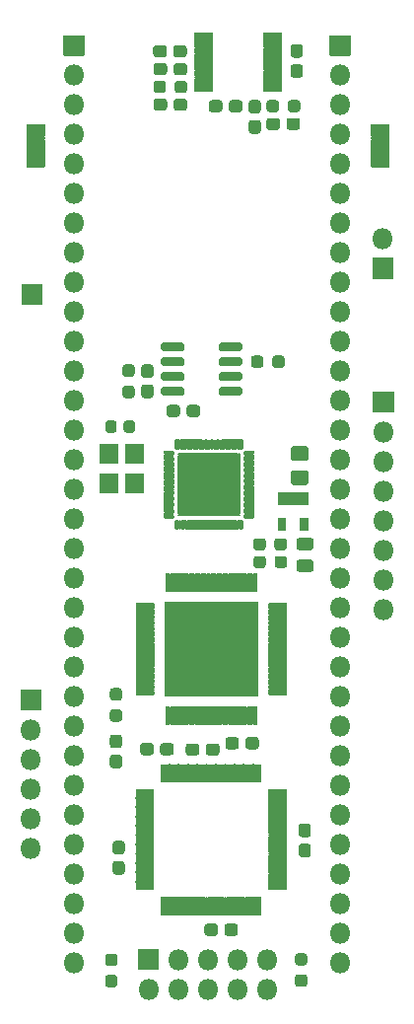
<source format=gts>
G04 #@! TF.GenerationSoftware,KiCad,Pcbnew,(5.1.12)-1*
G04 #@! TF.CreationDate,2022-05-19T15:12:52-07:00*
G04 #@! TF.ProjectId,vera-module-rev4,76657261-2d6d-46f6-9475-6c652d726576,rev?*
G04 #@! TF.SameCoordinates,Original*
G04 #@! TF.FileFunction,Soldermask,Top*
G04 #@! TF.FilePolarity,Negative*
%FSLAX46Y46*%
G04 Gerber Fmt 4.6, Leading zero omitted, Abs format (unit mm)*
G04 Created by KiCad (PCBNEW (5.1.12)-1) date 2022-05-19 15:12:52*
%MOMM*%
%LPD*%
G01*
G04 APERTURE LIST*
%ADD10O,1.802000X1.802000*%
%ADD11C,0.100000*%
G04 APERTURE END LIST*
G36*
G01*
X123990800Y-95630100D02*
X123990800Y-93930100D01*
G75*
G02*
X124041800Y-93879100I51000J0D01*
G01*
X125741800Y-93879100D01*
G75*
G02*
X125792800Y-93930100I0J-51000D01*
G01*
X125792800Y-95630100D01*
G75*
G02*
X125741800Y-95681100I-51000J0D01*
G01*
X124041800Y-95681100D01*
G75*
G02*
X123990800Y-95630100I0J51000D01*
G01*
G37*
G36*
G01*
X140472000Y-76891100D02*
X140472000Y-77341100D01*
G75*
G02*
X140421000Y-77392100I-51000J0D01*
G01*
X138921000Y-77392100D01*
G75*
G02*
X138870000Y-77341100I0J51000D01*
G01*
X138870000Y-76891100D01*
G75*
G02*
X138921000Y-76840100I51000J0D01*
G01*
X140421000Y-76840100D01*
G75*
G02*
X140472000Y-76891100I0J-51000D01*
G01*
G37*
G36*
G01*
X140472000Y-76241100D02*
X140472000Y-76691100D01*
G75*
G02*
X140421000Y-76742100I-51000J0D01*
G01*
X138921000Y-76742100D01*
G75*
G02*
X138870000Y-76691100I0J51000D01*
G01*
X138870000Y-76241100D01*
G75*
G02*
X138921000Y-76190100I51000J0D01*
G01*
X140421000Y-76190100D01*
G75*
G02*
X140472000Y-76241100I0J-51000D01*
G01*
G37*
G36*
G01*
X140472000Y-75591100D02*
X140472000Y-76041100D01*
G75*
G02*
X140421000Y-76092100I-51000J0D01*
G01*
X138921000Y-76092100D01*
G75*
G02*
X138870000Y-76041100I0J51000D01*
G01*
X138870000Y-75591100D01*
G75*
G02*
X138921000Y-75540100I51000J0D01*
G01*
X140421000Y-75540100D01*
G75*
G02*
X140472000Y-75591100I0J-51000D01*
G01*
G37*
G36*
G01*
X140472000Y-74941100D02*
X140472000Y-75391100D01*
G75*
G02*
X140421000Y-75442100I-51000J0D01*
G01*
X138921000Y-75442100D01*
G75*
G02*
X138870000Y-75391100I0J51000D01*
G01*
X138870000Y-74941100D01*
G75*
G02*
X138921000Y-74890100I51000J0D01*
G01*
X140421000Y-74890100D01*
G75*
G02*
X140472000Y-74941100I0J-51000D01*
G01*
G37*
G36*
G01*
X140472000Y-74291100D02*
X140472000Y-74741100D01*
G75*
G02*
X140421000Y-74792100I-51000J0D01*
G01*
X138921000Y-74792100D01*
G75*
G02*
X138870000Y-74741100I0J51000D01*
G01*
X138870000Y-74291100D01*
G75*
G02*
X138921000Y-74240100I51000J0D01*
G01*
X140421000Y-74240100D01*
G75*
G02*
X140472000Y-74291100I0J-51000D01*
G01*
G37*
G36*
G01*
X140472000Y-73641100D02*
X140472000Y-74091100D01*
G75*
G02*
X140421000Y-74142100I-51000J0D01*
G01*
X138921000Y-74142100D01*
G75*
G02*
X138870000Y-74091100I0J51000D01*
G01*
X138870000Y-73641100D01*
G75*
G02*
X138921000Y-73590100I51000J0D01*
G01*
X140421000Y-73590100D01*
G75*
G02*
X140472000Y-73641100I0J-51000D01*
G01*
G37*
G36*
G01*
X140472000Y-72991100D02*
X140472000Y-73441100D01*
G75*
G02*
X140421000Y-73492100I-51000J0D01*
G01*
X138921000Y-73492100D01*
G75*
G02*
X138870000Y-73441100I0J51000D01*
G01*
X138870000Y-72991100D01*
G75*
G02*
X138921000Y-72940100I51000J0D01*
G01*
X140421000Y-72940100D01*
G75*
G02*
X140472000Y-72991100I0J-51000D01*
G01*
G37*
G36*
G01*
X140472000Y-72341100D02*
X140472000Y-72791100D01*
G75*
G02*
X140421000Y-72842100I-51000J0D01*
G01*
X138921000Y-72842100D01*
G75*
G02*
X138870000Y-72791100I0J51000D01*
G01*
X138870000Y-72341100D01*
G75*
G02*
X138921000Y-72290100I51000J0D01*
G01*
X140421000Y-72290100D01*
G75*
G02*
X140472000Y-72341100I0J-51000D01*
G01*
G37*
G36*
G01*
X146372000Y-72341100D02*
X146372000Y-72791100D01*
G75*
G02*
X146321000Y-72842100I-51000J0D01*
G01*
X144821000Y-72842100D01*
G75*
G02*
X144770000Y-72791100I0J51000D01*
G01*
X144770000Y-72341100D01*
G75*
G02*
X144821000Y-72290100I51000J0D01*
G01*
X146321000Y-72290100D01*
G75*
G02*
X146372000Y-72341100I0J-51000D01*
G01*
G37*
G36*
G01*
X146372000Y-72991100D02*
X146372000Y-73441100D01*
G75*
G02*
X146321000Y-73492100I-51000J0D01*
G01*
X144821000Y-73492100D01*
G75*
G02*
X144770000Y-73441100I0J51000D01*
G01*
X144770000Y-72991100D01*
G75*
G02*
X144821000Y-72940100I51000J0D01*
G01*
X146321000Y-72940100D01*
G75*
G02*
X146372000Y-72991100I0J-51000D01*
G01*
G37*
G36*
G01*
X146372000Y-73641100D02*
X146372000Y-74091100D01*
G75*
G02*
X146321000Y-74142100I-51000J0D01*
G01*
X144821000Y-74142100D01*
G75*
G02*
X144770000Y-74091100I0J51000D01*
G01*
X144770000Y-73641100D01*
G75*
G02*
X144821000Y-73590100I51000J0D01*
G01*
X146321000Y-73590100D01*
G75*
G02*
X146372000Y-73641100I0J-51000D01*
G01*
G37*
G36*
G01*
X146372000Y-74291100D02*
X146372000Y-74741100D01*
G75*
G02*
X146321000Y-74792100I-51000J0D01*
G01*
X144821000Y-74792100D01*
G75*
G02*
X144770000Y-74741100I0J51000D01*
G01*
X144770000Y-74291100D01*
G75*
G02*
X144821000Y-74240100I51000J0D01*
G01*
X146321000Y-74240100D01*
G75*
G02*
X146372000Y-74291100I0J-51000D01*
G01*
G37*
G36*
G01*
X146372000Y-74941100D02*
X146372000Y-75391100D01*
G75*
G02*
X146321000Y-75442100I-51000J0D01*
G01*
X144821000Y-75442100D01*
G75*
G02*
X144770000Y-75391100I0J51000D01*
G01*
X144770000Y-74941100D01*
G75*
G02*
X144821000Y-74890100I51000J0D01*
G01*
X146321000Y-74890100D01*
G75*
G02*
X146372000Y-74941100I0J-51000D01*
G01*
G37*
G36*
G01*
X146372000Y-75591100D02*
X146372000Y-76041100D01*
G75*
G02*
X146321000Y-76092100I-51000J0D01*
G01*
X144821000Y-76092100D01*
G75*
G02*
X144770000Y-76041100I0J51000D01*
G01*
X144770000Y-75591100D01*
G75*
G02*
X144821000Y-75540100I51000J0D01*
G01*
X146321000Y-75540100D01*
G75*
G02*
X146372000Y-75591100I0J-51000D01*
G01*
G37*
G36*
G01*
X146372000Y-76241100D02*
X146372000Y-76691100D01*
G75*
G02*
X146321000Y-76742100I-51000J0D01*
G01*
X144821000Y-76742100D01*
G75*
G02*
X144770000Y-76691100I0J51000D01*
G01*
X144770000Y-76241100D01*
G75*
G02*
X144821000Y-76190100I51000J0D01*
G01*
X146321000Y-76190100D01*
G75*
G02*
X146372000Y-76241100I0J-51000D01*
G01*
G37*
G36*
G01*
X146372000Y-76891100D02*
X146372000Y-77341100D01*
G75*
G02*
X146321000Y-77392100I-51000J0D01*
G01*
X144821000Y-77392100D01*
G75*
G02*
X144770000Y-77341100I0J51000D01*
G01*
X144770000Y-76891100D01*
G75*
G02*
X144821000Y-76840100I51000J0D01*
G01*
X146321000Y-76840100D01*
G75*
G02*
X146372000Y-76891100I0J-51000D01*
G01*
G37*
G36*
G01*
X137154900Y-77225000D02*
X137154900Y-76699000D01*
G75*
G02*
X137417900Y-76436000I263000J0D01*
G01*
X137968900Y-76436000D01*
G75*
G02*
X138231900Y-76699000I0J-263000D01*
G01*
X138231900Y-77225000D01*
G75*
G02*
X137968900Y-77488000I-263000J0D01*
G01*
X137417900Y-77488000D01*
G75*
G02*
X137154900Y-77225000I0J263000D01*
G01*
G37*
G36*
G01*
X135329900Y-77225000D02*
X135329900Y-76699000D01*
G75*
G02*
X135592900Y-76436000I263000J0D01*
G01*
X136143900Y-76436000D01*
G75*
G02*
X136406900Y-76699000I0J-263000D01*
G01*
X136406900Y-77225000D01*
G75*
G02*
X136143900Y-77488000I-263000J0D01*
G01*
X135592900Y-77488000D01*
G75*
G02*
X135329900Y-77225000I0J263000D01*
G01*
G37*
G36*
G01*
X146109700Y-78350000D02*
X146109700Y-78876000D01*
G75*
G02*
X145846700Y-79139000I-263000J0D01*
G01*
X145295700Y-79139000D01*
G75*
G02*
X145032700Y-78876000I0J263000D01*
G01*
X145032700Y-78350000D01*
G75*
G02*
X145295700Y-78087000I263000J0D01*
G01*
X145846700Y-78087000D01*
G75*
G02*
X146109700Y-78350000I0J-263000D01*
G01*
G37*
G36*
G01*
X147934700Y-78350000D02*
X147934700Y-78876000D01*
G75*
G02*
X147671700Y-79139000I-263000J0D01*
G01*
X147120700Y-79139000D01*
G75*
G02*
X146857700Y-78876000I0J263000D01*
G01*
X146857700Y-78350000D01*
G75*
G02*
X147120700Y-78087000I263000J0D01*
G01*
X147671700Y-78087000D01*
G75*
G02*
X147934700Y-78350000I0J-263000D01*
G01*
G37*
G36*
G01*
X147374500Y-75012400D02*
X147900500Y-75012400D01*
G75*
G02*
X148163500Y-75275400I0J-263000D01*
G01*
X148163500Y-75926400D01*
G75*
G02*
X147900500Y-76189400I-263000J0D01*
G01*
X147374500Y-76189400D01*
G75*
G02*
X147111500Y-75926400I0J263000D01*
G01*
X147111500Y-75275400D01*
G75*
G02*
X147374500Y-75012400I263000J0D01*
G01*
G37*
G36*
G01*
X147374500Y-73287400D02*
X147900500Y-73287400D01*
G75*
G02*
X148163500Y-73550400I0J-263000D01*
G01*
X148163500Y-74201400D01*
G75*
G02*
X147900500Y-74464400I-263000J0D01*
G01*
X147374500Y-74464400D01*
G75*
G02*
X147111500Y-74201400I0J263000D01*
G01*
X147111500Y-73550400D01*
G75*
G02*
X147374500Y-73287400I263000J0D01*
G01*
G37*
G36*
G01*
X136506100Y-75175000D02*
X136506100Y-75701000D01*
G75*
G02*
X136243100Y-75964000I-263000J0D01*
G01*
X135592100Y-75964000D01*
G75*
G02*
X135329100Y-75701000I0J263000D01*
G01*
X135329100Y-75175000D01*
G75*
G02*
X135592100Y-74912000I263000J0D01*
G01*
X136243100Y-74912000D01*
G75*
G02*
X136506100Y-75175000I0J-263000D01*
G01*
G37*
G36*
G01*
X138231100Y-75175000D02*
X138231100Y-75701000D01*
G75*
G02*
X137968100Y-75964000I-263000J0D01*
G01*
X137317100Y-75964000D01*
G75*
G02*
X137054100Y-75701000I0J263000D01*
G01*
X137054100Y-75175000D01*
G75*
G02*
X137317100Y-74912000I263000J0D01*
G01*
X137968100Y-74912000D01*
G75*
G02*
X138231100Y-75175000I0J-263000D01*
G01*
G37*
G36*
G01*
X143767700Y-79802500D02*
X144293700Y-79802500D01*
G75*
G02*
X144556700Y-80065500I0J-263000D01*
G01*
X144556700Y-80716500D01*
G75*
G02*
X144293700Y-80979500I-263000J0D01*
G01*
X143767700Y-80979500D01*
G75*
G02*
X143504700Y-80716500I0J263000D01*
G01*
X143504700Y-80065500D01*
G75*
G02*
X143767700Y-79802500I263000J0D01*
G01*
G37*
G36*
G01*
X143767700Y-78077500D02*
X144293700Y-78077500D01*
G75*
G02*
X144556700Y-78340500I0J-263000D01*
G01*
X144556700Y-78991500D01*
G75*
G02*
X144293700Y-79254500I-263000J0D01*
G01*
X143767700Y-79254500D01*
G75*
G02*
X143504700Y-78991500I0J263000D01*
G01*
X143504700Y-78340500D01*
G75*
G02*
X143767700Y-78077500I263000J0D01*
G01*
G37*
G36*
G01*
X136480700Y-73638300D02*
X136480700Y-74164300D01*
G75*
G02*
X136217700Y-74427300I-263000J0D01*
G01*
X135566700Y-74427300D01*
G75*
G02*
X135303700Y-74164300I0J263000D01*
G01*
X135303700Y-73638300D01*
G75*
G02*
X135566700Y-73375300I263000J0D01*
G01*
X136217700Y-73375300D01*
G75*
G02*
X136480700Y-73638300I0J-263000D01*
G01*
G37*
G36*
G01*
X138205700Y-73638300D02*
X138205700Y-74164300D01*
G75*
G02*
X137942700Y-74427300I-263000J0D01*
G01*
X137291700Y-74427300D01*
G75*
G02*
X137028700Y-74164300I0J263000D01*
G01*
X137028700Y-73638300D01*
G75*
G02*
X137291700Y-73375300I263000J0D01*
G01*
X137942700Y-73375300D01*
G75*
G02*
X138205700Y-73638300I0J-263000D01*
G01*
G37*
G36*
G01*
X137054100Y-78749000D02*
X137054100Y-78223000D01*
G75*
G02*
X137317100Y-77960000I263000J0D01*
G01*
X137968100Y-77960000D01*
G75*
G02*
X138231100Y-78223000I0J-263000D01*
G01*
X138231100Y-78749000D01*
G75*
G02*
X137968100Y-79012000I-263000J0D01*
G01*
X137317100Y-79012000D01*
G75*
G02*
X137054100Y-78749000I0J263000D01*
G01*
G37*
G36*
G01*
X135329100Y-78749000D02*
X135329100Y-78223000D01*
G75*
G02*
X135592100Y-77960000I263000J0D01*
G01*
X136243100Y-77960000D01*
G75*
G02*
X136506100Y-78223000I0J-263000D01*
G01*
X136506100Y-78749000D01*
G75*
G02*
X136243100Y-79012000I-263000J0D01*
G01*
X135592100Y-79012000D01*
G75*
G02*
X135329100Y-78749000I0J263000D01*
G01*
G37*
G36*
G01*
X141255900Y-78350000D02*
X141255900Y-78876000D01*
G75*
G02*
X140992900Y-79139000I-263000J0D01*
G01*
X140341900Y-79139000D01*
G75*
G02*
X140078900Y-78876000I0J263000D01*
G01*
X140078900Y-78350000D01*
G75*
G02*
X140341900Y-78087000I263000J0D01*
G01*
X140992900Y-78087000D01*
G75*
G02*
X141255900Y-78350000I0J-263000D01*
G01*
G37*
G36*
G01*
X142980900Y-78350000D02*
X142980900Y-78876000D01*
G75*
G02*
X142717900Y-79139000I-263000J0D01*
G01*
X142066900Y-79139000D01*
G75*
G02*
X141803900Y-78876000I0J263000D01*
G01*
X141803900Y-78350000D01*
G75*
G02*
X142066900Y-78087000I263000J0D01*
G01*
X142717900Y-78087000D01*
G75*
G02*
X142980900Y-78350000I0J-263000D01*
G01*
G37*
G36*
G01*
X146207800Y-79886700D02*
X146207800Y-80412700D01*
G75*
G02*
X145944800Y-80675700I-263000J0D01*
G01*
X145293800Y-80675700D01*
G75*
G02*
X145030800Y-80412700I0J263000D01*
G01*
X145030800Y-79886700D01*
G75*
G02*
X145293800Y-79623700I263000J0D01*
G01*
X145944800Y-79623700D01*
G75*
G02*
X146207800Y-79886700I0J-263000D01*
G01*
G37*
G36*
G01*
X147932800Y-79886700D02*
X147932800Y-80412700D01*
G75*
G02*
X147669800Y-80675700I-263000J0D01*
G01*
X147018800Y-80675700D01*
G75*
G02*
X146755800Y-80412700I0J263000D01*
G01*
X146755800Y-79886700D01*
G75*
G02*
X147018800Y-79623700I263000J0D01*
G01*
X147669800Y-79623700D01*
G75*
G02*
X147932800Y-79886700I0J-263000D01*
G01*
G37*
G36*
G01*
X133460600Y-101846400D02*
X132934600Y-101846400D01*
G75*
G02*
X132671600Y-101583400I0J263000D01*
G01*
X132671600Y-101032400D01*
G75*
G02*
X132934600Y-100769400I263000J0D01*
G01*
X133460600Y-100769400D01*
G75*
G02*
X133723600Y-101032400I0J-263000D01*
G01*
X133723600Y-101583400D01*
G75*
G02*
X133460600Y-101846400I-263000J0D01*
G01*
G37*
G36*
G01*
X133460600Y-103671400D02*
X132934600Y-103671400D01*
G75*
G02*
X132671600Y-103408400I0J263000D01*
G01*
X132671600Y-102857400D01*
G75*
G02*
X132934600Y-102594400I263000J0D01*
G01*
X133460600Y-102594400D01*
G75*
G02*
X133723600Y-102857400I0J-263000D01*
G01*
X133723600Y-103408400D01*
G75*
G02*
X133460600Y-103671400I-263000J0D01*
G01*
G37*
G36*
G01*
X144785100Y-100282900D02*
X144785100Y-100808900D01*
G75*
G02*
X144522100Y-101071900I-263000J0D01*
G01*
X143971100Y-101071900D01*
G75*
G02*
X143708100Y-100808900I0J263000D01*
G01*
X143708100Y-100282900D01*
G75*
G02*
X143971100Y-100019900I263000J0D01*
G01*
X144522100Y-100019900D01*
G75*
G02*
X144785100Y-100282900I0J-263000D01*
G01*
G37*
G36*
G01*
X146610100Y-100282900D02*
X146610100Y-100808900D01*
G75*
G02*
X146347100Y-101071900I-263000J0D01*
G01*
X145796100Y-101071900D01*
G75*
G02*
X145533100Y-100808900I0J263000D01*
G01*
X145533100Y-100282900D01*
G75*
G02*
X145796100Y-100019900I263000J0D01*
G01*
X146347100Y-100019900D01*
G75*
G02*
X146610100Y-100282900I0J-263000D01*
G01*
G37*
G36*
G01*
X135073500Y-101949400D02*
X134547500Y-101949400D01*
G75*
G02*
X134284500Y-101686400I0J263000D01*
G01*
X134284500Y-101035400D01*
G75*
G02*
X134547500Y-100772400I263000J0D01*
G01*
X135073500Y-100772400D01*
G75*
G02*
X135336500Y-101035400I0J-263000D01*
G01*
X135336500Y-101686400D01*
G75*
G02*
X135073500Y-101949400I-263000J0D01*
G01*
G37*
G36*
G01*
X135073500Y-103674400D02*
X134547500Y-103674400D01*
G75*
G02*
X134284500Y-103411400I0J263000D01*
G01*
X134284500Y-102760400D01*
G75*
G02*
X134547500Y-102497400I263000J0D01*
G01*
X135073500Y-102497400D01*
G75*
G02*
X135336500Y-102760400I0J-263000D01*
G01*
X135336500Y-103411400D01*
G75*
G02*
X135073500Y-103674400I-263000J0D01*
G01*
G37*
G36*
G01*
X137622600Y-104512000D02*
X137622600Y-105038000D01*
G75*
G02*
X137359600Y-105301000I-263000J0D01*
G01*
X136708600Y-105301000D01*
G75*
G02*
X136445600Y-105038000I0J263000D01*
G01*
X136445600Y-104512000D01*
G75*
G02*
X136708600Y-104249000I263000J0D01*
G01*
X137359600Y-104249000D01*
G75*
G02*
X137622600Y-104512000I0J-263000D01*
G01*
G37*
G36*
G01*
X139347600Y-104512000D02*
X139347600Y-105038000D01*
G75*
G02*
X139084600Y-105301000I-263000J0D01*
G01*
X138433600Y-105301000D01*
G75*
G02*
X138170600Y-105038000I0J263000D01*
G01*
X138170600Y-104512000D01*
G75*
G02*
X138433600Y-104249000I263000J0D01*
G01*
X139084600Y-104249000D01*
G75*
G02*
X139347600Y-104512000I0J-263000D01*
G01*
G37*
G36*
G01*
X148395798Y-109062300D02*
X147387202Y-109062300D01*
G75*
G02*
X147115500Y-108790598I0J271702D01*
G01*
X147115500Y-108057002D01*
G75*
G02*
X147387202Y-107785300I271702J0D01*
G01*
X148395798Y-107785300D01*
G75*
G02*
X148667500Y-108057002I0J-271702D01*
G01*
X148667500Y-108790598D01*
G75*
G02*
X148395798Y-109062300I-271702J0D01*
G01*
G37*
G36*
G01*
X148395798Y-111137300D02*
X147387202Y-111137300D01*
G75*
G02*
X147115500Y-110865598I0J271702D01*
G01*
X147115500Y-110132002D01*
G75*
G02*
X147387202Y-109860300I271702J0D01*
G01*
X148395798Y-109860300D01*
G75*
G02*
X148667500Y-110132002I0J-271702D01*
G01*
X148667500Y-110865598D01*
G75*
G02*
X148395798Y-111137300I-271702J0D01*
G01*
G37*
G36*
G01*
X144992100Y-117478700D02*
X144992100Y-118004700D01*
G75*
G02*
X144729100Y-118267700I-263000J0D01*
G01*
X144178100Y-118267700D01*
G75*
G02*
X143915100Y-118004700I0J263000D01*
G01*
X143915100Y-117478700D01*
G75*
G02*
X144178100Y-117215700I263000J0D01*
G01*
X144729100Y-117215700D01*
G75*
G02*
X144992100Y-117478700I0J-263000D01*
G01*
G37*
G36*
G01*
X146817100Y-117478700D02*
X146817100Y-118004700D01*
G75*
G02*
X146554100Y-118267700I-263000J0D01*
G01*
X146003100Y-118267700D01*
G75*
G02*
X145740100Y-118004700I0J263000D01*
G01*
X145740100Y-117478700D01*
G75*
G02*
X146003100Y-117215700I263000J0D01*
G01*
X146554100Y-117215700D01*
G75*
G02*
X146817100Y-117478700I0J-263000D01*
G01*
G37*
G36*
G01*
X144979400Y-115954700D02*
X144979400Y-116480700D01*
G75*
G02*
X144716400Y-116743700I-263000J0D01*
G01*
X144165400Y-116743700D01*
G75*
G02*
X143902400Y-116480700I0J263000D01*
G01*
X143902400Y-115954700D01*
G75*
G02*
X144165400Y-115691700I263000J0D01*
G01*
X144716400Y-115691700D01*
G75*
G02*
X144979400Y-115954700I0J-263000D01*
G01*
G37*
G36*
G01*
X146804400Y-115954700D02*
X146804400Y-116480700D01*
G75*
G02*
X146541400Y-116743700I-263000J0D01*
G01*
X145990400Y-116743700D01*
G75*
G02*
X145727400Y-116480700I0J263000D01*
G01*
X145727400Y-115954700D01*
G75*
G02*
X145990400Y-115691700I263000J0D01*
G01*
X146541400Y-115691700D01*
G75*
G02*
X146804400Y-115954700I0J-263000D01*
G01*
G37*
G36*
G01*
X132381100Y-129634000D02*
X131855100Y-129634000D01*
G75*
G02*
X131592100Y-129371000I0J263000D01*
G01*
X131592100Y-128820000D01*
G75*
G02*
X131855100Y-128557000I263000J0D01*
G01*
X132381100Y-128557000D01*
G75*
G02*
X132644100Y-128820000I0J-263000D01*
G01*
X132644100Y-129371000D01*
G75*
G02*
X132381100Y-129634000I-263000J0D01*
G01*
G37*
G36*
G01*
X132381100Y-131459000D02*
X131855100Y-131459000D01*
G75*
G02*
X131592100Y-131196000I0J263000D01*
G01*
X131592100Y-130645000D01*
G75*
G02*
X131855100Y-130382000I263000J0D01*
G01*
X132381100Y-130382000D01*
G75*
G02*
X132644100Y-130645000I0J-263000D01*
G01*
X132644100Y-131196000D01*
G75*
G02*
X132381100Y-131459000I-263000J0D01*
G01*
G37*
G36*
G01*
X136309600Y-121171000D02*
X144309600Y-121171000D01*
G75*
G02*
X144360600Y-121222000I0J-51000D01*
G01*
X144360600Y-129222000D01*
G75*
G02*
X144309600Y-129273000I-51000J0D01*
G01*
X136309600Y-129273000D01*
G75*
G02*
X136258600Y-129222000I0J51000D01*
G01*
X136258600Y-121222000D01*
G75*
G02*
X136309600Y-121171000I51000J0D01*
G01*
G37*
G36*
G01*
X135410600Y-128822000D02*
X135410600Y-129122000D01*
G75*
G02*
X135359600Y-129173000I-51000J0D01*
G01*
X133859600Y-129173000D01*
G75*
G02*
X133808600Y-129122000I0J51000D01*
G01*
X133808600Y-128822000D01*
G75*
G02*
X133859600Y-128771000I51000J0D01*
G01*
X135359600Y-128771000D01*
G75*
G02*
X135410600Y-128822000I0J-51000D01*
G01*
G37*
G36*
G01*
X135410600Y-128322000D02*
X135410600Y-128622000D01*
G75*
G02*
X135359600Y-128673000I-51000J0D01*
G01*
X133859600Y-128673000D01*
G75*
G02*
X133808600Y-128622000I0J51000D01*
G01*
X133808600Y-128322000D01*
G75*
G02*
X133859600Y-128271000I51000J0D01*
G01*
X135359600Y-128271000D01*
G75*
G02*
X135410600Y-128322000I0J-51000D01*
G01*
G37*
G36*
G01*
X135410600Y-127822000D02*
X135410600Y-128122000D01*
G75*
G02*
X135359600Y-128173000I-51000J0D01*
G01*
X133859600Y-128173000D01*
G75*
G02*
X133808600Y-128122000I0J51000D01*
G01*
X133808600Y-127822000D01*
G75*
G02*
X133859600Y-127771000I51000J0D01*
G01*
X135359600Y-127771000D01*
G75*
G02*
X135410600Y-127822000I0J-51000D01*
G01*
G37*
G36*
G01*
X135410600Y-127322000D02*
X135410600Y-127622000D01*
G75*
G02*
X135359600Y-127673000I-51000J0D01*
G01*
X133859600Y-127673000D01*
G75*
G02*
X133808600Y-127622000I0J51000D01*
G01*
X133808600Y-127322000D01*
G75*
G02*
X133859600Y-127271000I51000J0D01*
G01*
X135359600Y-127271000D01*
G75*
G02*
X135410600Y-127322000I0J-51000D01*
G01*
G37*
G36*
G01*
X135410600Y-126822000D02*
X135410600Y-127122000D01*
G75*
G02*
X135359600Y-127173000I-51000J0D01*
G01*
X133859600Y-127173000D01*
G75*
G02*
X133808600Y-127122000I0J51000D01*
G01*
X133808600Y-126822000D01*
G75*
G02*
X133859600Y-126771000I51000J0D01*
G01*
X135359600Y-126771000D01*
G75*
G02*
X135410600Y-126822000I0J-51000D01*
G01*
G37*
G36*
G01*
X135410600Y-126322000D02*
X135410600Y-126622000D01*
G75*
G02*
X135359600Y-126673000I-51000J0D01*
G01*
X133859600Y-126673000D01*
G75*
G02*
X133808600Y-126622000I0J51000D01*
G01*
X133808600Y-126322000D01*
G75*
G02*
X133859600Y-126271000I51000J0D01*
G01*
X135359600Y-126271000D01*
G75*
G02*
X135410600Y-126322000I0J-51000D01*
G01*
G37*
G36*
G01*
X135410600Y-125822000D02*
X135410600Y-126122000D01*
G75*
G02*
X135359600Y-126173000I-51000J0D01*
G01*
X133859600Y-126173000D01*
G75*
G02*
X133808600Y-126122000I0J51000D01*
G01*
X133808600Y-125822000D01*
G75*
G02*
X133859600Y-125771000I51000J0D01*
G01*
X135359600Y-125771000D01*
G75*
G02*
X135410600Y-125822000I0J-51000D01*
G01*
G37*
G36*
G01*
X135410600Y-125322000D02*
X135410600Y-125622000D01*
G75*
G02*
X135359600Y-125673000I-51000J0D01*
G01*
X133859600Y-125673000D01*
G75*
G02*
X133808600Y-125622000I0J51000D01*
G01*
X133808600Y-125322000D01*
G75*
G02*
X133859600Y-125271000I51000J0D01*
G01*
X135359600Y-125271000D01*
G75*
G02*
X135410600Y-125322000I0J-51000D01*
G01*
G37*
G36*
G01*
X135410600Y-124822000D02*
X135410600Y-125122000D01*
G75*
G02*
X135359600Y-125173000I-51000J0D01*
G01*
X133859600Y-125173000D01*
G75*
G02*
X133808600Y-125122000I0J51000D01*
G01*
X133808600Y-124822000D01*
G75*
G02*
X133859600Y-124771000I51000J0D01*
G01*
X135359600Y-124771000D01*
G75*
G02*
X135410600Y-124822000I0J-51000D01*
G01*
G37*
G36*
G01*
X135410600Y-124322000D02*
X135410600Y-124622000D01*
G75*
G02*
X135359600Y-124673000I-51000J0D01*
G01*
X133859600Y-124673000D01*
G75*
G02*
X133808600Y-124622000I0J51000D01*
G01*
X133808600Y-124322000D01*
G75*
G02*
X133859600Y-124271000I51000J0D01*
G01*
X135359600Y-124271000D01*
G75*
G02*
X135410600Y-124322000I0J-51000D01*
G01*
G37*
G36*
G01*
X135410600Y-123822000D02*
X135410600Y-124122000D01*
G75*
G02*
X135359600Y-124173000I-51000J0D01*
G01*
X133859600Y-124173000D01*
G75*
G02*
X133808600Y-124122000I0J51000D01*
G01*
X133808600Y-123822000D01*
G75*
G02*
X133859600Y-123771000I51000J0D01*
G01*
X135359600Y-123771000D01*
G75*
G02*
X135410600Y-123822000I0J-51000D01*
G01*
G37*
G36*
G01*
X135410600Y-123322000D02*
X135410600Y-123622000D01*
G75*
G02*
X135359600Y-123673000I-51000J0D01*
G01*
X133859600Y-123673000D01*
G75*
G02*
X133808600Y-123622000I0J51000D01*
G01*
X133808600Y-123322000D01*
G75*
G02*
X133859600Y-123271000I51000J0D01*
G01*
X135359600Y-123271000D01*
G75*
G02*
X135410600Y-123322000I0J-51000D01*
G01*
G37*
G36*
G01*
X135410600Y-122822000D02*
X135410600Y-123122000D01*
G75*
G02*
X135359600Y-123173000I-51000J0D01*
G01*
X133859600Y-123173000D01*
G75*
G02*
X133808600Y-123122000I0J51000D01*
G01*
X133808600Y-122822000D01*
G75*
G02*
X133859600Y-122771000I51000J0D01*
G01*
X135359600Y-122771000D01*
G75*
G02*
X135410600Y-122822000I0J-51000D01*
G01*
G37*
G36*
G01*
X135410600Y-122322000D02*
X135410600Y-122622000D01*
G75*
G02*
X135359600Y-122673000I-51000J0D01*
G01*
X133859600Y-122673000D01*
G75*
G02*
X133808600Y-122622000I0J51000D01*
G01*
X133808600Y-122322000D01*
G75*
G02*
X133859600Y-122271000I51000J0D01*
G01*
X135359600Y-122271000D01*
G75*
G02*
X135410600Y-122322000I0J-51000D01*
G01*
G37*
G36*
G01*
X135410600Y-121822000D02*
X135410600Y-122122000D01*
G75*
G02*
X135359600Y-122173000I-51000J0D01*
G01*
X133859600Y-122173000D01*
G75*
G02*
X133808600Y-122122000I0J51000D01*
G01*
X133808600Y-121822000D01*
G75*
G02*
X133859600Y-121771000I51000J0D01*
G01*
X135359600Y-121771000D01*
G75*
G02*
X135410600Y-121822000I0J-51000D01*
G01*
G37*
G36*
G01*
X135410600Y-121322000D02*
X135410600Y-121622000D01*
G75*
G02*
X135359600Y-121673000I-51000J0D01*
G01*
X133859600Y-121673000D01*
G75*
G02*
X133808600Y-121622000I0J51000D01*
G01*
X133808600Y-121322000D01*
G75*
G02*
X133859600Y-121271000I51000J0D01*
G01*
X135359600Y-121271000D01*
G75*
G02*
X135410600Y-121322000I0J-51000D01*
G01*
G37*
G36*
G01*
X136709600Y-120323000D02*
X136409600Y-120323000D01*
G75*
G02*
X136358600Y-120272000I0J51000D01*
G01*
X136358600Y-118772000D01*
G75*
G02*
X136409600Y-118721000I51000J0D01*
G01*
X136709600Y-118721000D01*
G75*
G02*
X136760600Y-118772000I0J-51000D01*
G01*
X136760600Y-120272000D01*
G75*
G02*
X136709600Y-120323000I-51000J0D01*
G01*
G37*
G36*
G01*
X137209600Y-120323000D02*
X136909600Y-120323000D01*
G75*
G02*
X136858600Y-120272000I0J51000D01*
G01*
X136858600Y-118772000D01*
G75*
G02*
X136909600Y-118721000I51000J0D01*
G01*
X137209600Y-118721000D01*
G75*
G02*
X137260600Y-118772000I0J-51000D01*
G01*
X137260600Y-120272000D01*
G75*
G02*
X137209600Y-120323000I-51000J0D01*
G01*
G37*
G36*
G01*
X137709600Y-120323000D02*
X137409600Y-120323000D01*
G75*
G02*
X137358600Y-120272000I0J51000D01*
G01*
X137358600Y-118772000D01*
G75*
G02*
X137409600Y-118721000I51000J0D01*
G01*
X137709600Y-118721000D01*
G75*
G02*
X137760600Y-118772000I0J-51000D01*
G01*
X137760600Y-120272000D01*
G75*
G02*
X137709600Y-120323000I-51000J0D01*
G01*
G37*
G36*
G01*
X138209600Y-120323000D02*
X137909600Y-120323000D01*
G75*
G02*
X137858600Y-120272000I0J51000D01*
G01*
X137858600Y-118772000D01*
G75*
G02*
X137909600Y-118721000I51000J0D01*
G01*
X138209600Y-118721000D01*
G75*
G02*
X138260600Y-118772000I0J-51000D01*
G01*
X138260600Y-120272000D01*
G75*
G02*
X138209600Y-120323000I-51000J0D01*
G01*
G37*
G36*
G01*
X138709600Y-120323000D02*
X138409600Y-120323000D01*
G75*
G02*
X138358600Y-120272000I0J51000D01*
G01*
X138358600Y-118772000D01*
G75*
G02*
X138409600Y-118721000I51000J0D01*
G01*
X138709600Y-118721000D01*
G75*
G02*
X138760600Y-118772000I0J-51000D01*
G01*
X138760600Y-120272000D01*
G75*
G02*
X138709600Y-120323000I-51000J0D01*
G01*
G37*
G36*
G01*
X139209600Y-120323000D02*
X138909600Y-120323000D01*
G75*
G02*
X138858600Y-120272000I0J51000D01*
G01*
X138858600Y-118772000D01*
G75*
G02*
X138909600Y-118721000I51000J0D01*
G01*
X139209600Y-118721000D01*
G75*
G02*
X139260600Y-118772000I0J-51000D01*
G01*
X139260600Y-120272000D01*
G75*
G02*
X139209600Y-120323000I-51000J0D01*
G01*
G37*
G36*
G01*
X139709600Y-120323000D02*
X139409600Y-120323000D01*
G75*
G02*
X139358600Y-120272000I0J51000D01*
G01*
X139358600Y-118772000D01*
G75*
G02*
X139409600Y-118721000I51000J0D01*
G01*
X139709600Y-118721000D01*
G75*
G02*
X139760600Y-118772000I0J-51000D01*
G01*
X139760600Y-120272000D01*
G75*
G02*
X139709600Y-120323000I-51000J0D01*
G01*
G37*
G36*
G01*
X140209600Y-120323000D02*
X139909600Y-120323000D01*
G75*
G02*
X139858600Y-120272000I0J51000D01*
G01*
X139858600Y-118772000D01*
G75*
G02*
X139909600Y-118721000I51000J0D01*
G01*
X140209600Y-118721000D01*
G75*
G02*
X140260600Y-118772000I0J-51000D01*
G01*
X140260600Y-120272000D01*
G75*
G02*
X140209600Y-120323000I-51000J0D01*
G01*
G37*
G36*
G01*
X140709600Y-120323000D02*
X140409600Y-120323000D01*
G75*
G02*
X140358600Y-120272000I0J51000D01*
G01*
X140358600Y-118772000D01*
G75*
G02*
X140409600Y-118721000I51000J0D01*
G01*
X140709600Y-118721000D01*
G75*
G02*
X140760600Y-118772000I0J-51000D01*
G01*
X140760600Y-120272000D01*
G75*
G02*
X140709600Y-120323000I-51000J0D01*
G01*
G37*
G36*
G01*
X141209600Y-120323000D02*
X140909600Y-120323000D01*
G75*
G02*
X140858600Y-120272000I0J51000D01*
G01*
X140858600Y-118772000D01*
G75*
G02*
X140909600Y-118721000I51000J0D01*
G01*
X141209600Y-118721000D01*
G75*
G02*
X141260600Y-118772000I0J-51000D01*
G01*
X141260600Y-120272000D01*
G75*
G02*
X141209600Y-120323000I-51000J0D01*
G01*
G37*
G36*
G01*
X141709600Y-120323000D02*
X141409600Y-120323000D01*
G75*
G02*
X141358600Y-120272000I0J51000D01*
G01*
X141358600Y-118772000D01*
G75*
G02*
X141409600Y-118721000I51000J0D01*
G01*
X141709600Y-118721000D01*
G75*
G02*
X141760600Y-118772000I0J-51000D01*
G01*
X141760600Y-120272000D01*
G75*
G02*
X141709600Y-120323000I-51000J0D01*
G01*
G37*
G36*
G01*
X142209600Y-120323000D02*
X141909600Y-120323000D01*
G75*
G02*
X141858600Y-120272000I0J51000D01*
G01*
X141858600Y-118772000D01*
G75*
G02*
X141909600Y-118721000I51000J0D01*
G01*
X142209600Y-118721000D01*
G75*
G02*
X142260600Y-118772000I0J-51000D01*
G01*
X142260600Y-120272000D01*
G75*
G02*
X142209600Y-120323000I-51000J0D01*
G01*
G37*
G36*
G01*
X142709600Y-120323000D02*
X142409600Y-120323000D01*
G75*
G02*
X142358600Y-120272000I0J51000D01*
G01*
X142358600Y-118772000D01*
G75*
G02*
X142409600Y-118721000I51000J0D01*
G01*
X142709600Y-118721000D01*
G75*
G02*
X142760600Y-118772000I0J-51000D01*
G01*
X142760600Y-120272000D01*
G75*
G02*
X142709600Y-120323000I-51000J0D01*
G01*
G37*
G36*
G01*
X143209600Y-120323000D02*
X142909600Y-120323000D01*
G75*
G02*
X142858600Y-120272000I0J51000D01*
G01*
X142858600Y-118772000D01*
G75*
G02*
X142909600Y-118721000I51000J0D01*
G01*
X143209600Y-118721000D01*
G75*
G02*
X143260600Y-118772000I0J-51000D01*
G01*
X143260600Y-120272000D01*
G75*
G02*
X143209600Y-120323000I-51000J0D01*
G01*
G37*
G36*
G01*
X143709600Y-120323000D02*
X143409600Y-120323000D01*
G75*
G02*
X143358600Y-120272000I0J51000D01*
G01*
X143358600Y-118772000D01*
G75*
G02*
X143409600Y-118721000I51000J0D01*
G01*
X143709600Y-118721000D01*
G75*
G02*
X143760600Y-118772000I0J-51000D01*
G01*
X143760600Y-120272000D01*
G75*
G02*
X143709600Y-120323000I-51000J0D01*
G01*
G37*
G36*
G01*
X144209600Y-120323000D02*
X143909600Y-120323000D01*
G75*
G02*
X143858600Y-120272000I0J51000D01*
G01*
X143858600Y-118772000D01*
G75*
G02*
X143909600Y-118721000I51000J0D01*
G01*
X144209600Y-118721000D01*
G75*
G02*
X144260600Y-118772000I0J-51000D01*
G01*
X144260600Y-120272000D01*
G75*
G02*
X144209600Y-120323000I-51000J0D01*
G01*
G37*
G36*
G01*
X146810600Y-121322000D02*
X146810600Y-121622000D01*
G75*
G02*
X146759600Y-121673000I-51000J0D01*
G01*
X145259600Y-121673000D01*
G75*
G02*
X145208600Y-121622000I0J51000D01*
G01*
X145208600Y-121322000D01*
G75*
G02*
X145259600Y-121271000I51000J0D01*
G01*
X146759600Y-121271000D01*
G75*
G02*
X146810600Y-121322000I0J-51000D01*
G01*
G37*
G36*
G01*
X146810600Y-121822000D02*
X146810600Y-122122000D01*
G75*
G02*
X146759600Y-122173000I-51000J0D01*
G01*
X145259600Y-122173000D01*
G75*
G02*
X145208600Y-122122000I0J51000D01*
G01*
X145208600Y-121822000D01*
G75*
G02*
X145259600Y-121771000I51000J0D01*
G01*
X146759600Y-121771000D01*
G75*
G02*
X146810600Y-121822000I0J-51000D01*
G01*
G37*
G36*
G01*
X146810600Y-122322000D02*
X146810600Y-122622000D01*
G75*
G02*
X146759600Y-122673000I-51000J0D01*
G01*
X145259600Y-122673000D01*
G75*
G02*
X145208600Y-122622000I0J51000D01*
G01*
X145208600Y-122322000D01*
G75*
G02*
X145259600Y-122271000I51000J0D01*
G01*
X146759600Y-122271000D01*
G75*
G02*
X146810600Y-122322000I0J-51000D01*
G01*
G37*
G36*
G01*
X146810600Y-122822000D02*
X146810600Y-123122000D01*
G75*
G02*
X146759600Y-123173000I-51000J0D01*
G01*
X145259600Y-123173000D01*
G75*
G02*
X145208600Y-123122000I0J51000D01*
G01*
X145208600Y-122822000D01*
G75*
G02*
X145259600Y-122771000I51000J0D01*
G01*
X146759600Y-122771000D01*
G75*
G02*
X146810600Y-122822000I0J-51000D01*
G01*
G37*
G36*
G01*
X146810600Y-123322000D02*
X146810600Y-123622000D01*
G75*
G02*
X146759600Y-123673000I-51000J0D01*
G01*
X145259600Y-123673000D01*
G75*
G02*
X145208600Y-123622000I0J51000D01*
G01*
X145208600Y-123322000D01*
G75*
G02*
X145259600Y-123271000I51000J0D01*
G01*
X146759600Y-123271000D01*
G75*
G02*
X146810600Y-123322000I0J-51000D01*
G01*
G37*
G36*
G01*
X146810600Y-123822000D02*
X146810600Y-124122000D01*
G75*
G02*
X146759600Y-124173000I-51000J0D01*
G01*
X145259600Y-124173000D01*
G75*
G02*
X145208600Y-124122000I0J51000D01*
G01*
X145208600Y-123822000D01*
G75*
G02*
X145259600Y-123771000I51000J0D01*
G01*
X146759600Y-123771000D01*
G75*
G02*
X146810600Y-123822000I0J-51000D01*
G01*
G37*
G36*
G01*
X146810600Y-124322000D02*
X146810600Y-124622000D01*
G75*
G02*
X146759600Y-124673000I-51000J0D01*
G01*
X145259600Y-124673000D01*
G75*
G02*
X145208600Y-124622000I0J51000D01*
G01*
X145208600Y-124322000D01*
G75*
G02*
X145259600Y-124271000I51000J0D01*
G01*
X146759600Y-124271000D01*
G75*
G02*
X146810600Y-124322000I0J-51000D01*
G01*
G37*
G36*
G01*
X146810600Y-124822000D02*
X146810600Y-125122000D01*
G75*
G02*
X146759600Y-125173000I-51000J0D01*
G01*
X145259600Y-125173000D01*
G75*
G02*
X145208600Y-125122000I0J51000D01*
G01*
X145208600Y-124822000D01*
G75*
G02*
X145259600Y-124771000I51000J0D01*
G01*
X146759600Y-124771000D01*
G75*
G02*
X146810600Y-124822000I0J-51000D01*
G01*
G37*
G36*
G01*
X146810600Y-125322000D02*
X146810600Y-125622000D01*
G75*
G02*
X146759600Y-125673000I-51000J0D01*
G01*
X145259600Y-125673000D01*
G75*
G02*
X145208600Y-125622000I0J51000D01*
G01*
X145208600Y-125322000D01*
G75*
G02*
X145259600Y-125271000I51000J0D01*
G01*
X146759600Y-125271000D01*
G75*
G02*
X146810600Y-125322000I0J-51000D01*
G01*
G37*
G36*
G01*
X146810600Y-125822000D02*
X146810600Y-126122000D01*
G75*
G02*
X146759600Y-126173000I-51000J0D01*
G01*
X145259600Y-126173000D01*
G75*
G02*
X145208600Y-126122000I0J51000D01*
G01*
X145208600Y-125822000D01*
G75*
G02*
X145259600Y-125771000I51000J0D01*
G01*
X146759600Y-125771000D01*
G75*
G02*
X146810600Y-125822000I0J-51000D01*
G01*
G37*
G36*
G01*
X146810600Y-126322000D02*
X146810600Y-126622000D01*
G75*
G02*
X146759600Y-126673000I-51000J0D01*
G01*
X145259600Y-126673000D01*
G75*
G02*
X145208600Y-126622000I0J51000D01*
G01*
X145208600Y-126322000D01*
G75*
G02*
X145259600Y-126271000I51000J0D01*
G01*
X146759600Y-126271000D01*
G75*
G02*
X146810600Y-126322000I0J-51000D01*
G01*
G37*
G36*
G01*
X146810600Y-126822000D02*
X146810600Y-127122000D01*
G75*
G02*
X146759600Y-127173000I-51000J0D01*
G01*
X145259600Y-127173000D01*
G75*
G02*
X145208600Y-127122000I0J51000D01*
G01*
X145208600Y-126822000D01*
G75*
G02*
X145259600Y-126771000I51000J0D01*
G01*
X146759600Y-126771000D01*
G75*
G02*
X146810600Y-126822000I0J-51000D01*
G01*
G37*
G36*
G01*
X146810600Y-127322000D02*
X146810600Y-127622000D01*
G75*
G02*
X146759600Y-127673000I-51000J0D01*
G01*
X145259600Y-127673000D01*
G75*
G02*
X145208600Y-127622000I0J51000D01*
G01*
X145208600Y-127322000D01*
G75*
G02*
X145259600Y-127271000I51000J0D01*
G01*
X146759600Y-127271000D01*
G75*
G02*
X146810600Y-127322000I0J-51000D01*
G01*
G37*
G36*
G01*
X146810600Y-127822000D02*
X146810600Y-128122000D01*
G75*
G02*
X146759600Y-128173000I-51000J0D01*
G01*
X145259600Y-128173000D01*
G75*
G02*
X145208600Y-128122000I0J51000D01*
G01*
X145208600Y-127822000D01*
G75*
G02*
X145259600Y-127771000I51000J0D01*
G01*
X146759600Y-127771000D01*
G75*
G02*
X146810600Y-127822000I0J-51000D01*
G01*
G37*
G36*
G01*
X146810600Y-128322000D02*
X146810600Y-128622000D01*
G75*
G02*
X146759600Y-128673000I-51000J0D01*
G01*
X145259600Y-128673000D01*
G75*
G02*
X145208600Y-128622000I0J51000D01*
G01*
X145208600Y-128322000D01*
G75*
G02*
X145259600Y-128271000I51000J0D01*
G01*
X146759600Y-128271000D01*
G75*
G02*
X146810600Y-128322000I0J-51000D01*
G01*
G37*
G36*
G01*
X146810600Y-128822000D02*
X146810600Y-129122000D01*
G75*
G02*
X146759600Y-129173000I-51000J0D01*
G01*
X145259600Y-129173000D01*
G75*
G02*
X145208600Y-129122000I0J51000D01*
G01*
X145208600Y-128822000D01*
G75*
G02*
X145259600Y-128771000I51000J0D01*
G01*
X146759600Y-128771000D01*
G75*
G02*
X146810600Y-128822000I0J-51000D01*
G01*
G37*
G36*
G01*
X144209600Y-131723000D02*
X143909600Y-131723000D01*
G75*
G02*
X143858600Y-131672000I0J51000D01*
G01*
X143858600Y-130172000D01*
G75*
G02*
X143909600Y-130121000I51000J0D01*
G01*
X144209600Y-130121000D01*
G75*
G02*
X144260600Y-130172000I0J-51000D01*
G01*
X144260600Y-131672000D01*
G75*
G02*
X144209600Y-131723000I-51000J0D01*
G01*
G37*
G36*
G01*
X143709600Y-131723000D02*
X143409600Y-131723000D01*
G75*
G02*
X143358600Y-131672000I0J51000D01*
G01*
X143358600Y-130172000D01*
G75*
G02*
X143409600Y-130121000I51000J0D01*
G01*
X143709600Y-130121000D01*
G75*
G02*
X143760600Y-130172000I0J-51000D01*
G01*
X143760600Y-131672000D01*
G75*
G02*
X143709600Y-131723000I-51000J0D01*
G01*
G37*
G36*
G01*
X143209600Y-131723000D02*
X142909600Y-131723000D01*
G75*
G02*
X142858600Y-131672000I0J51000D01*
G01*
X142858600Y-130172000D01*
G75*
G02*
X142909600Y-130121000I51000J0D01*
G01*
X143209600Y-130121000D01*
G75*
G02*
X143260600Y-130172000I0J-51000D01*
G01*
X143260600Y-131672000D01*
G75*
G02*
X143209600Y-131723000I-51000J0D01*
G01*
G37*
G36*
G01*
X142709600Y-131723000D02*
X142409600Y-131723000D01*
G75*
G02*
X142358600Y-131672000I0J51000D01*
G01*
X142358600Y-130172000D01*
G75*
G02*
X142409600Y-130121000I51000J0D01*
G01*
X142709600Y-130121000D01*
G75*
G02*
X142760600Y-130172000I0J-51000D01*
G01*
X142760600Y-131672000D01*
G75*
G02*
X142709600Y-131723000I-51000J0D01*
G01*
G37*
G36*
G01*
X142209600Y-131723000D02*
X141909600Y-131723000D01*
G75*
G02*
X141858600Y-131672000I0J51000D01*
G01*
X141858600Y-130172000D01*
G75*
G02*
X141909600Y-130121000I51000J0D01*
G01*
X142209600Y-130121000D01*
G75*
G02*
X142260600Y-130172000I0J-51000D01*
G01*
X142260600Y-131672000D01*
G75*
G02*
X142209600Y-131723000I-51000J0D01*
G01*
G37*
G36*
G01*
X141709600Y-131723000D02*
X141409600Y-131723000D01*
G75*
G02*
X141358600Y-131672000I0J51000D01*
G01*
X141358600Y-130172000D01*
G75*
G02*
X141409600Y-130121000I51000J0D01*
G01*
X141709600Y-130121000D01*
G75*
G02*
X141760600Y-130172000I0J-51000D01*
G01*
X141760600Y-131672000D01*
G75*
G02*
X141709600Y-131723000I-51000J0D01*
G01*
G37*
G36*
G01*
X141209600Y-131723000D02*
X140909600Y-131723000D01*
G75*
G02*
X140858600Y-131672000I0J51000D01*
G01*
X140858600Y-130172000D01*
G75*
G02*
X140909600Y-130121000I51000J0D01*
G01*
X141209600Y-130121000D01*
G75*
G02*
X141260600Y-130172000I0J-51000D01*
G01*
X141260600Y-131672000D01*
G75*
G02*
X141209600Y-131723000I-51000J0D01*
G01*
G37*
G36*
G01*
X140709600Y-131723000D02*
X140409600Y-131723000D01*
G75*
G02*
X140358600Y-131672000I0J51000D01*
G01*
X140358600Y-130172000D01*
G75*
G02*
X140409600Y-130121000I51000J0D01*
G01*
X140709600Y-130121000D01*
G75*
G02*
X140760600Y-130172000I0J-51000D01*
G01*
X140760600Y-131672000D01*
G75*
G02*
X140709600Y-131723000I-51000J0D01*
G01*
G37*
G36*
G01*
X140209600Y-131723000D02*
X139909600Y-131723000D01*
G75*
G02*
X139858600Y-131672000I0J51000D01*
G01*
X139858600Y-130172000D01*
G75*
G02*
X139909600Y-130121000I51000J0D01*
G01*
X140209600Y-130121000D01*
G75*
G02*
X140260600Y-130172000I0J-51000D01*
G01*
X140260600Y-131672000D01*
G75*
G02*
X140209600Y-131723000I-51000J0D01*
G01*
G37*
G36*
G01*
X139709600Y-131723000D02*
X139409600Y-131723000D01*
G75*
G02*
X139358600Y-131672000I0J51000D01*
G01*
X139358600Y-130172000D01*
G75*
G02*
X139409600Y-130121000I51000J0D01*
G01*
X139709600Y-130121000D01*
G75*
G02*
X139760600Y-130172000I0J-51000D01*
G01*
X139760600Y-131672000D01*
G75*
G02*
X139709600Y-131723000I-51000J0D01*
G01*
G37*
G36*
G01*
X139209600Y-131723000D02*
X138909600Y-131723000D01*
G75*
G02*
X138858600Y-131672000I0J51000D01*
G01*
X138858600Y-130172000D01*
G75*
G02*
X138909600Y-130121000I51000J0D01*
G01*
X139209600Y-130121000D01*
G75*
G02*
X139260600Y-130172000I0J-51000D01*
G01*
X139260600Y-131672000D01*
G75*
G02*
X139209600Y-131723000I-51000J0D01*
G01*
G37*
G36*
G01*
X138709600Y-131723000D02*
X138409600Y-131723000D01*
G75*
G02*
X138358600Y-131672000I0J51000D01*
G01*
X138358600Y-130172000D01*
G75*
G02*
X138409600Y-130121000I51000J0D01*
G01*
X138709600Y-130121000D01*
G75*
G02*
X138760600Y-130172000I0J-51000D01*
G01*
X138760600Y-131672000D01*
G75*
G02*
X138709600Y-131723000I-51000J0D01*
G01*
G37*
G36*
G01*
X138209600Y-131723000D02*
X137909600Y-131723000D01*
G75*
G02*
X137858600Y-131672000I0J51000D01*
G01*
X137858600Y-130172000D01*
G75*
G02*
X137909600Y-130121000I51000J0D01*
G01*
X138209600Y-130121000D01*
G75*
G02*
X138260600Y-130172000I0J-51000D01*
G01*
X138260600Y-131672000D01*
G75*
G02*
X138209600Y-131723000I-51000J0D01*
G01*
G37*
G36*
G01*
X137709600Y-131723000D02*
X137409600Y-131723000D01*
G75*
G02*
X137358600Y-131672000I0J51000D01*
G01*
X137358600Y-130172000D01*
G75*
G02*
X137409600Y-130121000I51000J0D01*
G01*
X137709600Y-130121000D01*
G75*
G02*
X137760600Y-130172000I0J-51000D01*
G01*
X137760600Y-131672000D01*
G75*
G02*
X137709600Y-131723000I-51000J0D01*
G01*
G37*
G36*
G01*
X137209600Y-131723000D02*
X136909600Y-131723000D01*
G75*
G02*
X136858600Y-131672000I0J51000D01*
G01*
X136858600Y-130172000D01*
G75*
G02*
X136909600Y-130121000I51000J0D01*
G01*
X137209600Y-130121000D01*
G75*
G02*
X137260600Y-130172000I0J-51000D01*
G01*
X137260600Y-131672000D01*
G75*
G02*
X137209600Y-131723000I-51000J0D01*
G01*
G37*
G36*
G01*
X136709600Y-131723000D02*
X136409600Y-131723000D01*
G75*
G02*
X136358600Y-131672000I0J51000D01*
G01*
X136358600Y-130172000D01*
G75*
G02*
X136409600Y-130121000I51000J0D01*
G01*
X136709600Y-130121000D01*
G75*
G02*
X136760600Y-130172000I0J-51000D01*
G01*
X136760600Y-131672000D01*
G75*
G02*
X136709600Y-131723000I-51000J0D01*
G01*
G37*
G36*
G01*
X148281500Y-152379700D02*
X147755500Y-152379700D01*
G75*
G02*
X147492500Y-152116700I0J263000D01*
G01*
X147492500Y-151565700D01*
G75*
G02*
X147755500Y-151302700I263000J0D01*
G01*
X148281500Y-151302700D01*
G75*
G02*
X148544500Y-151565700I0J-263000D01*
G01*
X148544500Y-152116700D01*
G75*
G02*
X148281500Y-152379700I-263000J0D01*
G01*
G37*
G36*
G01*
X148281500Y-154204700D02*
X147755500Y-154204700D01*
G75*
G02*
X147492500Y-153941700I0J263000D01*
G01*
X147492500Y-153390700D01*
G75*
G02*
X147755500Y-153127700I263000J0D01*
G01*
X148281500Y-153127700D01*
G75*
G02*
X148544500Y-153390700I0J-263000D01*
G01*
X148544500Y-153941700D01*
G75*
G02*
X148281500Y-154204700I-263000J0D01*
G01*
G37*
G36*
G01*
X131974700Y-152430500D02*
X131448700Y-152430500D01*
G75*
G02*
X131185700Y-152167500I0J263000D01*
G01*
X131185700Y-151616500D01*
G75*
G02*
X131448700Y-151353500I263000J0D01*
G01*
X131974700Y-151353500D01*
G75*
G02*
X132237700Y-151616500I0J-263000D01*
G01*
X132237700Y-152167500D01*
G75*
G02*
X131974700Y-152430500I-263000J0D01*
G01*
G37*
G36*
G01*
X131974700Y-154255500D02*
X131448700Y-154255500D01*
G75*
G02*
X131185700Y-153992500I0J263000D01*
G01*
X131185700Y-153441500D01*
G75*
G02*
X131448700Y-153178500I263000J0D01*
G01*
X131974700Y-153178500D01*
G75*
G02*
X132237700Y-153441500I0J-263000D01*
G01*
X132237700Y-153992500D01*
G75*
G02*
X131974700Y-154255500I-263000J0D01*
G01*
G37*
G36*
G01*
X148060300Y-141905500D02*
X148586300Y-141905500D01*
G75*
G02*
X148849300Y-142168500I0J-263000D01*
G01*
X148849300Y-142819500D01*
G75*
G02*
X148586300Y-143082500I-263000J0D01*
G01*
X148060300Y-143082500D01*
G75*
G02*
X147797300Y-142819500I0J263000D01*
G01*
X147797300Y-142168500D01*
G75*
G02*
X148060300Y-141905500I263000J0D01*
G01*
G37*
G36*
G01*
X148060300Y-140180500D02*
X148586300Y-140180500D01*
G75*
G02*
X148849300Y-140443500I0J-263000D01*
G01*
X148849300Y-141094500D01*
G75*
G02*
X148586300Y-141357500I-263000J0D01*
G01*
X148060300Y-141357500D01*
G75*
G02*
X147797300Y-141094500I0J263000D01*
G01*
X147797300Y-140443500D01*
G75*
G02*
X148060300Y-140180500I263000J0D01*
G01*
G37*
G36*
G01*
X139833200Y-134095600D02*
X139833200Y-133569600D01*
G75*
G02*
X140096200Y-133306600I263000J0D01*
G01*
X140747200Y-133306600D01*
G75*
G02*
X141010200Y-133569600I0J-263000D01*
G01*
X141010200Y-134095600D01*
G75*
G02*
X140747200Y-134358600I-263000J0D01*
G01*
X140096200Y-134358600D01*
G75*
G02*
X139833200Y-134095600I0J263000D01*
G01*
G37*
G36*
G01*
X138108200Y-134095600D02*
X138108200Y-133569600D01*
G75*
G02*
X138371200Y-133306600I263000J0D01*
G01*
X139022200Y-133306600D01*
G75*
G02*
X139285200Y-133569600I0J-263000D01*
G01*
X139285200Y-134095600D01*
G75*
G02*
X139022200Y-134358600I-263000J0D01*
G01*
X138371200Y-134358600D01*
G75*
G02*
X138108200Y-134095600I0J263000D01*
G01*
G37*
G36*
G01*
X132609700Y-142843400D02*
X132083700Y-142843400D01*
G75*
G02*
X131820700Y-142580400I0J263000D01*
G01*
X131820700Y-141929400D01*
G75*
G02*
X132083700Y-141666400I263000J0D01*
G01*
X132609700Y-141666400D01*
G75*
G02*
X132872700Y-141929400I0J-263000D01*
G01*
X132872700Y-142580400D01*
G75*
G02*
X132609700Y-142843400I-263000J0D01*
G01*
G37*
G36*
G01*
X132609700Y-144568400D02*
X132083700Y-144568400D01*
G75*
G02*
X131820700Y-144305400I0J263000D01*
G01*
X131820700Y-143654400D01*
G75*
G02*
X132083700Y-143391400I263000J0D01*
G01*
X132609700Y-143391400D01*
G75*
G02*
X132872700Y-143654400I0J-263000D01*
G01*
X132872700Y-144305400D01*
G75*
G02*
X132609700Y-144568400I-263000J0D01*
G01*
G37*
G36*
G01*
X141422900Y-149564200D02*
X141422900Y-149038200D01*
G75*
G02*
X141685900Y-148775200I263000J0D01*
G01*
X142336900Y-148775200D01*
G75*
G02*
X142599900Y-149038200I0J-263000D01*
G01*
X142599900Y-149564200D01*
G75*
G02*
X142336900Y-149827200I-263000J0D01*
G01*
X141685900Y-149827200D01*
G75*
G02*
X141422900Y-149564200I0J263000D01*
G01*
G37*
G36*
G01*
X139697900Y-149564200D02*
X139697900Y-149038200D01*
G75*
G02*
X139960900Y-148775200I263000J0D01*
G01*
X140611900Y-148775200D01*
G75*
G02*
X140874900Y-149038200I0J-263000D01*
G01*
X140874900Y-149564200D01*
G75*
G02*
X140611900Y-149827200I-263000J0D01*
G01*
X139960900Y-149827200D01*
G75*
G02*
X139697900Y-149564200I0J263000D01*
G01*
G37*
G36*
G01*
X125972000Y-83859500D02*
X124472000Y-83859500D01*
G75*
G02*
X124421000Y-83808500I0J51000D01*
G01*
X124421000Y-82808500D01*
G75*
G02*
X124472000Y-82757500I51000J0D01*
G01*
X125972000Y-82757500D01*
G75*
G02*
X126023000Y-82808500I0J-51000D01*
G01*
X126023000Y-83808500D01*
G75*
G02*
X125972000Y-83859500I-51000J0D01*
G01*
G37*
G36*
G01*
X125972000Y-82559500D02*
X124472000Y-82559500D01*
G75*
G02*
X124421000Y-82508500I0J51000D01*
G01*
X124421000Y-81508500D01*
G75*
G02*
X124472000Y-81457500I51000J0D01*
G01*
X125972000Y-81457500D01*
G75*
G02*
X126023000Y-81508500I0J-51000D01*
G01*
X126023000Y-82508500D01*
G75*
G02*
X125972000Y-82559500I-51000J0D01*
G01*
G37*
G36*
G01*
X125972000Y-81259500D02*
X124472000Y-81259500D01*
G75*
G02*
X124421000Y-81208500I0J51000D01*
G01*
X124421000Y-80208500D01*
G75*
G02*
X124472000Y-80157500I51000J0D01*
G01*
X125972000Y-80157500D01*
G75*
G02*
X126023000Y-80208500I0J-51000D01*
G01*
X126023000Y-81208500D01*
G75*
G02*
X125972000Y-81259500I-51000J0D01*
G01*
G37*
G36*
G01*
X155575700Y-83859500D02*
X154075700Y-83859500D01*
G75*
G02*
X154024700Y-83808500I0J51000D01*
G01*
X154024700Y-82808500D01*
G75*
G02*
X154075700Y-82757500I51000J0D01*
G01*
X155575700Y-82757500D01*
G75*
G02*
X155626700Y-82808500I0J-51000D01*
G01*
X155626700Y-83808500D01*
G75*
G02*
X155575700Y-83859500I-51000J0D01*
G01*
G37*
G36*
G01*
X155575700Y-82559500D02*
X154075700Y-82559500D01*
G75*
G02*
X154024700Y-82508500I0J51000D01*
G01*
X154024700Y-81508500D01*
G75*
G02*
X154075700Y-81457500I51000J0D01*
G01*
X155575700Y-81457500D01*
G75*
G02*
X155626700Y-81508500I0J-51000D01*
G01*
X155626700Y-82508500D01*
G75*
G02*
X155575700Y-82559500I-51000J0D01*
G01*
G37*
G36*
G01*
X155575700Y-81259500D02*
X154075700Y-81259500D01*
G75*
G02*
X154024700Y-81208500I0J51000D01*
G01*
X154024700Y-80208500D01*
G75*
G02*
X154075700Y-80157500I51000J0D01*
G01*
X155575700Y-80157500D01*
G75*
G02*
X155626700Y-80208500I0J-51000D01*
G01*
X155626700Y-81208500D01*
G75*
G02*
X155575700Y-81259500I-51000J0D01*
G01*
G37*
D10*
X145072100Y-154393900D03*
X145072100Y-151853900D03*
X142532100Y-154393900D03*
X142532100Y-151853900D03*
X139992100Y-154393900D03*
X139992100Y-151853900D03*
X137452100Y-154393900D03*
X137452100Y-151853900D03*
X134912100Y-154393900D03*
G36*
G01*
X135762100Y-152754900D02*
X134062100Y-152754900D01*
G75*
G02*
X134011100Y-152703900I0J51000D01*
G01*
X134011100Y-151003900D01*
G75*
G02*
X134062100Y-150952900I51000J0D01*
G01*
X135762100Y-150952900D01*
G75*
G02*
X135813100Y-151003900I0J-51000D01*
G01*
X135813100Y-152703900D01*
G75*
G02*
X135762100Y-152754900I-51000J0D01*
G01*
G37*
X124802900Y-142290800D03*
X124802900Y-139750800D03*
X124802900Y-137210800D03*
X124802900Y-134670800D03*
X124802900Y-132130800D03*
G36*
G01*
X123901900Y-130440800D02*
X123901900Y-128740800D01*
G75*
G02*
X123952900Y-128689800I51000J0D01*
G01*
X125652900Y-128689800D01*
G75*
G02*
X125703900Y-128740800I0J-51000D01*
G01*
X125703900Y-130440800D01*
G75*
G02*
X125652900Y-130491800I-51000J0D01*
G01*
X123952900Y-130491800D01*
G75*
G02*
X123901900Y-130440800I0J51000D01*
G01*
G37*
G36*
G01*
X143226300Y-133549500D02*
X143226300Y-133023500D01*
G75*
G02*
X143489300Y-132760500I263000J0D01*
G01*
X144140300Y-132760500D01*
G75*
G02*
X144403300Y-133023500I0J-263000D01*
G01*
X144403300Y-133549500D01*
G75*
G02*
X144140300Y-133812500I-263000J0D01*
G01*
X143489300Y-133812500D01*
G75*
G02*
X143226300Y-133549500I0J263000D01*
G01*
G37*
G36*
G01*
X141501300Y-133549500D02*
X141501300Y-133023500D01*
G75*
G02*
X141764300Y-132760500I263000J0D01*
G01*
X142415300Y-132760500D01*
G75*
G02*
X142678300Y-133023500I0J-263000D01*
G01*
X142678300Y-133549500D01*
G75*
G02*
X142415300Y-133812500I-263000J0D01*
G01*
X141764300Y-133812500D01*
G75*
G02*
X141501300Y-133549500I0J263000D01*
G01*
G37*
G36*
G01*
X135360900Y-133531500D02*
X135360900Y-134057500D01*
G75*
G02*
X135097900Y-134320500I-263000J0D01*
G01*
X134446900Y-134320500D01*
G75*
G02*
X134183900Y-134057500I0J263000D01*
G01*
X134183900Y-133531500D01*
G75*
G02*
X134446900Y-133268500I263000J0D01*
G01*
X135097900Y-133268500D01*
G75*
G02*
X135360900Y-133531500I0J-263000D01*
G01*
G37*
G36*
G01*
X137085900Y-133531500D02*
X137085900Y-134057500D01*
G75*
G02*
X136822900Y-134320500I-263000J0D01*
G01*
X136171900Y-134320500D01*
G75*
G02*
X135908900Y-134057500I0J263000D01*
G01*
X135908900Y-133531500D01*
G75*
G02*
X136171900Y-133268500I263000J0D01*
G01*
X136822900Y-133268500D01*
G75*
G02*
X137085900Y-133531500I0J-263000D01*
G01*
G37*
G36*
G01*
X131855100Y-134270600D02*
X132381100Y-134270600D01*
G75*
G02*
X132644100Y-134533600I0J-263000D01*
G01*
X132644100Y-135184600D01*
G75*
G02*
X132381100Y-135447600I-263000J0D01*
G01*
X131855100Y-135447600D01*
G75*
G02*
X131592100Y-135184600I0J263000D01*
G01*
X131592100Y-134533600D01*
G75*
G02*
X131855100Y-134270600I263000J0D01*
G01*
G37*
G36*
G01*
X131855100Y-132545600D02*
X132381100Y-132545600D01*
G75*
G02*
X132644100Y-132808600I0J-263000D01*
G01*
X132644100Y-133459600D01*
G75*
G02*
X132381100Y-133722600I-263000J0D01*
G01*
X131855100Y-133722600D01*
G75*
G02*
X131592100Y-133459600I0J263000D01*
G01*
X131592100Y-132808600D01*
G75*
G02*
X131855100Y-132545600I263000J0D01*
G01*
G37*
G36*
G01*
X136571900Y-136680600D02*
X136021900Y-136680600D01*
G75*
G02*
X135970900Y-136629600I0J51000D01*
G01*
X135970900Y-135129600D01*
G75*
G02*
X136021900Y-135078600I51000J0D01*
G01*
X136571900Y-135078600D01*
G75*
G02*
X136622900Y-135129600I0J-51000D01*
G01*
X136622900Y-136629600D01*
G75*
G02*
X136571900Y-136680600I-51000J0D01*
G01*
G37*
G36*
G01*
X137371900Y-136680600D02*
X136821900Y-136680600D01*
G75*
G02*
X136770900Y-136629600I0J51000D01*
G01*
X136770900Y-135129600D01*
G75*
G02*
X136821900Y-135078600I51000J0D01*
G01*
X137371900Y-135078600D01*
G75*
G02*
X137422900Y-135129600I0J-51000D01*
G01*
X137422900Y-136629600D01*
G75*
G02*
X137371900Y-136680600I-51000J0D01*
G01*
G37*
G36*
G01*
X138171900Y-136680600D02*
X137621900Y-136680600D01*
G75*
G02*
X137570900Y-136629600I0J51000D01*
G01*
X137570900Y-135129600D01*
G75*
G02*
X137621900Y-135078600I51000J0D01*
G01*
X138171900Y-135078600D01*
G75*
G02*
X138222900Y-135129600I0J-51000D01*
G01*
X138222900Y-136629600D01*
G75*
G02*
X138171900Y-136680600I-51000J0D01*
G01*
G37*
G36*
G01*
X138971900Y-136680600D02*
X138421900Y-136680600D01*
G75*
G02*
X138370900Y-136629600I0J51000D01*
G01*
X138370900Y-135129600D01*
G75*
G02*
X138421900Y-135078600I51000J0D01*
G01*
X138971900Y-135078600D01*
G75*
G02*
X139022900Y-135129600I0J-51000D01*
G01*
X139022900Y-136629600D01*
G75*
G02*
X138971900Y-136680600I-51000J0D01*
G01*
G37*
G36*
G01*
X139771900Y-136680600D02*
X139221900Y-136680600D01*
G75*
G02*
X139170900Y-136629600I0J51000D01*
G01*
X139170900Y-135129600D01*
G75*
G02*
X139221900Y-135078600I51000J0D01*
G01*
X139771900Y-135078600D01*
G75*
G02*
X139822900Y-135129600I0J-51000D01*
G01*
X139822900Y-136629600D01*
G75*
G02*
X139771900Y-136680600I-51000J0D01*
G01*
G37*
G36*
G01*
X140571900Y-136680600D02*
X140021900Y-136680600D01*
G75*
G02*
X139970900Y-136629600I0J51000D01*
G01*
X139970900Y-135129600D01*
G75*
G02*
X140021900Y-135078600I51000J0D01*
G01*
X140571900Y-135078600D01*
G75*
G02*
X140622900Y-135129600I0J-51000D01*
G01*
X140622900Y-136629600D01*
G75*
G02*
X140571900Y-136680600I-51000J0D01*
G01*
G37*
G36*
G01*
X141371900Y-136680600D02*
X140821900Y-136680600D01*
G75*
G02*
X140770900Y-136629600I0J51000D01*
G01*
X140770900Y-135129600D01*
G75*
G02*
X140821900Y-135078600I51000J0D01*
G01*
X141371900Y-135078600D01*
G75*
G02*
X141422900Y-135129600I0J-51000D01*
G01*
X141422900Y-136629600D01*
G75*
G02*
X141371900Y-136680600I-51000J0D01*
G01*
G37*
G36*
G01*
X142171900Y-136680600D02*
X141621900Y-136680600D01*
G75*
G02*
X141570900Y-136629600I0J51000D01*
G01*
X141570900Y-135129600D01*
G75*
G02*
X141621900Y-135078600I51000J0D01*
G01*
X142171900Y-135078600D01*
G75*
G02*
X142222900Y-135129600I0J-51000D01*
G01*
X142222900Y-136629600D01*
G75*
G02*
X142171900Y-136680600I-51000J0D01*
G01*
G37*
G36*
G01*
X142971900Y-136680600D02*
X142421900Y-136680600D01*
G75*
G02*
X142370900Y-136629600I0J51000D01*
G01*
X142370900Y-135129600D01*
G75*
G02*
X142421900Y-135078600I51000J0D01*
G01*
X142971900Y-135078600D01*
G75*
G02*
X143022900Y-135129600I0J-51000D01*
G01*
X143022900Y-136629600D01*
G75*
G02*
X142971900Y-136680600I-51000J0D01*
G01*
G37*
G36*
G01*
X143771900Y-136680600D02*
X143221900Y-136680600D01*
G75*
G02*
X143170900Y-136629600I0J51000D01*
G01*
X143170900Y-135129600D01*
G75*
G02*
X143221900Y-135078600I51000J0D01*
G01*
X143771900Y-135078600D01*
G75*
G02*
X143822900Y-135129600I0J-51000D01*
G01*
X143822900Y-136629600D01*
G75*
G02*
X143771900Y-136680600I-51000J0D01*
G01*
G37*
G36*
G01*
X144571900Y-136680600D02*
X144021900Y-136680600D01*
G75*
G02*
X143970900Y-136629600I0J51000D01*
G01*
X143970900Y-135129600D01*
G75*
G02*
X144021900Y-135078600I51000J0D01*
G01*
X144571900Y-135078600D01*
G75*
G02*
X144622900Y-135129600I0J-51000D01*
G01*
X144622900Y-136629600D01*
G75*
G02*
X144571900Y-136680600I-51000J0D01*
G01*
G37*
G36*
G01*
X145195900Y-137854600D02*
X145195900Y-137304600D01*
G75*
G02*
X145246900Y-137253600I51000J0D01*
G01*
X146746900Y-137253600D01*
G75*
G02*
X146797900Y-137304600I0J-51000D01*
G01*
X146797900Y-137854600D01*
G75*
G02*
X146746900Y-137905600I-51000J0D01*
G01*
X145246900Y-137905600D01*
G75*
G02*
X145195900Y-137854600I0J51000D01*
G01*
G37*
G36*
G01*
X145195900Y-138654600D02*
X145195900Y-138104600D01*
G75*
G02*
X145246900Y-138053600I51000J0D01*
G01*
X146746900Y-138053600D01*
G75*
G02*
X146797900Y-138104600I0J-51000D01*
G01*
X146797900Y-138654600D01*
G75*
G02*
X146746900Y-138705600I-51000J0D01*
G01*
X145246900Y-138705600D01*
G75*
G02*
X145195900Y-138654600I0J51000D01*
G01*
G37*
G36*
G01*
X145195900Y-139454600D02*
X145195900Y-138904600D01*
G75*
G02*
X145246900Y-138853600I51000J0D01*
G01*
X146746900Y-138853600D01*
G75*
G02*
X146797900Y-138904600I0J-51000D01*
G01*
X146797900Y-139454600D01*
G75*
G02*
X146746900Y-139505600I-51000J0D01*
G01*
X145246900Y-139505600D01*
G75*
G02*
X145195900Y-139454600I0J51000D01*
G01*
G37*
G36*
G01*
X145195900Y-140254600D02*
X145195900Y-139704600D01*
G75*
G02*
X145246900Y-139653600I51000J0D01*
G01*
X146746900Y-139653600D01*
G75*
G02*
X146797900Y-139704600I0J-51000D01*
G01*
X146797900Y-140254600D01*
G75*
G02*
X146746900Y-140305600I-51000J0D01*
G01*
X145246900Y-140305600D01*
G75*
G02*
X145195900Y-140254600I0J51000D01*
G01*
G37*
G36*
G01*
X145195900Y-141054600D02*
X145195900Y-140504600D01*
G75*
G02*
X145246900Y-140453600I51000J0D01*
G01*
X146746900Y-140453600D01*
G75*
G02*
X146797900Y-140504600I0J-51000D01*
G01*
X146797900Y-141054600D01*
G75*
G02*
X146746900Y-141105600I-51000J0D01*
G01*
X145246900Y-141105600D01*
G75*
G02*
X145195900Y-141054600I0J51000D01*
G01*
G37*
G36*
G01*
X145195900Y-141854600D02*
X145195900Y-141304600D01*
G75*
G02*
X145246900Y-141253600I51000J0D01*
G01*
X146746900Y-141253600D01*
G75*
G02*
X146797900Y-141304600I0J-51000D01*
G01*
X146797900Y-141854600D01*
G75*
G02*
X146746900Y-141905600I-51000J0D01*
G01*
X145246900Y-141905600D01*
G75*
G02*
X145195900Y-141854600I0J51000D01*
G01*
G37*
G36*
G01*
X145195900Y-142654600D02*
X145195900Y-142104600D01*
G75*
G02*
X145246900Y-142053600I51000J0D01*
G01*
X146746900Y-142053600D01*
G75*
G02*
X146797900Y-142104600I0J-51000D01*
G01*
X146797900Y-142654600D01*
G75*
G02*
X146746900Y-142705600I-51000J0D01*
G01*
X145246900Y-142705600D01*
G75*
G02*
X145195900Y-142654600I0J51000D01*
G01*
G37*
G36*
G01*
X145195900Y-143454600D02*
X145195900Y-142904600D01*
G75*
G02*
X145246900Y-142853600I51000J0D01*
G01*
X146746900Y-142853600D01*
G75*
G02*
X146797900Y-142904600I0J-51000D01*
G01*
X146797900Y-143454600D01*
G75*
G02*
X146746900Y-143505600I-51000J0D01*
G01*
X145246900Y-143505600D01*
G75*
G02*
X145195900Y-143454600I0J51000D01*
G01*
G37*
G36*
G01*
X145195900Y-144254600D02*
X145195900Y-143704600D01*
G75*
G02*
X145246900Y-143653600I51000J0D01*
G01*
X146746900Y-143653600D01*
G75*
G02*
X146797900Y-143704600I0J-51000D01*
G01*
X146797900Y-144254600D01*
G75*
G02*
X146746900Y-144305600I-51000J0D01*
G01*
X145246900Y-144305600D01*
G75*
G02*
X145195900Y-144254600I0J51000D01*
G01*
G37*
G36*
G01*
X145195900Y-145054600D02*
X145195900Y-144504600D01*
G75*
G02*
X145246900Y-144453600I51000J0D01*
G01*
X146746900Y-144453600D01*
G75*
G02*
X146797900Y-144504600I0J-51000D01*
G01*
X146797900Y-145054600D01*
G75*
G02*
X146746900Y-145105600I-51000J0D01*
G01*
X145246900Y-145105600D01*
G75*
G02*
X145195900Y-145054600I0J51000D01*
G01*
G37*
G36*
G01*
X145195900Y-145854600D02*
X145195900Y-145304600D01*
G75*
G02*
X145246900Y-145253600I51000J0D01*
G01*
X146746900Y-145253600D01*
G75*
G02*
X146797900Y-145304600I0J-51000D01*
G01*
X146797900Y-145854600D01*
G75*
G02*
X146746900Y-145905600I-51000J0D01*
G01*
X145246900Y-145905600D01*
G75*
G02*
X145195900Y-145854600I0J51000D01*
G01*
G37*
G36*
G01*
X144571900Y-148080600D02*
X144021900Y-148080600D01*
G75*
G02*
X143970900Y-148029600I0J51000D01*
G01*
X143970900Y-146529600D01*
G75*
G02*
X144021900Y-146478600I51000J0D01*
G01*
X144571900Y-146478600D01*
G75*
G02*
X144622900Y-146529600I0J-51000D01*
G01*
X144622900Y-148029600D01*
G75*
G02*
X144571900Y-148080600I-51000J0D01*
G01*
G37*
G36*
G01*
X143771900Y-148080600D02*
X143221900Y-148080600D01*
G75*
G02*
X143170900Y-148029600I0J51000D01*
G01*
X143170900Y-146529600D01*
G75*
G02*
X143221900Y-146478600I51000J0D01*
G01*
X143771900Y-146478600D01*
G75*
G02*
X143822900Y-146529600I0J-51000D01*
G01*
X143822900Y-148029600D01*
G75*
G02*
X143771900Y-148080600I-51000J0D01*
G01*
G37*
G36*
G01*
X142971900Y-148080600D02*
X142421900Y-148080600D01*
G75*
G02*
X142370900Y-148029600I0J51000D01*
G01*
X142370900Y-146529600D01*
G75*
G02*
X142421900Y-146478600I51000J0D01*
G01*
X142971900Y-146478600D01*
G75*
G02*
X143022900Y-146529600I0J-51000D01*
G01*
X143022900Y-148029600D01*
G75*
G02*
X142971900Y-148080600I-51000J0D01*
G01*
G37*
G36*
G01*
X142171900Y-148080600D02*
X141621900Y-148080600D01*
G75*
G02*
X141570900Y-148029600I0J51000D01*
G01*
X141570900Y-146529600D01*
G75*
G02*
X141621900Y-146478600I51000J0D01*
G01*
X142171900Y-146478600D01*
G75*
G02*
X142222900Y-146529600I0J-51000D01*
G01*
X142222900Y-148029600D01*
G75*
G02*
X142171900Y-148080600I-51000J0D01*
G01*
G37*
G36*
G01*
X141371900Y-148080600D02*
X140821900Y-148080600D01*
G75*
G02*
X140770900Y-148029600I0J51000D01*
G01*
X140770900Y-146529600D01*
G75*
G02*
X140821900Y-146478600I51000J0D01*
G01*
X141371900Y-146478600D01*
G75*
G02*
X141422900Y-146529600I0J-51000D01*
G01*
X141422900Y-148029600D01*
G75*
G02*
X141371900Y-148080600I-51000J0D01*
G01*
G37*
G36*
G01*
X140571900Y-148080600D02*
X140021900Y-148080600D01*
G75*
G02*
X139970900Y-148029600I0J51000D01*
G01*
X139970900Y-146529600D01*
G75*
G02*
X140021900Y-146478600I51000J0D01*
G01*
X140571900Y-146478600D01*
G75*
G02*
X140622900Y-146529600I0J-51000D01*
G01*
X140622900Y-148029600D01*
G75*
G02*
X140571900Y-148080600I-51000J0D01*
G01*
G37*
G36*
G01*
X139771900Y-148080600D02*
X139221900Y-148080600D01*
G75*
G02*
X139170900Y-148029600I0J51000D01*
G01*
X139170900Y-146529600D01*
G75*
G02*
X139221900Y-146478600I51000J0D01*
G01*
X139771900Y-146478600D01*
G75*
G02*
X139822900Y-146529600I0J-51000D01*
G01*
X139822900Y-148029600D01*
G75*
G02*
X139771900Y-148080600I-51000J0D01*
G01*
G37*
G36*
G01*
X138971900Y-148080600D02*
X138421900Y-148080600D01*
G75*
G02*
X138370900Y-148029600I0J51000D01*
G01*
X138370900Y-146529600D01*
G75*
G02*
X138421900Y-146478600I51000J0D01*
G01*
X138971900Y-146478600D01*
G75*
G02*
X139022900Y-146529600I0J-51000D01*
G01*
X139022900Y-148029600D01*
G75*
G02*
X138971900Y-148080600I-51000J0D01*
G01*
G37*
G36*
G01*
X138171900Y-148080600D02*
X137621900Y-148080600D01*
G75*
G02*
X137570900Y-148029600I0J51000D01*
G01*
X137570900Y-146529600D01*
G75*
G02*
X137621900Y-146478600I51000J0D01*
G01*
X138171900Y-146478600D01*
G75*
G02*
X138222900Y-146529600I0J-51000D01*
G01*
X138222900Y-148029600D01*
G75*
G02*
X138171900Y-148080600I-51000J0D01*
G01*
G37*
G36*
G01*
X137371900Y-148080600D02*
X136821900Y-148080600D01*
G75*
G02*
X136770900Y-148029600I0J51000D01*
G01*
X136770900Y-146529600D01*
G75*
G02*
X136821900Y-146478600I51000J0D01*
G01*
X137371900Y-146478600D01*
G75*
G02*
X137422900Y-146529600I0J-51000D01*
G01*
X137422900Y-148029600D01*
G75*
G02*
X137371900Y-148080600I-51000J0D01*
G01*
G37*
G36*
G01*
X136571900Y-148080600D02*
X136021900Y-148080600D01*
G75*
G02*
X135970900Y-148029600I0J51000D01*
G01*
X135970900Y-146529600D01*
G75*
G02*
X136021900Y-146478600I51000J0D01*
G01*
X136571900Y-146478600D01*
G75*
G02*
X136622900Y-146529600I0J-51000D01*
G01*
X136622900Y-148029600D01*
G75*
G02*
X136571900Y-148080600I-51000J0D01*
G01*
G37*
G36*
G01*
X133795900Y-145854600D02*
X133795900Y-145304600D01*
G75*
G02*
X133846900Y-145253600I51000J0D01*
G01*
X135346900Y-145253600D01*
G75*
G02*
X135397900Y-145304600I0J-51000D01*
G01*
X135397900Y-145854600D01*
G75*
G02*
X135346900Y-145905600I-51000J0D01*
G01*
X133846900Y-145905600D01*
G75*
G02*
X133795900Y-145854600I0J51000D01*
G01*
G37*
G36*
G01*
X133795900Y-145054600D02*
X133795900Y-144504600D01*
G75*
G02*
X133846900Y-144453600I51000J0D01*
G01*
X135346900Y-144453600D01*
G75*
G02*
X135397900Y-144504600I0J-51000D01*
G01*
X135397900Y-145054600D01*
G75*
G02*
X135346900Y-145105600I-51000J0D01*
G01*
X133846900Y-145105600D01*
G75*
G02*
X133795900Y-145054600I0J51000D01*
G01*
G37*
G36*
G01*
X133795900Y-144254600D02*
X133795900Y-143704600D01*
G75*
G02*
X133846900Y-143653600I51000J0D01*
G01*
X135346900Y-143653600D01*
G75*
G02*
X135397900Y-143704600I0J-51000D01*
G01*
X135397900Y-144254600D01*
G75*
G02*
X135346900Y-144305600I-51000J0D01*
G01*
X133846900Y-144305600D01*
G75*
G02*
X133795900Y-144254600I0J51000D01*
G01*
G37*
G36*
G01*
X133795900Y-143454600D02*
X133795900Y-142904600D01*
G75*
G02*
X133846900Y-142853600I51000J0D01*
G01*
X135346900Y-142853600D01*
G75*
G02*
X135397900Y-142904600I0J-51000D01*
G01*
X135397900Y-143454600D01*
G75*
G02*
X135346900Y-143505600I-51000J0D01*
G01*
X133846900Y-143505600D01*
G75*
G02*
X133795900Y-143454600I0J51000D01*
G01*
G37*
G36*
G01*
X133795900Y-142654600D02*
X133795900Y-142104600D01*
G75*
G02*
X133846900Y-142053600I51000J0D01*
G01*
X135346900Y-142053600D01*
G75*
G02*
X135397900Y-142104600I0J-51000D01*
G01*
X135397900Y-142654600D01*
G75*
G02*
X135346900Y-142705600I-51000J0D01*
G01*
X133846900Y-142705600D01*
G75*
G02*
X133795900Y-142654600I0J51000D01*
G01*
G37*
G36*
G01*
X133795900Y-141854600D02*
X133795900Y-141304600D01*
G75*
G02*
X133846900Y-141253600I51000J0D01*
G01*
X135346900Y-141253600D01*
G75*
G02*
X135397900Y-141304600I0J-51000D01*
G01*
X135397900Y-141854600D01*
G75*
G02*
X135346900Y-141905600I-51000J0D01*
G01*
X133846900Y-141905600D01*
G75*
G02*
X133795900Y-141854600I0J51000D01*
G01*
G37*
G36*
G01*
X133795900Y-141054600D02*
X133795900Y-140504600D01*
G75*
G02*
X133846900Y-140453600I51000J0D01*
G01*
X135346900Y-140453600D01*
G75*
G02*
X135397900Y-140504600I0J-51000D01*
G01*
X135397900Y-141054600D01*
G75*
G02*
X135346900Y-141105600I-51000J0D01*
G01*
X133846900Y-141105600D01*
G75*
G02*
X133795900Y-141054600I0J51000D01*
G01*
G37*
G36*
G01*
X133795900Y-140254600D02*
X133795900Y-139704600D01*
G75*
G02*
X133846900Y-139653600I51000J0D01*
G01*
X135346900Y-139653600D01*
G75*
G02*
X135397900Y-139704600I0J-51000D01*
G01*
X135397900Y-140254600D01*
G75*
G02*
X135346900Y-140305600I-51000J0D01*
G01*
X133846900Y-140305600D01*
G75*
G02*
X133795900Y-140254600I0J51000D01*
G01*
G37*
G36*
G01*
X133795900Y-139454600D02*
X133795900Y-138904600D01*
G75*
G02*
X133846900Y-138853600I51000J0D01*
G01*
X135346900Y-138853600D01*
G75*
G02*
X135397900Y-138904600I0J-51000D01*
G01*
X135397900Y-139454600D01*
G75*
G02*
X135346900Y-139505600I-51000J0D01*
G01*
X133846900Y-139505600D01*
G75*
G02*
X133795900Y-139454600I0J51000D01*
G01*
G37*
G36*
G01*
X133795900Y-138654600D02*
X133795900Y-138104600D01*
G75*
G02*
X133846900Y-138053600I51000J0D01*
G01*
X135346900Y-138053600D01*
G75*
G02*
X135397900Y-138104600I0J-51000D01*
G01*
X135397900Y-138654600D01*
G75*
G02*
X135346900Y-138705600I-51000J0D01*
G01*
X133846900Y-138705600D01*
G75*
G02*
X133795900Y-138654600I0J51000D01*
G01*
G37*
G36*
G01*
X133795900Y-137854600D02*
X133795900Y-137304600D01*
G75*
G02*
X133846900Y-137253600I51000J0D01*
G01*
X135346900Y-137253600D01*
G75*
G02*
X135397900Y-137304600I0J-51000D01*
G01*
X135397900Y-137854600D01*
G75*
G02*
X135346900Y-137905600I-51000J0D01*
G01*
X133846900Y-137905600D01*
G75*
G02*
X133795900Y-137854600I0J51000D01*
G01*
G37*
X151367300Y-152158700D03*
X151367300Y-149618700D03*
X151367300Y-147078700D03*
X151367300Y-144538700D03*
X151367300Y-141998700D03*
X151367300Y-139458700D03*
X151367300Y-136918700D03*
X151367300Y-134378700D03*
X151367300Y-131838700D03*
X151367300Y-129298700D03*
X151367300Y-126758700D03*
X151367300Y-124218700D03*
X151367300Y-121678700D03*
X151367300Y-119138700D03*
X151367300Y-116598700D03*
X151367300Y-114058700D03*
X151367300Y-111518700D03*
X151367300Y-108978700D03*
X151367300Y-106438700D03*
X151367300Y-103898700D03*
X151367300Y-101358700D03*
X151367300Y-98818700D03*
X151367300Y-96278700D03*
X151367300Y-93738700D03*
X151367300Y-91198700D03*
X151367300Y-88658700D03*
X151367300Y-86118700D03*
X151367300Y-83578700D03*
X151367300Y-81038700D03*
X151367300Y-78498700D03*
X151367300Y-75958700D03*
G36*
G01*
X152268300Y-72568700D02*
X152268300Y-74268700D01*
G75*
G02*
X152217300Y-74319700I-51000J0D01*
G01*
X150517300Y-74319700D01*
G75*
G02*
X150466300Y-74268700I0J51000D01*
G01*
X150466300Y-72568700D01*
G75*
G02*
X150517300Y-72517700I51000J0D01*
G01*
X152217300Y-72517700D01*
G75*
G02*
X152268300Y-72568700I0J-51000D01*
G01*
G37*
X128507300Y-152158700D03*
X128507300Y-149618700D03*
X128507300Y-147078700D03*
X128507300Y-144538700D03*
X128507300Y-141998700D03*
X128507300Y-139458700D03*
X128507300Y-136918700D03*
X128507300Y-134378700D03*
X128507300Y-131838700D03*
X128507300Y-129298700D03*
X128507300Y-126758700D03*
X128507300Y-124218700D03*
X128507300Y-121678700D03*
X128507300Y-119138700D03*
X128507300Y-116598700D03*
X128507300Y-114058700D03*
X128507300Y-111518700D03*
X128507300Y-108978700D03*
X128507300Y-106438700D03*
X128507300Y-103898700D03*
X128507300Y-101358700D03*
X128507300Y-98818700D03*
X128507300Y-96278700D03*
X128507300Y-93738700D03*
X128507300Y-91198700D03*
X128507300Y-88658700D03*
X128507300Y-86118700D03*
X128507300Y-83578700D03*
X128507300Y-81038700D03*
X128507300Y-78498700D03*
X128507300Y-75958700D03*
G36*
G01*
X129408300Y-72568700D02*
X129408300Y-74268700D01*
G75*
G02*
X129357300Y-74319700I-51000J0D01*
G01*
X127657300Y-74319700D01*
G75*
G02*
X127606300Y-74268700I0J51000D01*
G01*
X127606300Y-72568700D01*
G75*
G02*
X127657300Y-72517700I51000J0D01*
G01*
X129357300Y-72517700D01*
G75*
G02*
X129408300Y-72568700I0J-51000D01*
G01*
G37*
X155041600Y-89992200D03*
G36*
G01*
X155942600Y-91682200D02*
X155942600Y-93382200D01*
G75*
G02*
X155891600Y-93433200I-51000J0D01*
G01*
X154191600Y-93433200D01*
G75*
G02*
X154140600Y-93382200I0J51000D01*
G01*
X154140600Y-91682200D01*
G75*
G02*
X154191600Y-91631200I51000J0D01*
G01*
X155891600Y-91631200D01*
G75*
G02*
X155942600Y-91682200I0J-51000D01*
G01*
G37*
G36*
G01*
X132174600Y-105839450D02*
X132174600Y-106402950D01*
G75*
G02*
X131930350Y-106647200I-244250J0D01*
G01*
X131441850Y-106647200D01*
G75*
G02*
X131197600Y-106402950I0J244250D01*
G01*
X131197600Y-105839450D01*
G75*
G02*
X131441850Y-105595200I244250J0D01*
G01*
X131930350Y-105595200D01*
G75*
G02*
X132174600Y-105839450I0J-244250D01*
G01*
G37*
G36*
G01*
X133749600Y-105839450D02*
X133749600Y-106402950D01*
G75*
G02*
X133505350Y-106647200I-244250J0D01*
G01*
X133016850Y-106647200D01*
G75*
G02*
X132772600Y-106402950I0J244250D01*
G01*
X132772600Y-105839450D01*
G75*
G02*
X133016850Y-105595200I244250J0D01*
G01*
X133505350Y-105595200D01*
G75*
G02*
X133749600Y-105839450I0J-244250D01*
G01*
G37*
G36*
G01*
X132968300Y-107594300D02*
X134468300Y-107594300D01*
G75*
G02*
X134519300Y-107645300I0J-51000D01*
G01*
X134519300Y-109245300D01*
G75*
G02*
X134468300Y-109296300I-51000J0D01*
G01*
X132968300Y-109296300D01*
G75*
G02*
X132917300Y-109245300I0J51000D01*
G01*
X132917300Y-107645300D01*
G75*
G02*
X132968300Y-107594300I51000J0D01*
G01*
G37*
G36*
G01*
X132968300Y-110134300D02*
X134468300Y-110134300D01*
G75*
G02*
X134519300Y-110185300I0J-51000D01*
G01*
X134519300Y-111785300D01*
G75*
G02*
X134468300Y-111836300I-51000J0D01*
G01*
X132968300Y-111836300D01*
G75*
G02*
X132917300Y-111785300I0J51000D01*
G01*
X132917300Y-110185300D01*
G75*
G02*
X132968300Y-110134300I51000J0D01*
G01*
G37*
G36*
G01*
X130768300Y-110134300D02*
X132268300Y-110134300D01*
G75*
G02*
X132319300Y-110185300I0J-51000D01*
G01*
X132319300Y-111785300D01*
G75*
G02*
X132268300Y-111836300I-51000J0D01*
G01*
X130768300Y-111836300D01*
G75*
G02*
X130717300Y-111785300I0J51000D01*
G01*
X130717300Y-110185300D01*
G75*
G02*
X130768300Y-110134300I51000J0D01*
G01*
G37*
G36*
G01*
X130768300Y-107594300D02*
X132268300Y-107594300D01*
G75*
G02*
X132319300Y-107645300I0J-51000D01*
G01*
X132319300Y-109245300D01*
G75*
G02*
X132268300Y-109296300I-51000J0D01*
G01*
X130768300Y-109296300D01*
G75*
G02*
X130717300Y-109245300I0J51000D01*
G01*
X130717300Y-107645300D01*
G75*
G02*
X130768300Y-107594300I51000J0D01*
G01*
G37*
G36*
G01*
X147944999Y-113930000D02*
X148595001Y-113930000D01*
G75*
G02*
X148646000Y-113980999I0J-50999D01*
G01*
X148646000Y-115041001D01*
G75*
G02*
X148595001Y-115092000I-50999J0D01*
G01*
X147944999Y-115092000D01*
G75*
G02*
X147894000Y-115041001I0J50999D01*
G01*
X147894000Y-113980999D01*
G75*
G02*
X147944999Y-113930000I50999J0D01*
G01*
G37*
G36*
G01*
X146044999Y-113930000D02*
X146695001Y-113930000D01*
G75*
G02*
X146746000Y-113980999I0J-50999D01*
G01*
X146746000Y-115041001D01*
G75*
G02*
X146695001Y-115092000I-50999J0D01*
G01*
X146044999Y-115092000D01*
G75*
G02*
X145994000Y-115041001I0J50999D01*
G01*
X145994000Y-113980999D01*
G75*
G02*
X146044999Y-113930000I50999J0D01*
G01*
G37*
G36*
G01*
X146044999Y-111730000D02*
X146695001Y-111730000D01*
G75*
G02*
X146746000Y-111780999I0J-50999D01*
G01*
X146746000Y-112841001D01*
G75*
G02*
X146695001Y-112892000I-50999J0D01*
G01*
X146044999Y-112892000D01*
G75*
G02*
X145994000Y-112841001I0J50999D01*
G01*
X145994000Y-111780999D01*
G75*
G02*
X146044999Y-111730000I50999J0D01*
G01*
G37*
G36*
G01*
X146994999Y-111730000D02*
X147645001Y-111730000D01*
G75*
G02*
X147696000Y-111780999I0J-50999D01*
G01*
X147696000Y-112841001D01*
G75*
G02*
X147645001Y-112892000I-50999J0D01*
G01*
X146994999Y-112892000D01*
G75*
G02*
X146944000Y-112841001I0J50999D01*
G01*
X146944000Y-111780999D01*
G75*
G02*
X146994999Y-111730000I50999J0D01*
G01*
G37*
G36*
G01*
X147944999Y-111730000D02*
X148595001Y-111730000D01*
G75*
G02*
X148646000Y-111780999I0J-50999D01*
G01*
X148646000Y-112841001D01*
G75*
G02*
X148595001Y-112892000I-50999J0D01*
G01*
X147944999Y-112892000D01*
G75*
G02*
X147894000Y-112841001I0J50999D01*
G01*
X147894000Y-111780999D01*
G75*
G02*
X147944999Y-111730000I50999J0D01*
G01*
G37*
G36*
G01*
X138009700Y-102910400D02*
X138009700Y-103261400D01*
G75*
G02*
X137834200Y-103436900I-175500J0D01*
G01*
X136133200Y-103436900D01*
G75*
G02*
X135957700Y-103261400I0J175500D01*
G01*
X135957700Y-102910400D01*
G75*
G02*
X136133200Y-102734900I175500J0D01*
G01*
X137834200Y-102734900D01*
G75*
G02*
X138009700Y-102910400I0J-175500D01*
G01*
G37*
G36*
G01*
X138009700Y-101640400D02*
X138009700Y-101991400D01*
G75*
G02*
X137834200Y-102166900I-175500J0D01*
G01*
X136133200Y-102166900D01*
G75*
G02*
X135957700Y-101991400I0J175500D01*
G01*
X135957700Y-101640400D01*
G75*
G02*
X136133200Y-101464900I175500J0D01*
G01*
X137834200Y-101464900D01*
G75*
G02*
X138009700Y-101640400I0J-175500D01*
G01*
G37*
G36*
G01*
X138009700Y-100370400D02*
X138009700Y-100721400D01*
G75*
G02*
X137834200Y-100896900I-175500J0D01*
G01*
X136133200Y-100896900D01*
G75*
G02*
X135957700Y-100721400I0J175500D01*
G01*
X135957700Y-100370400D01*
G75*
G02*
X136133200Y-100194900I175500J0D01*
G01*
X137834200Y-100194900D01*
G75*
G02*
X138009700Y-100370400I0J-175500D01*
G01*
G37*
G36*
G01*
X138009700Y-99100400D02*
X138009700Y-99451400D01*
G75*
G02*
X137834200Y-99626900I-175500J0D01*
G01*
X136133200Y-99626900D01*
G75*
G02*
X135957700Y-99451400I0J175500D01*
G01*
X135957700Y-99100400D01*
G75*
G02*
X136133200Y-98924900I175500J0D01*
G01*
X137834200Y-98924900D01*
G75*
G02*
X138009700Y-99100400I0J-175500D01*
G01*
G37*
G36*
G01*
X142959700Y-99100400D02*
X142959700Y-99451400D01*
G75*
G02*
X142784200Y-99626900I-175500J0D01*
G01*
X141083200Y-99626900D01*
G75*
G02*
X140907700Y-99451400I0J175500D01*
G01*
X140907700Y-99100400D01*
G75*
G02*
X141083200Y-98924900I175500J0D01*
G01*
X142784200Y-98924900D01*
G75*
G02*
X142959700Y-99100400I0J-175500D01*
G01*
G37*
G36*
G01*
X142959700Y-100370400D02*
X142959700Y-100721400D01*
G75*
G02*
X142784200Y-100896900I-175500J0D01*
G01*
X141083200Y-100896900D01*
G75*
G02*
X140907700Y-100721400I0J175500D01*
G01*
X140907700Y-100370400D01*
G75*
G02*
X141083200Y-100194900I175500J0D01*
G01*
X142784200Y-100194900D01*
G75*
G02*
X142959700Y-100370400I0J-175500D01*
G01*
G37*
G36*
G01*
X142959700Y-101640400D02*
X142959700Y-101991400D01*
G75*
G02*
X142784200Y-102166900I-175500J0D01*
G01*
X141083200Y-102166900D01*
G75*
G02*
X140907700Y-101991400I0J175500D01*
G01*
X140907700Y-101640400D01*
G75*
G02*
X141083200Y-101464900I175500J0D01*
G01*
X142784200Y-101464900D01*
G75*
G02*
X142959700Y-101640400I0J-175500D01*
G01*
G37*
G36*
G01*
X142959700Y-102910400D02*
X142959700Y-103261400D01*
G75*
G02*
X142784200Y-103436900I-175500J0D01*
G01*
X141083200Y-103436900D01*
G75*
G02*
X140907700Y-103261400I0J175500D01*
G01*
X140907700Y-102910400D01*
G75*
G02*
X141083200Y-102734900I175500J0D01*
G01*
X142784200Y-102734900D01*
G75*
G02*
X142959700Y-102910400I0J-175500D01*
G01*
G37*
G36*
G01*
X137019400Y-114025600D02*
X136293400Y-114025600D01*
G75*
G02*
X136205400Y-113937600I0J88000D01*
G01*
X136205400Y-113761600D01*
G75*
G02*
X136293400Y-113673600I88000J0D01*
G01*
X137019400Y-113673600D01*
G75*
G02*
X137107400Y-113761600I0J-88000D01*
G01*
X137107400Y-113937600D01*
G75*
G02*
X137019400Y-114025600I-88000J0D01*
G01*
G37*
G36*
G01*
X137019400Y-113525600D02*
X136293400Y-113525600D01*
G75*
G02*
X136205400Y-113437600I0J88000D01*
G01*
X136205400Y-113261600D01*
G75*
G02*
X136293400Y-113173600I88000J0D01*
G01*
X137019400Y-113173600D01*
G75*
G02*
X137107400Y-113261600I0J-88000D01*
G01*
X137107400Y-113437600D01*
G75*
G02*
X137019400Y-113525600I-88000J0D01*
G01*
G37*
G36*
G01*
X137019400Y-113025600D02*
X136293400Y-113025600D01*
G75*
G02*
X136205400Y-112937600I0J88000D01*
G01*
X136205400Y-112761600D01*
G75*
G02*
X136293400Y-112673600I88000J0D01*
G01*
X137019400Y-112673600D01*
G75*
G02*
X137107400Y-112761600I0J-88000D01*
G01*
X137107400Y-112937600D01*
G75*
G02*
X137019400Y-113025600I-88000J0D01*
G01*
G37*
G36*
G01*
X137019400Y-112525600D02*
X136293400Y-112525600D01*
G75*
G02*
X136205400Y-112437600I0J88000D01*
G01*
X136205400Y-112261600D01*
G75*
G02*
X136293400Y-112173600I88000J0D01*
G01*
X137019400Y-112173600D01*
G75*
G02*
X137107400Y-112261600I0J-88000D01*
G01*
X137107400Y-112437600D01*
G75*
G02*
X137019400Y-112525600I-88000J0D01*
G01*
G37*
G36*
G01*
X137019400Y-112025600D02*
X136293400Y-112025600D01*
G75*
G02*
X136205400Y-111937600I0J88000D01*
G01*
X136205400Y-111761600D01*
G75*
G02*
X136293400Y-111673600I88000J0D01*
G01*
X137019400Y-111673600D01*
G75*
G02*
X137107400Y-111761600I0J-88000D01*
G01*
X137107400Y-111937600D01*
G75*
G02*
X137019400Y-112025600I-88000J0D01*
G01*
G37*
G36*
G01*
X137019400Y-111525600D02*
X136293400Y-111525600D01*
G75*
G02*
X136205400Y-111437600I0J88000D01*
G01*
X136205400Y-111261600D01*
G75*
G02*
X136293400Y-111173600I88000J0D01*
G01*
X137019400Y-111173600D01*
G75*
G02*
X137107400Y-111261600I0J-88000D01*
G01*
X137107400Y-111437600D01*
G75*
G02*
X137019400Y-111525600I-88000J0D01*
G01*
G37*
G36*
G01*
X137019400Y-111025600D02*
X136293400Y-111025600D01*
G75*
G02*
X136205400Y-110937600I0J88000D01*
G01*
X136205400Y-110761600D01*
G75*
G02*
X136293400Y-110673600I88000J0D01*
G01*
X137019400Y-110673600D01*
G75*
G02*
X137107400Y-110761600I0J-88000D01*
G01*
X137107400Y-110937600D01*
G75*
G02*
X137019400Y-111025600I-88000J0D01*
G01*
G37*
G36*
G01*
X137019400Y-110525600D02*
X136293400Y-110525600D01*
G75*
G02*
X136205400Y-110437600I0J88000D01*
G01*
X136205400Y-110261600D01*
G75*
G02*
X136293400Y-110173600I88000J0D01*
G01*
X137019400Y-110173600D01*
G75*
G02*
X137107400Y-110261600I0J-88000D01*
G01*
X137107400Y-110437600D01*
G75*
G02*
X137019400Y-110525600I-88000J0D01*
G01*
G37*
G36*
G01*
X137019400Y-110025600D02*
X136293400Y-110025600D01*
G75*
G02*
X136205400Y-109937600I0J88000D01*
G01*
X136205400Y-109761600D01*
G75*
G02*
X136293400Y-109673600I88000J0D01*
G01*
X137019400Y-109673600D01*
G75*
G02*
X137107400Y-109761600I0J-88000D01*
G01*
X137107400Y-109937600D01*
G75*
G02*
X137019400Y-110025600I-88000J0D01*
G01*
G37*
G36*
G01*
X137019400Y-109525600D02*
X136293400Y-109525600D01*
G75*
G02*
X136205400Y-109437600I0J88000D01*
G01*
X136205400Y-109261600D01*
G75*
G02*
X136293400Y-109173600I88000J0D01*
G01*
X137019400Y-109173600D01*
G75*
G02*
X137107400Y-109261600I0J-88000D01*
G01*
X137107400Y-109437600D01*
G75*
G02*
X137019400Y-109525600I-88000J0D01*
G01*
G37*
G36*
G01*
X137019400Y-109025600D02*
X136293400Y-109025600D01*
G75*
G02*
X136205400Y-108937600I0J88000D01*
G01*
X136205400Y-108761600D01*
G75*
G02*
X136293400Y-108673600I88000J0D01*
G01*
X137019400Y-108673600D01*
G75*
G02*
X137107400Y-108761600I0J-88000D01*
G01*
X137107400Y-108937600D01*
G75*
G02*
X137019400Y-109025600I-88000J0D01*
G01*
G37*
G36*
G01*
X137019400Y-108525600D02*
X136293400Y-108525600D01*
G75*
G02*
X136205400Y-108437600I0J88000D01*
G01*
X136205400Y-108261600D01*
G75*
G02*
X136293400Y-108173600I88000J0D01*
G01*
X137019400Y-108173600D01*
G75*
G02*
X137107400Y-108261600I0J-88000D01*
G01*
X137107400Y-108437600D01*
G75*
G02*
X137019400Y-108525600I-88000J0D01*
G01*
G37*
G36*
G01*
X137444400Y-108100600D02*
X137268400Y-108100600D01*
G75*
G02*
X137180400Y-108012600I0J88000D01*
G01*
X137180400Y-107286600D01*
G75*
G02*
X137268400Y-107198600I88000J0D01*
G01*
X137444400Y-107198600D01*
G75*
G02*
X137532400Y-107286600I0J-88000D01*
G01*
X137532400Y-108012600D01*
G75*
G02*
X137444400Y-108100600I-88000J0D01*
G01*
G37*
G36*
G01*
X137944400Y-108100600D02*
X137768400Y-108100600D01*
G75*
G02*
X137680400Y-108012600I0J88000D01*
G01*
X137680400Y-107286600D01*
G75*
G02*
X137768400Y-107198600I88000J0D01*
G01*
X137944400Y-107198600D01*
G75*
G02*
X138032400Y-107286600I0J-88000D01*
G01*
X138032400Y-108012600D01*
G75*
G02*
X137944400Y-108100600I-88000J0D01*
G01*
G37*
G36*
G01*
X138444400Y-108100600D02*
X138268400Y-108100600D01*
G75*
G02*
X138180400Y-108012600I0J88000D01*
G01*
X138180400Y-107286600D01*
G75*
G02*
X138268400Y-107198600I88000J0D01*
G01*
X138444400Y-107198600D01*
G75*
G02*
X138532400Y-107286600I0J-88000D01*
G01*
X138532400Y-108012600D01*
G75*
G02*
X138444400Y-108100600I-88000J0D01*
G01*
G37*
G36*
G01*
X138944400Y-108100600D02*
X138768400Y-108100600D01*
G75*
G02*
X138680400Y-108012600I0J88000D01*
G01*
X138680400Y-107286600D01*
G75*
G02*
X138768400Y-107198600I88000J0D01*
G01*
X138944400Y-107198600D01*
G75*
G02*
X139032400Y-107286600I0J-88000D01*
G01*
X139032400Y-108012600D01*
G75*
G02*
X138944400Y-108100600I-88000J0D01*
G01*
G37*
G36*
G01*
X139444400Y-108100600D02*
X139268400Y-108100600D01*
G75*
G02*
X139180400Y-108012600I0J88000D01*
G01*
X139180400Y-107286600D01*
G75*
G02*
X139268400Y-107198600I88000J0D01*
G01*
X139444400Y-107198600D01*
G75*
G02*
X139532400Y-107286600I0J-88000D01*
G01*
X139532400Y-108012600D01*
G75*
G02*
X139444400Y-108100600I-88000J0D01*
G01*
G37*
G36*
G01*
X139944400Y-108100600D02*
X139768400Y-108100600D01*
G75*
G02*
X139680400Y-108012600I0J88000D01*
G01*
X139680400Y-107286600D01*
G75*
G02*
X139768400Y-107198600I88000J0D01*
G01*
X139944400Y-107198600D01*
G75*
G02*
X140032400Y-107286600I0J-88000D01*
G01*
X140032400Y-108012600D01*
G75*
G02*
X139944400Y-108100600I-88000J0D01*
G01*
G37*
G36*
G01*
X140444400Y-108100600D02*
X140268400Y-108100600D01*
G75*
G02*
X140180400Y-108012600I0J88000D01*
G01*
X140180400Y-107286600D01*
G75*
G02*
X140268400Y-107198600I88000J0D01*
G01*
X140444400Y-107198600D01*
G75*
G02*
X140532400Y-107286600I0J-88000D01*
G01*
X140532400Y-108012600D01*
G75*
G02*
X140444400Y-108100600I-88000J0D01*
G01*
G37*
G36*
G01*
X140944400Y-108100600D02*
X140768400Y-108100600D01*
G75*
G02*
X140680400Y-108012600I0J88000D01*
G01*
X140680400Y-107286600D01*
G75*
G02*
X140768400Y-107198600I88000J0D01*
G01*
X140944400Y-107198600D01*
G75*
G02*
X141032400Y-107286600I0J-88000D01*
G01*
X141032400Y-108012600D01*
G75*
G02*
X140944400Y-108100600I-88000J0D01*
G01*
G37*
G36*
G01*
X141444400Y-108100600D02*
X141268400Y-108100600D01*
G75*
G02*
X141180400Y-108012600I0J88000D01*
G01*
X141180400Y-107286600D01*
G75*
G02*
X141268400Y-107198600I88000J0D01*
G01*
X141444400Y-107198600D01*
G75*
G02*
X141532400Y-107286600I0J-88000D01*
G01*
X141532400Y-108012600D01*
G75*
G02*
X141444400Y-108100600I-88000J0D01*
G01*
G37*
G36*
G01*
X141944400Y-108100600D02*
X141768400Y-108100600D01*
G75*
G02*
X141680400Y-108012600I0J88000D01*
G01*
X141680400Y-107286600D01*
G75*
G02*
X141768400Y-107198600I88000J0D01*
G01*
X141944400Y-107198600D01*
G75*
G02*
X142032400Y-107286600I0J-88000D01*
G01*
X142032400Y-108012600D01*
G75*
G02*
X141944400Y-108100600I-88000J0D01*
G01*
G37*
G36*
G01*
X142444400Y-108100600D02*
X142268400Y-108100600D01*
G75*
G02*
X142180400Y-108012600I0J88000D01*
G01*
X142180400Y-107286600D01*
G75*
G02*
X142268400Y-107198600I88000J0D01*
G01*
X142444400Y-107198600D01*
G75*
G02*
X142532400Y-107286600I0J-88000D01*
G01*
X142532400Y-108012600D01*
G75*
G02*
X142444400Y-108100600I-88000J0D01*
G01*
G37*
G36*
G01*
X142944400Y-108100600D02*
X142768400Y-108100600D01*
G75*
G02*
X142680400Y-108012600I0J88000D01*
G01*
X142680400Y-107286600D01*
G75*
G02*
X142768400Y-107198600I88000J0D01*
G01*
X142944400Y-107198600D01*
G75*
G02*
X143032400Y-107286600I0J-88000D01*
G01*
X143032400Y-108012600D01*
G75*
G02*
X142944400Y-108100600I-88000J0D01*
G01*
G37*
G36*
G01*
X143919400Y-108525600D02*
X143193400Y-108525600D01*
G75*
G02*
X143105400Y-108437600I0J88000D01*
G01*
X143105400Y-108261600D01*
G75*
G02*
X143193400Y-108173600I88000J0D01*
G01*
X143919400Y-108173600D01*
G75*
G02*
X144007400Y-108261600I0J-88000D01*
G01*
X144007400Y-108437600D01*
G75*
G02*
X143919400Y-108525600I-88000J0D01*
G01*
G37*
G36*
G01*
X143919400Y-109025600D02*
X143193400Y-109025600D01*
G75*
G02*
X143105400Y-108937600I0J88000D01*
G01*
X143105400Y-108761600D01*
G75*
G02*
X143193400Y-108673600I88000J0D01*
G01*
X143919400Y-108673600D01*
G75*
G02*
X144007400Y-108761600I0J-88000D01*
G01*
X144007400Y-108937600D01*
G75*
G02*
X143919400Y-109025600I-88000J0D01*
G01*
G37*
G36*
G01*
X143919400Y-109525600D02*
X143193400Y-109525600D01*
G75*
G02*
X143105400Y-109437600I0J88000D01*
G01*
X143105400Y-109261600D01*
G75*
G02*
X143193400Y-109173600I88000J0D01*
G01*
X143919400Y-109173600D01*
G75*
G02*
X144007400Y-109261600I0J-88000D01*
G01*
X144007400Y-109437600D01*
G75*
G02*
X143919400Y-109525600I-88000J0D01*
G01*
G37*
G36*
G01*
X143919400Y-110025600D02*
X143193400Y-110025600D01*
G75*
G02*
X143105400Y-109937600I0J88000D01*
G01*
X143105400Y-109761600D01*
G75*
G02*
X143193400Y-109673600I88000J0D01*
G01*
X143919400Y-109673600D01*
G75*
G02*
X144007400Y-109761600I0J-88000D01*
G01*
X144007400Y-109937600D01*
G75*
G02*
X143919400Y-110025600I-88000J0D01*
G01*
G37*
G36*
G01*
X143919400Y-110525600D02*
X143193400Y-110525600D01*
G75*
G02*
X143105400Y-110437600I0J88000D01*
G01*
X143105400Y-110261600D01*
G75*
G02*
X143193400Y-110173600I88000J0D01*
G01*
X143919400Y-110173600D01*
G75*
G02*
X144007400Y-110261600I0J-88000D01*
G01*
X144007400Y-110437600D01*
G75*
G02*
X143919400Y-110525600I-88000J0D01*
G01*
G37*
G36*
G01*
X143919400Y-111025600D02*
X143193400Y-111025600D01*
G75*
G02*
X143105400Y-110937600I0J88000D01*
G01*
X143105400Y-110761600D01*
G75*
G02*
X143193400Y-110673600I88000J0D01*
G01*
X143919400Y-110673600D01*
G75*
G02*
X144007400Y-110761600I0J-88000D01*
G01*
X144007400Y-110937600D01*
G75*
G02*
X143919400Y-111025600I-88000J0D01*
G01*
G37*
G36*
G01*
X143919400Y-111525600D02*
X143193400Y-111525600D01*
G75*
G02*
X143105400Y-111437600I0J88000D01*
G01*
X143105400Y-111261600D01*
G75*
G02*
X143193400Y-111173600I88000J0D01*
G01*
X143919400Y-111173600D01*
G75*
G02*
X144007400Y-111261600I0J-88000D01*
G01*
X144007400Y-111437600D01*
G75*
G02*
X143919400Y-111525600I-88000J0D01*
G01*
G37*
G36*
G01*
X143919400Y-112025600D02*
X143193400Y-112025600D01*
G75*
G02*
X143105400Y-111937600I0J88000D01*
G01*
X143105400Y-111761600D01*
G75*
G02*
X143193400Y-111673600I88000J0D01*
G01*
X143919400Y-111673600D01*
G75*
G02*
X144007400Y-111761600I0J-88000D01*
G01*
X144007400Y-111937600D01*
G75*
G02*
X143919400Y-112025600I-88000J0D01*
G01*
G37*
G36*
G01*
X143919400Y-112525600D02*
X143193400Y-112525600D01*
G75*
G02*
X143105400Y-112437600I0J88000D01*
G01*
X143105400Y-112261600D01*
G75*
G02*
X143193400Y-112173600I88000J0D01*
G01*
X143919400Y-112173600D01*
G75*
G02*
X144007400Y-112261600I0J-88000D01*
G01*
X144007400Y-112437600D01*
G75*
G02*
X143919400Y-112525600I-88000J0D01*
G01*
G37*
G36*
G01*
X143919400Y-113025600D02*
X143193400Y-113025600D01*
G75*
G02*
X143105400Y-112937600I0J88000D01*
G01*
X143105400Y-112761600D01*
G75*
G02*
X143193400Y-112673600I88000J0D01*
G01*
X143919400Y-112673600D01*
G75*
G02*
X144007400Y-112761600I0J-88000D01*
G01*
X144007400Y-112937600D01*
G75*
G02*
X143919400Y-113025600I-88000J0D01*
G01*
G37*
G36*
G01*
X143919400Y-113525600D02*
X143193400Y-113525600D01*
G75*
G02*
X143105400Y-113437600I0J88000D01*
G01*
X143105400Y-113261600D01*
G75*
G02*
X143193400Y-113173600I88000J0D01*
G01*
X143919400Y-113173600D01*
G75*
G02*
X144007400Y-113261600I0J-88000D01*
G01*
X144007400Y-113437600D01*
G75*
G02*
X143919400Y-113525600I-88000J0D01*
G01*
G37*
G36*
G01*
X143919400Y-114025600D02*
X143193400Y-114025600D01*
G75*
G02*
X143105400Y-113937600I0J88000D01*
G01*
X143105400Y-113761600D01*
G75*
G02*
X143193400Y-113673600I88000J0D01*
G01*
X143919400Y-113673600D01*
G75*
G02*
X144007400Y-113761600I0J-88000D01*
G01*
X144007400Y-113937600D01*
G75*
G02*
X143919400Y-114025600I-88000J0D01*
G01*
G37*
G36*
G01*
X142944400Y-115000600D02*
X142768400Y-115000600D01*
G75*
G02*
X142680400Y-114912600I0J88000D01*
G01*
X142680400Y-114186600D01*
G75*
G02*
X142768400Y-114098600I88000J0D01*
G01*
X142944400Y-114098600D01*
G75*
G02*
X143032400Y-114186600I0J-88000D01*
G01*
X143032400Y-114912600D01*
G75*
G02*
X142944400Y-115000600I-88000J0D01*
G01*
G37*
G36*
G01*
X142444400Y-115000600D02*
X142268400Y-115000600D01*
G75*
G02*
X142180400Y-114912600I0J88000D01*
G01*
X142180400Y-114186600D01*
G75*
G02*
X142268400Y-114098600I88000J0D01*
G01*
X142444400Y-114098600D01*
G75*
G02*
X142532400Y-114186600I0J-88000D01*
G01*
X142532400Y-114912600D01*
G75*
G02*
X142444400Y-115000600I-88000J0D01*
G01*
G37*
G36*
G01*
X141944400Y-115000600D02*
X141768400Y-115000600D01*
G75*
G02*
X141680400Y-114912600I0J88000D01*
G01*
X141680400Y-114186600D01*
G75*
G02*
X141768400Y-114098600I88000J0D01*
G01*
X141944400Y-114098600D01*
G75*
G02*
X142032400Y-114186600I0J-88000D01*
G01*
X142032400Y-114912600D01*
G75*
G02*
X141944400Y-115000600I-88000J0D01*
G01*
G37*
G36*
G01*
X141444400Y-115000600D02*
X141268400Y-115000600D01*
G75*
G02*
X141180400Y-114912600I0J88000D01*
G01*
X141180400Y-114186600D01*
G75*
G02*
X141268400Y-114098600I88000J0D01*
G01*
X141444400Y-114098600D01*
G75*
G02*
X141532400Y-114186600I0J-88000D01*
G01*
X141532400Y-114912600D01*
G75*
G02*
X141444400Y-115000600I-88000J0D01*
G01*
G37*
G36*
G01*
X140944400Y-115000600D02*
X140768400Y-115000600D01*
G75*
G02*
X140680400Y-114912600I0J88000D01*
G01*
X140680400Y-114186600D01*
G75*
G02*
X140768400Y-114098600I88000J0D01*
G01*
X140944400Y-114098600D01*
G75*
G02*
X141032400Y-114186600I0J-88000D01*
G01*
X141032400Y-114912600D01*
G75*
G02*
X140944400Y-115000600I-88000J0D01*
G01*
G37*
G36*
G01*
X140444400Y-115000600D02*
X140268400Y-115000600D01*
G75*
G02*
X140180400Y-114912600I0J88000D01*
G01*
X140180400Y-114186600D01*
G75*
G02*
X140268400Y-114098600I88000J0D01*
G01*
X140444400Y-114098600D01*
G75*
G02*
X140532400Y-114186600I0J-88000D01*
G01*
X140532400Y-114912600D01*
G75*
G02*
X140444400Y-115000600I-88000J0D01*
G01*
G37*
G36*
G01*
X139944400Y-115000600D02*
X139768400Y-115000600D01*
G75*
G02*
X139680400Y-114912600I0J88000D01*
G01*
X139680400Y-114186600D01*
G75*
G02*
X139768400Y-114098600I88000J0D01*
G01*
X139944400Y-114098600D01*
G75*
G02*
X140032400Y-114186600I0J-88000D01*
G01*
X140032400Y-114912600D01*
G75*
G02*
X139944400Y-115000600I-88000J0D01*
G01*
G37*
G36*
G01*
X139444400Y-115000600D02*
X139268400Y-115000600D01*
G75*
G02*
X139180400Y-114912600I0J88000D01*
G01*
X139180400Y-114186600D01*
G75*
G02*
X139268400Y-114098600I88000J0D01*
G01*
X139444400Y-114098600D01*
G75*
G02*
X139532400Y-114186600I0J-88000D01*
G01*
X139532400Y-114912600D01*
G75*
G02*
X139444400Y-115000600I-88000J0D01*
G01*
G37*
G36*
G01*
X138944400Y-115000600D02*
X138768400Y-115000600D01*
G75*
G02*
X138680400Y-114912600I0J88000D01*
G01*
X138680400Y-114186600D01*
G75*
G02*
X138768400Y-114098600I88000J0D01*
G01*
X138944400Y-114098600D01*
G75*
G02*
X139032400Y-114186600I0J-88000D01*
G01*
X139032400Y-114912600D01*
G75*
G02*
X138944400Y-115000600I-88000J0D01*
G01*
G37*
G36*
G01*
X138444400Y-115000600D02*
X138268400Y-115000600D01*
G75*
G02*
X138180400Y-114912600I0J88000D01*
G01*
X138180400Y-114186600D01*
G75*
G02*
X138268400Y-114098600I88000J0D01*
G01*
X138444400Y-114098600D01*
G75*
G02*
X138532400Y-114186600I0J-88000D01*
G01*
X138532400Y-114912600D01*
G75*
G02*
X138444400Y-115000600I-88000J0D01*
G01*
G37*
G36*
G01*
X137944400Y-115000600D02*
X137768400Y-115000600D01*
G75*
G02*
X137680400Y-114912600I0J88000D01*
G01*
X137680400Y-114186600D01*
G75*
G02*
X137768400Y-114098600I88000J0D01*
G01*
X137944400Y-114098600D01*
G75*
G02*
X138032400Y-114186600I0J-88000D01*
G01*
X138032400Y-114912600D01*
G75*
G02*
X137944400Y-115000600I-88000J0D01*
G01*
G37*
G36*
G01*
X137444400Y-115000600D02*
X137268400Y-115000600D01*
G75*
G02*
X137180400Y-114912600I0J88000D01*
G01*
X137180400Y-114186600D01*
G75*
G02*
X137268400Y-114098600I88000J0D01*
G01*
X137444400Y-114098600D01*
G75*
G02*
X137532400Y-114186600I0J-88000D01*
G01*
X137532400Y-114912600D01*
G75*
G02*
X137444400Y-115000600I-88000J0D01*
G01*
G37*
G36*
G01*
X142552589Y-113800600D02*
X137660211Y-113800600D01*
G75*
G02*
X137405400Y-113545789I0J254811D01*
G01*
X137405400Y-108653411D01*
G75*
G02*
X137660211Y-108398600I254811J0D01*
G01*
X142552589Y-108398600D01*
G75*
G02*
X142807400Y-108653411I0J-254811D01*
G01*
X142807400Y-113545789D01*
G75*
G02*
X142552589Y-113800600I-254811J0D01*
G01*
G37*
X155092400Y-121793000D03*
X155092400Y-119253000D03*
X155092400Y-116713000D03*
X155092400Y-114173000D03*
X155092400Y-111633000D03*
X155092400Y-109093000D03*
X155092400Y-106553000D03*
G36*
G01*
X154191400Y-104863000D02*
X154191400Y-103163000D01*
G75*
G02*
X154242400Y-103112000I51000J0D01*
G01*
X155942400Y-103112000D01*
G75*
G02*
X155993400Y-103163000I0J-51000D01*
G01*
X155993400Y-104863000D01*
G75*
G02*
X155942400Y-104914000I-51000J0D01*
G01*
X154242400Y-104914000D01*
G75*
G02*
X154191400Y-104863000I0J51000D01*
G01*
G37*
G36*
G01*
X147866950Y-117528800D02*
X148830450Y-117528800D01*
G75*
G02*
X149099700Y-117798050I0J-269250D01*
G01*
X149099700Y-118336550D01*
G75*
G02*
X148830450Y-118605800I-269250J0D01*
G01*
X147866950Y-118605800D01*
G75*
G02*
X147597700Y-118336550I0J269250D01*
G01*
X147597700Y-117798050D01*
G75*
G02*
X147866950Y-117528800I269250J0D01*
G01*
G37*
G36*
G01*
X147866950Y-115653800D02*
X148830450Y-115653800D01*
G75*
G02*
X149099700Y-115923050I0J-269250D01*
G01*
X149099700Y-116461550D01*
G75*
G02*
X148830450Y-116730800I-269250J0D01*
G01*
X147866950Y-116730800D01*
G75*
G02*
X147597700Y-116461550I0J269250D01*
G01*
X147597700Y-115923050D01*
G75*
G02*
X147866950Y-115653800I269250J0D01*
G01*
G37*
D11*
G36*
X142372632Y-146477600D02*
G01*
X142372900Y-146478600D01*
X142372900Y-148080600D01*
X142371900Y-148082332D01*
X142370900Y-148082600D01*
X142222900Y-148082600D01*
X142221168Y-148081600D01*
X142220900Y-148080600D01*
X142220900Y-146478600D01*
X142221900Y-146476868D01*
X142222900Y-146476600D01*
X142370900Y-146476600D01*
X142372632Y-146477600D01*
G37*
G36*
X141572632Y-146477600D02*
G01*
X141572900Y-146478600D01*
X141572900Y-148080600D01*
X141571900Y-148082332D01*
X141570900Y-148082600D01*
X141422900Y-148082600D01*
X141421168Y-148081600D01*
X141420900Y-148080600D01*
X141420900Y-146478600D01*
X141421900Y-146476868D01*
X141422900Y-146476600D01*
X141570900Y-146476600D01*
X141572632Y-146477600D01*
G37*
G36*
X140772632Y-146477600D02*
G01*
X140772900Y-146478600D01*
X140772900Y-148080600D01*
X140771900Y-148082332D01*
X140770900Y-148082600D01*
X140622900Y-148082600D01*
X140621168Y-148081600D01*
X140620900Y-148080600D01*
X140620900Y-146478600D01*
X140621900Y-146476868D01*
X140622900Y-146476600D01*
X140770900Y-146476600D01*
X140772632Y-146477600D01*
G37*
G36*
X139972632Y-146477600D02*
G01*
X139972900Y-146478600D01*
X139972900Y-148080600D01*
X139971900Y-148082332D01*
X139970900Y-148082600D01*
X139822900Y-148082600D01*
X139821168Y-148081600D01*
X139820900Y-148080600D01*
X139820900Y-146478600D01*
X139821900Y-146476868D01*
X139822900Y-146476600D01*
X139970900Y-146476600D01*
X139972632Y-146477600D01*
G37*
G36*
X139172632Y-146477600D02*
G01*
X139172900Y-146478600D01*
X139172900Y-148080600D01*
X139171900Y-148082332D01*
X139170900Y-148082600D01*
X139022900Y-148082600D01*
X139021168Y-148081600D01*
X139020900Y-148080600D01*
X139020900Y-146478600D01*
X139021900Y-146476868D01*
X139022900Y-146476600D01*
X139170900Y-146476600D01*
X139172632Y-146477600D01*
G37*
G36*
X138372632Y-146477600D02*
G01*
X138372900Y-146478600D01*
X138372900Y-148080600D01*
X138371900Y-148082332D01*
X138370900Y-148082600D01*
X138222900Y-148082600D01*
X138221168Y-148081600D01*
X138220900Y-148080600D01*
X138220900Y-146478600D01*
X138221900Y-146476868D01*
X138222900Y-146476600D01*
X138370900Y-146476600D01*
X138372632Y-146477600D01*
G37*
G36*
X137572632Y-146477600D02*
G01*
X137572900Y-146478600D01*
X137572900Y-148080600D01*
X137571900Y-148082332D01*
X137570900Y-148082600D01*
X137422900Y-148082600D01*
X137421168Y-148081600D01*
X137420900Y-148080600D01*
X137420900Y-146478600D01*
X137421900Y-146476868D01*
X137422900Y-146476600D01*
X137570900Y-146476600D01*
X137572632Y-146477600D01*
G37*
G36*
X136772632Y-146477600D02*
G01*
X136772900Y-146478600D01*
X136772900Y-148080600D01*
X136771900Y-148082332D01*
X136770900Y-148082600D01*
X136622900Y-148082600D01*
X136621168Y-148081600D01*
X136620900Y-148080600D01*
X136620900Y-146478600D01*
X136621900Y-146476868D01*
X136622900Y-146476600D01*
X136770900Y-146476600D01*
X136772632Y-146477600D01*
G37*
G36*
X143172632Y-146477600D02*
G01*
X143172900Y-146478600D01*
X143172900Y-148080600D01*
X143171900Y-148082332D01*
X143170900Y-148082600D01*
X143022900Y-148082600D01*
X143021168Y-148081600D01*
X143020900Y-148080600D01*
X143020900Y-146478600D01*
X143021900Y-146476868D01*
X143022900Y-146476600D01*
X143170900Y-146476600D01*
X143172632Y-146477600D01*
G37*
G36*
X143972632Y-146477600D02*
G01*
X143972900Y-146478600D01*
X143972900Y-148080600D01*
X143971900Y-148082332D01*
X143970900Y-148082600D01*
X143822900Y-148082600D01*
X143821168Y-148081600D01*
X143820900Y-148080600D01*
X143820900Y-146478600D01*
X143821900Y-146476868D01*
X143822900Y-146476600D01*
X143970900Y-146476600D01*
X143972632Y-146477600D01*
G37*
G36*
X135399632Y-145104600D02*
G01*
X135399900Y-145105600D01*
X135399900Y-145253600D01*
X135398900Y-145255332D01*
X135397900Y-145255600D01*
X133795900Y-145255600D01*
X133794168Y-145254600D01*
X133793900Y-145253600D01*
X133793900Y-145105600D01*
X133794900Y-145103868D01*
X133795900Y-145103600D01*
X135397900Y-145103600D01*
X135399632Y-145104600D01*
G37*
G36*
X146799632Y-145104600D02*
G01*
X146799900Y-145105600D01*
X146799900Y-145253600D01*
X146798900Y-145255332D01*
X146797900Y-145255600D01*
X145195900Y-145255600D01*
X145194168Y-145254600D01*
X145193900Y-145253600D01*
X145193900Y-145105600D01*
X145194900Y-145103868D01*
X145195900Y-145103600D01*
X146797900Y-145103600D01*
X146799632Y-145104600D01*
G37*
G36*
X146799632Y-144304600D02*
G01*
X146799900Y-144305600D01*
X146799900Y-144453600D01*
X146798900Y-144455332D01*
X146797900Y-144455600D01*
X145195900Y-144455600D01*
X145194168Y-144454600D01*
X145193900Y-144453600D01*
X145193900Y-144305600D01*
X145194900Y-144303868D01*
X145195900Y-144303600D01*
X146797900Y-144303600D01*
X146799632Y-144304600D01*
G37*
G36*
X135399632Y-144304600D02*
G01*
X135399900Y-144305600D01*
X135399900Y-144453600D01*
X135398900Y-144455332D01*
X135397900Y-144455600D01*
X133795900Y-144455600D01*
X133794168Y-144454600D01*
X133793900Y-144453600D01*
X133793900Y-144305600D01*
X133794900Y-144303868D01*
X133795900Y-144303600D01*
X135397900Y-144303600D01*
X135399632Y-144304600D01*
G37*
G36*
X135399632Y-143504600D02*
G01*
X135399900Y-143505600D01*
X135399900Y-143653600D01*
X135398900Y-143655332D01*
X135397900Y-143655600D01*
X133795900Y-143655600D01*
X133794168Y-143654600D01*
X133793900Y-143653600D01*
X133793900Y-143505600D01*
X133794900Y-143503868D01*
X133795900Y-143503600D01*
X135397900Y-143503600D01*
X135399632Y-143504600D01*
G37*
G36*
X146799632Y-143504600D02*
G01*
X146799900Y-143505600D01*
X146799900Y-143653600D01*
X146798900Y-143655332D01*
X146797900Y-143655600D01*
X145195900Y-143655600D01*
X145194168Y-143654600D01*
X145193900Y-143653600D01*
X145193900Y-143505600D01*
X145194900Y-143503868D01*
X145195900Y-143503600D01*
X146797900Y-143503600D01*
X146799632Y-143504600D01*
G37*
G36*
X135399632Y-142704600D02*
G01*
X135399900Y-142705600D01*
X135399900Y-142853600D01*
X135398900Y-142855332D01*
X135397900Y-142855600D01*
X133795900Y-142855600D01*
X133794168Y-142854600D01*
X133793900Y-142853600D01*
X133793900Y-142705600D01*
X133794900Y-142703868D01*
X133795900Y-142703600D01*
X135397900Y-142703600D01*
X135399632Y-142704600D01*
G37*
G36*
X146799632Y-142704600D02*
G01*
X146799900Y-142705600D01*
X146799900Y-142853600D01*
X146798900Y-142855332D01*
X146797900Y-142855600D01*
X145195900Y-142855600D01*
X145194168Y-142854600D01*
X145193900Y-142853600D01*
X145193900Y-142705600D01*
X145194900Y-142703868D01*
X145195900Y-142703600D01*
X146797900Y-142703600D01*
X146799632Y-142704600D01*
G37*
G36*
X146799632Y-141904600D02*
G01*
X146799900Y-141905600D01*
X146799900Y-142053600D01*
X146798900Y-142055332D01*
X146797900Y-142055600D01*
X145195900Y-142055600D01*
X145194168Y-142054600D01*
X145193900Y-142053600D01*
X145193900Y-141905600D01*
X145194900Y-141903868D01*
X145195900Y-141903600D01*
X146797900Y-141903600D01*
X146799632Y-141904600D01*
G37*
G36*
X135399632Y-141904600D02*
G01*
X135399900Y-141905600D01*
X135399900Y-142053600D01*
X135398900Y-142055332D01*
X135397900Y-142055600D01*
X133795900Y-142055600D01*
X133794168Y-142054600D01*
X133793900Y-142053600D01*
X133793900Y-141905600D01*
X133794900Y-141903868D01*
X133795900Y-141903600D01*
X135397900Y-141903600D01*
X135399632Y-141904600D01*
G37*
G36*
X146799632Y-141104600D02*
G01*
X146799900Y-141105600D01*
X146799900Y-141253600D01*
X146798900Y-141255332D01*
X146797900Y-141255600D01*
X145195900Y-141255600D01*
X145194168Y-141254600D01*
X145193900Y-141253600D01*
X145193900Y-141105600D01*
X145194900Y-141103868D01*
X145195900Y-141103600D01*
X146797900Y-141103600D01*
X146799632Y-141104600D01*
G37*
G36*
X135399632Y-141104600D02*
G01*
X135399900Y-141105600D01*
X135399900Y-141253600D01*
X135398900Y-141255332D01*
X135397900Y-141255600D01*
X133795900Y-141255600D01*
X133794168Y-141254600D01*
X133793900Y-141253600D01*
X133793900Y-141105600D01*
X133794900Y-141103868D01*
X133795900Y-141103600D01*
X135397900Y-141103600D01*
X135399632Y-141104600D01*
G37*
G36*
X146799632Y-140304600D02*
G01*
X146799900Y-140305600D01*
X146799900Y-140453600D01*
X146798900Y-140455332D01*
X146797900Y-140455600D01*
X145195900Y-140455600D01*
X145194168Y-140454600D01*
X145193900Y-140453600D01*
X145193900Y-140305600D01*
X145194900Y-140303868D01*
X145195900Y-140303600D01*
X146797900Y-140303600D01*
X146799632Y-140304600D01*
G37*
G36*
X135399632Y-140304600D02*
G01*
X135399900Y-140305600D01*
X135399900Y-140453600D01*
X135398900Y-140455332D01*
X135397900Y-140455600D01*
X133795900Y-140455600D01*
X133794168Y-140454600D01*
X133793900Y-140453600D01*
X133793900Y-140305600D01*
X133794900Y-140303868D01*
X133795900Y-140303600D01*
X135397900Y-140303600D01*
X135399632Y-140304600D01*
G37*
G36*
X135399632Y-139504600D02*
G01*
X135399900Y-139505600D01*
X135399900Y-139653600D01*
X135398900Y-139655332D01*
X135397900Y-139655600D01*
X133795900Y-139655600D01*
X133794168Y-139654600D01*
X133793900Y-139653600D01*
X133793900Y-139505600D01*
X133794900Y-139503868D01*
X133795900Y-139503600D01*
X135397900Y-139503600D01*
X135399632Y-139504600D01*
G37*
G36*
X146799632Y-139504600D02*
G01*
X146799900Y-139505600D01*
X146799900Y-139653600D01*
X146798900Y-139655332D01*
X146797900Y-139655600D01*
X145195900Y-139655600D01*
X145194168Y-139654600D01*
X145193900Y-139653600D01*
X145193900Y-139505600D01*
X145194900Y-139503868D01*
X145195900Y-139503600D01*
X146797900Y-139503600D01*
X146799632Y-139504600D01*
G37*
G36*
X146799632Y-138704600D02*
G01*
X146799900Y-138705600D01*
X146799900Y-138853600D01*
X146798900Y-138855332D01*
X146797900Y-138855600D01*
X145195900Y-138855600D01*
X145194168Y-138854600D01*
X145193900Y-138853600D01*
X145193900Y-138705600D01*
X145194900Y-138703868D01*
X145195900Y-138703600D01*
X146797900Y-138703600D01*
X146799632Y-138704600D01*
G37*
G36*
X135399632Y-138704600D02*
G01*
X135399900Y-138705600D01*
X135399900Y-138853600D01*
X135398900Y-138855332D01*
X135397900Y-138855600D01*
X133795900Y-138855600D01*
X133794168Y-138854600D01*
X133793900Y-138853600D01*
X133793900Y-138705600D01*
X133794900Y-138703868D01*
X133795900Y-138703600D01*
X135397900Y-138703600D01*
X135399632Y-138704600D01*
G37*
G36*
X135399632Y-137904600D02*
G01*
X135399900Y-137905600D01*
X135399900Y-138053600D01*
X135398900Y-138055332D01*
X135397900Y-138055600D01*
X133795900Y-138055600D01*
X133794168Y-138054600D01*
X133793900Y-138053600D01*
X133793900Y-137905600D01*
X133794900Y-137903868D01*
X133795900Y-137903600D01*
X135397900Y-137903600D01*
X135399632Y-137904600D01*
G37*
G36*
X146799632Y-137904600D02*
G01*
X146799900Y-137905600D01*
X146799900Y-138053600D01*
X146798900Y-138055332D01*
X146797900Y-138055600D01*
X145195900Y-138055600D01*
X145194168Y-138054600D01*
X145193900Y-138053600D01*
X145193900Y-137905600D01*
X145194900Y-137903868D01*
X145195900Y-137903600D01*
X146797900Y-137903600D01*
X146799632Y-137904600D01*
G37*
G36*
X136772632Y-135077600D02*
G01*
X136772900Y-135078600D01*
X136772900Y-136680600D01*
X136771900Y-136682332D01*
X136770900Y-136682600D01*
X136622900Y-136682600D01*
X136621168Y-136681600D01*
X136620900Y-136680600D01*
X136620900Y-135078600D01*
X136621900Y-135076868D01*
X136622900Y-135076600D01*
X136770900Y-135076600D01*
X136772632Y-135077600D01*
G37*
G36*
X140772632Y-135077600D02*
G01*
X140772900Y-135078600D01*
X140772900Y-136680600D01*
X140771900Y-136682332D01*
X140770900Y-136682600D01*
X140622900Y-136682600D01*
X140621168Y-136681600D01*
X140620900Y-136680600D01*
X140620900Y-135078600D01*
X140621900Y-135076868D01*
X140622900Y-135076600D01*
X140770900Y-135076600D01*
X140772632Y-135077600D01*
G37*
G36*
X141572632Y-135077600D02*
G01*
X141572900Y-135078600D01*
X141572900Y-136680600D01*
X141571900Y-136682332D01*
X141570900Y-136682600D01*
X141422900Y-136682600D01*
X141421168Y-136681600D01*
X141420900Y-136680600D01*
X141420900Y-135078600D01*
X141421900Y-135076868D01*
X141422900Y-135076600D01*
X141570900Y-135076600D01*
X141572632Y-135077600D01*
G37*
G36*
X142372632Y-135077600D02*
G01*
X142372900Y-135078600D01*
X142372900Y-136680600D01*
X142371900Y-136682332D01*
X142370900Y-136682600D01*
X142222900Y-136682600D01*
X142221168Y-136681600D01*
X142220900Y-136680600D01*
X142220900Y-135078600D01*
X142221900Y-135076868D01*
X142222900Y-135076600D01*
X142370900Y-135076600D01*
X142372632Y-135077600D01*
G37*
G36*
X143172632Y-135077600D02*
G01*
X143172900Y-135078600D01*
X143172900Y-136680600D01*
X143171900Y-136682332D01*
X143170900Y-136682600D01*
X143022900Y-136682600D01*
X143021168Y-136681600D01*
X143020900Y-136680600D01*
X143020900Y-135078600D01*
X143021900Y-135076868D01*
X143022900Y-135076600D01*
X143170900Y-135076600D01*
X143172632Y-135077600D01*
G37*
G36*
X139972632Y-135077600D02*
G01*
X139972900Y-135078600D01*
X139972900Y-136680600D01*
X139971900Y-136682332D01*
X139970900Y-136682600D01*
X139822900Y-136682600D01*
X139821168Y-136681600D01*
X139820900Y-136680600D01*
X139820900Y-135078600D01*
X139821900Y-135076868D01*
X139822900Y-135076600D01*
X139970900Y-135076600D01*
X139972632Y-135077600D01*
G37*
G36*
X139172632Y-135077600D02*
G01*
X139172900Y-135078600D01*
X139172900Y-136680600D01*
X139171900Y-136682332D01*
X139170900Y-136682600D01*
X139022900Y-136682600D01*
X139021168Y-136681600D01*
X139020900Y-136680600D01*
X139020900Y-135078600D01*
X139021900Y-135076868D01*
X139022900Y-135076600D01*
X139170900Y-135076600D01*
X139172632Y-135077600D01*
G37*
G36*
X138372632Y-135077600D02*
G01*
X138372900Y-135078600D01*
X138372900Y-136680600D01*
X138371900Y-136682332D01*
X138370900Y-136682600D01*
X138222900Y-136682600D01*
X138221168Y-136681600D01*
X138220900Y-136680600D01*
X138220900Y-135078600D01*
X138221900Y-135076868D01*
X138222900Y-135076600D01*
X138370900Y-135076600D01*
X138372632Y-135077600D01*
G37*
G36*
X137572632Y-135077600D02*
G01*
X137572900Y-135078600D01*
X137572900Y-136680600D01*
X137571900Y-136682332D01*
X137570900Y-136682600D01*
X137422900Y-136682600D01*
X137421168Y-136681600D01*
X137420900Y-136680600D01*
X137420900Y-135078600D01*
X137421900Y-135076868D01*
X137422900Y-135076600D01*
X137570900Y-135076600D01*
X137572632Y-135077600D01*
G37*
G36*
X143972632Y-135077600D02*
G01*
X143972900Y-135078600D01*
X143972900Y-136680600D01*
X143971900Y-136682332D01*
X143970900Y-136682600D01*
X143822900Y-136682600D01*
X143821168Y-136681600D01*
X143820900Y-136680600D01*
X143820900Y-135078600D01*
X143821900Y-135076868D01*
X143822900Y-135076600D01*
X143970900Y-135076600D01*
X143972632Y-135077600D01*
G37*
G36*
X136860332Y-130120000D02*
G01*
X136860600Y-130121000D01*
X136860600Y-131723000D01*
X136859600Y-131724732D01*
X136858600Y-131725000D01*
X136760600Y-131725000D01*
X136758868Y-131724000D01*
X136758600Y-131723000D01*
X136758600Y-130121000D01*
X136759600Y-130119268D01*
X136760600Y-130119000D01*
X136858600Y-130119000D01*
X136860332Y-130120000D01*
G37*
G36*
X143860332Y-130120000D02*
G01*
X143860600Y-130121000D01*
X143860600Y-131723000D01*
X143859600Y-131724732D01*
X143858600Y-131725000D01*
X143760600Y-131725000D01*
X143758868Y-131724000D01*
X143758600Y-131723000D01*
X143758600Y-130121000D01*
X143759600Y-130119268D01*
X143760600Y-130119000D01*
X143858600Y-130119000D01*
X143860332Y-130120000D01*
G37*
G36*
X143360332Y-130120000D02*
G01*
X143360600Y-130121000D01*
X143360600Y-131723000D01*
X143359600Y-131724732D01*
X143358600Y-131725000D01*
X143260600Y-131725000D01*
X143258868Y-131724000D01*
X143258600Y-131723000D01*
X143258600Y-130121000D01*
X143259600Y-130119268D01*
X143260600Y-130119000D01*
X143358600Y-130119000D01*
X143360332Y-130120000D01*
G37*
G36*
X142360332Y-130120000D02*
G01*
X142360600Y-130121000D01*
X142360600Y-131723000D01*
X142359600Y-131724732D01*
X142358600Y-131725000D01*
X142260600Y-131725000D01*
X142258868Y-131724000D01*
X142258600Y-131723000D01*
X142258600Y-130121000D01*
X142259600Y-130119268D01*
X142260600Y-130119000D01*
X142358600Y-130119000D01*
X142360332Y-130120000D01*
G37*
G36*
X138860332Y-130120000D02*
G01*
X138860600Y-130121000D01*
X138860600Y-131723000D01*
X138859600Y-131724732D01*
X138858600Y-131725000D01*
X138760600Y-131725000D01*
X138758868Y-131724000D01*
X138758600Y-131723000D01*
X138758600Y-130121000D01*
X138759600Y-130119268D01*
X138760600Y-130119000D01*
X138858600Y-130119000D01*
X138860332Y-130120000D01*
G37*
G36*
X141860332Y-130120000D02*
G01*
X141860600Y-130121000D01*
X141860600Y-131723000D01*
X141859600Y-131724732D01*
X141858600Y-131725000D01*
X141760600Y-131725000D01*
X141758868Y-131724000D01*
X141758600Y-131723000D01*
X141758600Y-130121000D01*
X141759600Y-130119268D01*
X141760600Y-130119000D01*
X141858600Y-130119000D01*
X141860332Y-130120000D01*
G37*
G36*
X141360332Y-130120000D02*
G01*
X141360600Y-130121000D01*
X141360600Y-131723000D01*
X141359600Y-131724732D01*
X141358600Y-131725000D01*
X141260600Y-131725000D01*
X141258868Y-131724000D01*
X141258600Y-131723000D01*
X141258600Y-130121000D01*
X141259600Y-130119268D01*
X141260600Y-130119000D01*
X141358600Y-130119000D01*
X141360332Y-130120000D01*
G37*
G36*
X140860332Y-130120000D02*
G01*
X140860600Y-130121000D01*
X140860600Y-131723000D01*
X140859600Y-131724732D01*
X140858600Y-131725000D01*
X140760600Y-131725000D01*
X140758868Y-131724000D01*
X140758600Y-131723000D01*
X140758600Y-130121000D01*
X140759600Y-130119268D01*
X140760600Y-130119000D01*
X140858600Y-130119000D01*
X140860332Y-130120000D01*
G37*
G36*
X140360332Y-130120000D02*
G01*
X140360600Y-130121000D01*
X140360600Y-131723000D01*
X140359600Y-131724732D01*
X140358600Y-131725000D01*
X140260600Y-131725000D01*
X140258868Y-131724000D01*
X140258600Y-131723000D01*
X140258600Y-130121000D01*
X140259600Y-130119268D01*
X140260600Y-130119000D01*
X140358600Y-130119000D01*
X140360332Y-130120000D01*
G37*
G36*
X139860332Y-130120000D02*
G01*
X139860600Y-130121000D01*
X139860600Y-131723000D01*
X139859600Y-131724732D01*
X139858600Y-131725000D01*
X139760600Y-131725000D01*
X139758868Y-131724000D01*
X139758600Y-131723000D01*
X139758600Y-130121000D01*
X139759600Y-130119268D01*
X139760600Y-130119000D01*
X139858600Y-130119000D01*
X139860332Y-130120000D01*
G37*
G36*
X139360332Y-130120000D02*
G01*
X139360600Y-130121000D01*
X139360600Y-131723000D01*
X139359600Y-131724732D01*
X139358600Y-131725000D01*
X139260600Y-131725000D01*
X139258868Y-131724000D01*
X139258600Y-131723000D01*
X139258600Y-130121000D01*
X139259600Y-130119268D01*
X139260600Y-130119000D01*
X139358600Y-130119000D01*
X139360332Y-130120000D01*
G37*
G36*
X138360332Y-130120000D02*
G01*
X138360600Y-130121000D01*
X138360600Y-131723000D01*
X138359600Y-131724732D01*
X138358600Y-131725000D01*
X138260600Y-131725000D01*
X138258868Y-131724000D01*
X138258600Y-131723000D01*
X138258600Y-130121000D01*
X138259600Y-130119268D01*
X138260600Y-130119000D01*
X138358600Y-130119000D01*
X138360332Y-130120000D01*
G37*
G36*
X137860332Y-130120000D02*
G01*
X137860600Y-130121000D01*
X137860600Y-131723000D01*
X137859600Y-131724732D01*
X137858600Y-131725000D01*
X137760600Y-131725000D01*
X137758868Y-131724000D01*
X137758600Y-131723000D01*
X137758600Y-130121000D01*
X137759600Y-130119268D01*
X137760600Y-130119000D01*
X137858600Y-130119000D01*
X137860332Y-130120000D01*
G37*
G36*
X137360332Y-130120000D02*
G01*
X137360600Y-130121000D01*
X137360600Y-131723000D01*
X137359600Y-131724732D01*
X137358600Y-131725000D01*
X137260600Y-131725000D01*
X137258868Y-131724000D01*
X137258600Y-131723000D01*
X137258600Y-130121000D01*
X137259600Y-130119268D01*
X137260600Y-130119000D01*
X137358600Y-130119000D01*
X137360332Y-130120000D01*
G37*
G36*
X142860332Y-130120000D02*
G01*
X142860600Y-130121000D01*
X142860600Y-131723000D01*
X142859600Y-131724732D01*
X142858600Y-131725000D01*
X142760600Y-131725000D01*
X142758868Y-131724000D01*
X142758600Y-131723000D01*
X142758600Y-130121000D01*
X142759600Y-130119268D01*
X142760600Y-130119000D01*
X142858600Y-130119000D01*
X142860332Y-130120000D01*
G37*
G36*
X135412332Y-128672000D02*
G01*
X135412600Y-128673000D01*
X135412600Y-128771000D01*
X135411600Y-128772732D01*
X135410600Y-128773000D01*
X133808600Y-128773000D01*
X133806868Y-128772000D01*
X133806600Y-128771000D01*
X133806600Y-128673000D01*
X133807600Y-128671268D01*
X133808600Y-128671000D01*
X135410600Y-128671000D01*
X135412332Y-128672000D01*
G37*
G36*
X146812332Y-128672000D02*
G01*
X146812600Y-128673000D01*
X146812600Y-128771000D01*
X146811600Y-128772732D01*
X146810600Y-128773000D01*
X145208600Y-128773000D01*
X145206868Y-128772000D01*
X145206600Y-128771000D01*
X145206600Y-128673000D01*
X145207600Y-128671268D01*
X145208600Y-128671000D01*
X146810600Y-128671000D01*
X146812332Y-128672000D01*
G37*
G36*
X135412332Y-128172000D02*
G01*
X135412600Y-128173000D01*
X135412600Y-128271000D01*
X135411600Y-128272732D01*
X135410600Y-128273000D01*
X133808600Y-128273000D01*
X133806868Y-128272000D01*
X133806600Y-128271000D01*
X133806600Y-128173000D01*
X133807600Y-128171268D01*
X133808600Y-128171000D01*
X135410600Y-128171000D01*
X135412332Y-128172000D01*
G37*
G36*
X146812332Y-128172000D02*
G01*
X146812600Y-128173000D01*
X146812600Y-128271000D01*
X146811600Y-128272732D01*
X146810600Y-128273000D01*
X145208600Y-128273000D01*
X145206868Y-128272000D01*
X145206600Y-128271000D01*
X145206600Y-128173000D01*
X145207600Y-128171268D01*
X145208600Y-128171000D01*
X146810600Y-128171000D01*
X146812332Y-128172000D01*
G37*
G36*
X146812332Y-127672000D02*
G01*
X146812600Y-127673000D01*
X146812600Y-127771000D01*
X146811600Y-127772732D01*
X146810600Y-127773000D01*
X145208600Y-127773000D01*
X145206868Y-127772000D01*
X145206600Y-127771000D01*
X145206600Y-127673000D01*
X145207600Y-127671268D01*
X145208600Y-127671000D01*
X146810600Y-127671000D01*
X146812332Y-127672000D01*
G37*
G36*
X135412332Y-127672000D02*
G01*
X135412600Y-127673000D01*
X135412600Y-127771000D01*
X135411600Y-127772732D01*
X135410600Y-127773000D01*
X133808600Y-127773000D01*
X133806868Y-127772000D01*
X133806600Y-127771000D01*
X133806600Y-127673000D01*
X133807600Y-127671268D01*
X133808600Y-127671000D01*
X135410600Y-127671000D01*
X135412332Y-127672000D01*
G37*
G36*
X146812332Y-127172000D02*
G01*
X146812600Y-127173000D01*
X146812600Y-127271000D01*
X146811600Y-127272732D01*
X146810600Y-127273000D01*
X145208600Y-127273000D01*
X145206868Y-127272000D01*
X145206600Y-127271000D01*
X145206600Y-127173000D01*
X145207600Y-127171268D01*
X145208600Y-127171000D01*
X146810600Y-127171000D01*
X146812332Y-127172000D01*
G37*
G36*
X135412332Y-127172000D02*
G01*
X135412600Y-127173000D01*
X135412600Y-127271000D01*
X135411600Y-127272732D01*
X135410600Y-127273000D01*
X133808600Y-127273000D01*
X133806868Y-127272000D01*
X133806600Y-127271000D01*
X133806600Y-127173000D01*
X133807600Y-127171268D01*
X133808600Y-127171000D01*
X135410600Y-127171000D01*
X135412332Y-127172000D01*
G37*
G36*
X146812332Y-126672000D02*
G01*
X146812600Y-126673000D01*
X146812600Y-126771000D01*
X146811600Y-126772732D01*
X146810600Y-126773000D01*
X145208600Y-126773000D01*
X145206868Y-126772000D01*
X145206600Y-126771000D01*
X145206600Y-126673000D01*
X145207600Y-126671268D01*
X145208600Y-126671000D01*
X146810600Y-126671000D01*
X146812332Y-126672000D01*
G37*
G36*
X135412332Y-126672000D02*
G01*
X135412600Y-126673000D01*
X135412600Y-126771000D01*
X135411600Y-126772732D01*
X135410600Y-126773000D01*
X133808600Y-126773000D01*
X133806868Y-126772000D01*
X133806600Y-126771000D01*
X133806600Y-126673000D01*
X133807600Y-126671268D01*
X133808600Y-126671000D01*
X135410600Y-126671000D01*
X135412332Y-126672000D01*
G37*
G36*
X146812332Y-126172000D02*
G01*
X146812600Y-126173000D01*
X146812600Y-126271000D01*
X146811600Y-126272732D01*
X146810600Y-126273000D01*
X145208600Y-126273000D01*
X145206868Y-126272000D01*
X145206600Y-126271000D01*
X145206600Y-126173000D01*
X145207600Y-126171268D01*
X145208600Y-126171000D01*
X146810600Y-126171000D01*
X146812332Y-126172000D01*
G37*
G36*
X135412332Y-126172000D02*
G01*
X135412600Y-126173000D01*
X135412600Y-126271000D01*
X135411600Y-126272732D01*
X135410600Y-126273000D01*
X133808600Y-126273000D01*
X133806868Y-126272000D01*
X133806600Y-126271000D01*
X133806600Y-126173000D01*
X133807600Y-126171268D01*
X133808600Y-126171000D01*
X135410600Y-126171000D01*
X135412332Y-126172000D01*
G37*
G36*
X135412332Y-125672000D02*
G01*
X135412600Y-125673000D01*
X135412600Y-125771000D01*
X135411600Y-125772732D01*
X135410600Y-125773000D01*
X133808600Y-125773000D01*
X133806868Y-125772000D01*
X133806600Y-125771000D01*
X133806600Y-125673000D01*
X133807600Y-125671268D01*
X133808600Y-125671000D01*
X135410600Y-125671000D01*
X135412332Y-125672000D01*
G37*
G36*
X146812332Y-125672000D02*
G01*
X146812600Y-125673000D01*
X146812600Y-125771000D01*
X146811600Y-125772732D01*
X146810600Y-125773000D01*
X145208600Y-125773000D01*
X145206868Y-125772000D01*
X145206600Y-125771000D01*
X145206600Y-125673000D01*
X145207600Y-125671268D01*
X145208600Y-125671000D01*
X146810600Y-125671000D01*
X146812332Y-125672000D01*
G37*
G36*
X135412332Y-125172000D02*
G01*
X135412600Y-125173000D01*
X135412600Y-125271000D01*
X135411600Y-125272732D01*
X135410600Y-125273000D01*
X133808600Y-125273000D01*
X133806868Y-125272000D01*
X133806600Y-125271000D01*
X133806600Y-125173000D01*
X133807600Y-125171268D01*
X133808600Y-125171000D01*
X135410600Y-125171000D01*
X135412332Y-125172000D01*
G37*
G36*
X146812332Y-125172000D02*
G01*
X146812600Y-125173000D01*
X146812600Y-125271000D01*
X146811600Y-125272732D01*
X146810600Y-125273000D01*
X145208600Y-125273000D01*
X145206868Y-125272000D01*
X145206600Y-125271000D01*
X145206600Y-125173000D01*
X145207600Y-125171268D01*
X145208600Y-125171000D01*
X146810600Y-125171000D01*
X146812332Y-125172000D01*
G37*
G36*
X146812332Y-124672000D02*
G01*
X146812600Y-124673000D01*
X146812600Y-124771000D01*
X146811600Y-124772732D01*
X146810600Y-124773000D01*
X145208600Y-124773000D01*
X145206868Y-124772000D01*
X145206600Y-124771000D01*
X145206600Y-124673000D01*
X145207600Y-124671268D01*
X145208600Y-124671000D01*
X146810600Y-124671000D01*
X146812332Y-124672000D01*
G37*
G36*
X135412332Y-124672000D02*
G01*
X135412600Y-124673000D01*
X135412600Y-124771000D01*
X135411600Y-124772732D01*
X135410600Y-124773000D01*
X133808600Y-124773000D01*
X133806868Y-124772000D01*
X133806600Y-124771000D01*
X133806600Y-124673000D01*
X133807600Y-124671268D01*
X133808600Y-124671000D01*
X135410600Y-124671000D01*
X135412332Y-124672000D01*
G37*
G36*
X146812332Y-124172000D02*
G01*
X146812600Y-124173000D01*
X146812600Y-124271000D01*
X146811600Y-124272732D01*
X146810600Y-124273000D01*
X145208600Y-124273000D01*
X145206868Y-124272000D01*
X145206600Y-124271000D01*
X145206600Y-124173000D01*
X145207600Y-124171268D01*
X145208600Y-124171000D01*
X146810600Y-124171000D01*
X146812332Y-124172000D01*
G37*
G36*
X135412332Y-124172000D02*
G01*
X135412600Y-124173000D01*
X135412600Y-124271000D01*
X135411600Y-124272732D01*
X135410600Y-124273000D01*
X133808600Y-124273000D01*
X133806868Y-124272000D01*
X133806600Y-124271000D01*
X133806600Y-124173000D01*
X133807600Y-124171268D01*
X133808600Y-124171000D01*
X135410600Y-124171000D01*
X135412332Y-124172000D01*
G37*
G36*
X146812332Y-123672000D02*
G01*
X146812600Y-123673000D01*
X146812600Y-123771000D01*
X146811600Y-123772732D01*
X146810600Y-123773000D01*
X145208600Y-123773000D01*
X145206868Y-123772000D01*
X145206600Y-123771000D01*
X145206600Y-123673000D01*
X145207600Y-123671268D01*
X145208600Y-123671000D01*
X146810600Y-123671000D01*
X146812332Y-123672000D01*
G37*
G36*
X135412332Y-123672000D02*
G01*
X135412600Y-123673000D01*
X135412600Y-123771000D01*
X135411600Y-123772732D01*
X135410600Y-123773000D01*
X133808600Y-123773000D01*
X133806868Y-123772000D01*
X133806600Y-123771000D01*
X133806600Y-123673000D01*
X133807600Y-123671268D01*
X133808600Y-123671000D01*
X135410600Y-123671000D01*
X135412332Y-123672000D01*
G37*
G36*
X146812332Y-123172000D02*
G01*
X146812600Y-123173000D01*
X146812600Y-123271000D01*
X146811600Y-123272732D01*
X146810600Y-123273000D01*
X145208600Y-123273000D01*
X145206868Y-123272000D01*
X145206600Y-123271000D01*
X145206600Y-123173000D01*
X145207600Y-123171268D01*
X145208600Y-123171000D01*
X146810600Y-123171000D01*
X146812332Y-123172000D01*
G37*
G36*
X135412332Y-123172000D02*
G01*
X135412600Y-123173000D01*
X135412600Y-123271000D01*
X135411600Y-123272732D01*
X135410600Y-123273000D01*
X133808600Y-123273000D01*
X133806868Y-123272000D01*
X133806600Y-123271000D01*
X133806600Y-123173000D01*
X133807600Y-123171268D01*
X133808600Y-123171000D01*
X135410600Y-123171000D01*
X135412332Y-123172000D01*
G37*
G36*
X146812332Y-122672000D02*
G01*
X146812600Y-122673000D01*
X146812600Y-122771000D01*
X146811600Y-122772732D01*
X146810600Y-122773000D01*
X145208600Y-122773000D01*
X145206868Y-122772000D01*
X145206600Y-122771000D01*
X145206600Y-122673000D01*
X145207600Y-122671268D01*
X145208600Y-122671000D01*
X146810600Y-122671000D01*
X146812332Y-122672000D01*
G37*
G36*
X135412332Y-122672000D02*
G01*
X135412600Y-122673000D01*
X135412600Y-122771000D01*
X135411600Y-122772732D01*
X135410600Y-122773000D01*
X133808600Y-122773000D01*
X133806868Y-122772000D01*
X133806600Y-122771000D01*
X133806600Y-122673000D01*
X133807600Y-122671268D01*
X133808600Y-122671000D01*
X135410600Y-122671000D01*
X135412332Y-122672000D01*
G37*
G36*
X135412332Y-122172000D02*
G01*
X135412600Y-122173000D01*
X135412600Y-122271000D01*
X135411600Y-122272732D01*
X135410600Y-122273000D01*
X133808600Y-122273000D01*
X133806868Y-122272000D01*
X133806600Y-122271000D01*
X133806600Y-122173000D01*
X133807600Y-122171268D01*
X133808600Y-122171000D01*
X135410600Y-122171000D01*
X135412332Y-122172000D01*
G37*
G36*
X146812332Y-122172000D02*
G01*
X146812600Y-122173000D01*
X146812600Y-122271000D01*
X146811600Y-122272732D01*
X146810600Y-122273000D01*
X145208600Y-122273000D01*
X145206868Y-122272000D01*
X145206600Y-122271000D01*
X145206600Y-122173000D01*
X145207600Y-122171268D01*
X145208600Y-122171000D01*
X146810600Y-122171000D01*
X146812332Y-122172000D01*
G37*
G36*
X135412332Y-121672000D02*
G01*
X135412600Y-121673000D01*
X135412600Y-121771000D01*
X135411600Y-121772732D01*
X135410600Y-121773000D01*
X133808600Y-121773000D01*
X133806868Y-121772000D01*
X133806600Y-121771000D01*
X133806600Y-121673000D01*
X133807600Y-121671268D01*
X133808600Y-121671000D01*
X135410600Y-121671000D01*
X135412332Y-121672000D01*
G37*
G36*
X146812332Y-121672000D02*
G01*
X146812600Y-121673000D01*
X146812600Y-121771000D01*
X146811600Y-121772732D01*
X146810600Y-121773000D01*
X145208600Y-121773000D01*
X145206868Y-121772000D01*
X145206600Y-121771000D01*
X145206600Y-121673000D01*
X145207600Y-121671268D01*
X145208600Y-121671000D01*
X146810600Y-121671000D01*
X146812332Y-121672000D01*
G37*
G36*
X138360332Y-118720000D02*
G01*
X138360600Y-118721000D01*
X138360600Y-120323000D01*
X138359600Y-120324732D01*
X138358600Y-120325000D01*
X138260600Y-120325000D01*
X138258868Y-120324000D01*
X138258600Y-120323000D01*
X138258600Y-118721000D01*
X138259600Y-118719268D01*
X138260600Y-118719000D01*
X138358600Y-118719000D01*
X138360332Y-118720000D01*
G37*
G36*
X143860332Y-118720000D02*
G01*
X143860600Y-118721000D01*
X143860600Y-120323000D01*
X143859600Y-120324732D01*
X143858600Y-120325000D01*
X143760600Y-120325000D01*
X143758868Y-120324000D01*
X143758600Y-120323000D01*
X143758600Y-118721000D01*
X143759600Y-118719268D01*
X143760600Y-118719000D01*
X143858600Y-118719000D01*
X143860332Y-118720000D01*
G37*
G36*
X142860332Y-118720000D02*
G01*
X142860600Y-118721000D01*
X142860600Y-120323000D01*
X142859600Y-120324732D01*
X142858600Y-120325000D01*
X142760600Y-120325000D01*
X142758868Y-120324000D01*
X142758600Y-120323000D01*
X142758600Y-118721000D01*
X142759600Y-118719268D01*
X142760600Y-118719000D01*
X142858600Y-118719000D01*
X142860332Y-118720000D01*
G37*
G36*
X142360332Y-118720000D02*
G01*
X142360600Y-118721000D01*
X142360600Y-120323000D01*
X142359600Y-120324732D01*
X142358600Y-120325000D01*
X142260600Y-120325000D01*
X142258868Y-120324000D01*
X142258600Y-120323000D01*
X142258600Y-118721000D01*
X142259600Y-118719268D01*
X142260600Y-118719000D01*
X142358600Y-118719000D01*
X142360332Y-118720000D01*
G37*
G36*
X141860332Y-118720000D02*
G01*
X141860600Y-118721000D01*
X141860600Y-120323000D01*
X141859600Y-120324732D01*
X141858600Y-120325000D01*
X141760600Y-120325000D01*
X141758868Y-120324000D01*
X141758600Y-120323000D01*
X141758600Y-118721000D01*
X141759600Y-118719268D01*
X141760600Y-118719000D01*
X141858600Y-118719000D01*
X141860332Y-118720000D01*
G37*
G36*
X141360332Y-118720000D02*
G01*
X141360600Y-118721000D01*
X141360600Y-120323000D01*
X141359600Y-120324732D01*
X141358600Y-120325000D01*
X141260600Y-120325000D01*
X141258868Y-120324000D01*
X141258600Y-120323000D01*
X141258600Y-118721000D01*
X141259600Y-118719268D01*
X141260600Y-118719000D01*
X141358600Y-118719000D01*
X141360332Y-118720000D01*
G37*
G36*
X140860332Y-118720000D02*
G01*
X140860600Y-118721000D01*
X140860600Y-120323000D01*
X140859600Y-120324732D01*
X140858600Y-120325000D01*
X140760600Y-120325000D01*
X140758868Y-120324000D01*
X140758600Y-120323000D01*
X140758600Y-118721000D01*
X140759600Y-118719268D01*
X140760600Y-118719000D01*
X140858600Y-118719000D01*
X140860332Y-118720000D01*
G37*
G36*
X140360332Y-118720000D02*
G01*
X140360600Y-118721000D01*
X140360600Y-120323000D01*
X140359600Y-120324732D01*
X140358600Y-120325000D01*
X140260600Y-120325000D01*
X140258868Y-120324000D01*
X140258600Y-120323000D01*
X140258600Y-118721000D01*
X140259600Y-118719268D01*
X140260600Y-118719000D01*
X140358600Y-118719000D01*
X140360332Y-118720000D01*
G37*
G36*
X139360332Y-118720000D02*
G01*
X139360600Y-118721000D01*
X139360600Y-120323000D01*
X139359600Y-120324732D01*
X139358600Y-120325000D01*
X139260600Y-120325000D01*
X139258868Y-120324000D01*
X139258600Y-120323000D01*
X139258600Y-118721000D01*
X139259600Y-118719268D01*
X139260600Y-118719000D01*
X139358600Y-118719000D01*
X139360332Y-118720000D01*
G37*
G36*
X138860332Y-118720000D02*
G01*
X138860600Y-118721000D01*
X138860600Y-120323000D01*
X138859600Y-120324732D01*
X138858600Y-120325000D01*
X138760600Y-120325000D01*
X138758868Y-120324000D01*
X138758600Y-120323000D01*
X138758600Y-118721000D01*
X138759600Y-118719268D01*
X138760600Y-118719000D01*
X138858600Y-118719000D01*
X138860332Y-118720000D01*
G37*
G36*
X143360332Y-118720000D02*
G01*
X143360600Y-118721000D01*
X143360600Y-120323000D01*
X143359600Y-120324732D01*
X143358600Y-120325000D01*
X143260600Y-120325000D01*
X143258868Y-120324000D01*
X143258600Y-120323000D01*
X143258600Y-118721000D01*
X143259600Y-118719268D01*
X143260600Y-118719000D01*
X143358600Y-118719000D01*
X143360332Y-118720000D01*
G37*
G36*
X137860332Y-118720000D02*
G01*
X137860600Y-118721000D01*
X137860600Y-120323000D01*
X137859600Y-120324732D01*
X137858600Y-120325000D01*
X137760600Y-120325000D01*
X137758868Y-120324000D01*
X137758600Y-120323000D01*
X137758600Y-118721000D01*
X137759600Y-118719268D01*
X137760600Y-118719000D01*
X137858600Y-118719000D01*
X137860332Y-118720000D01*
G37*
G36*
X137360332Y-118720000D02*
G01*
X137360600Y-118721000D01*
X137360600Y-120323000D01*
X137359600Y-120324732D01*
X137358600Y-120325000D01*
X137260600Y-120325000D01*
X137258868Y-120324000D01*
X137258600Y-120323000D01*
X137258600Y-118721000D01*
X137259600Y-118719268D01*
X137260600Y-118719000D01*
X137358600Y-118719000D01*
X137360332Y-118720000D01*
G37*
G36*
X136860332Y-118720000D02*
G01*
X136860600Y-118721000D01*
X136860600Y-120323000D01*
X136859600Y-120324732D01*
X136858600Y-120325000D01*
X136760600Y-120325000D01*
X136758868Y-120324000D01*
X136758600Y-120323000D01*
X136758600Y-118721000D01*
X136759600Y-118719268D01*
X136760600Y-118719000D01*
X136858600Y-118719000D01*
X136860332Y-118720000D01*
G37*
G36*
X139860332Y-118720000D02*
G01*
X139860600Y-118721000D01*
X139860600Y-120323000D01*
X139859600Y-120324732D01*
X139858600Y-120325000D01*
X139760600Y-120325000D01*
X139758868Y-120324000D01*
X139758600Y-120323000D01*
X139758600Y-118721000D01*
X139759600Y-118719268D01*
X139760600Y-118719000D01*
X139858600Y-118719000D01*
X139860332Y-118720000D01*
G37*
G36*
X139000955Y-114096610D02*
G01*
X139011951Y-114097693D01*
X139012336Y-114097769D01*
X139017010Y-114099187D01*
X139017372Y-114099337D01*
X139021673Y-114101636D01*
X139021999Y-114101854D01*
X139028296Y-114107021D01*
X139048423Y-114120470D01*
X139070697Y-114129696D01*
X139094348Y-114134400D01*
X139118454Y-114134400D01*
X139142104Y-114129695D01*
X139164378Y-114120469D01*
X139184504Y-114107021D01*
X139190801Y-114101854D01*
X139191127Y-114101636D01*
X139195428Y-114099337D01*
X139195790Y-114099187D01*
X139200464Y-114097769D01*
X139200849Y-114097693D01*
X139211845Y-114096610D01*
X139212041Y-114096600D01*
X139268400Y-114096600D01*
X139270132Y-114097600D01*
X139270132Y-114099600D01*
X139268596Y-114100590D01*
X139251627Y-114102261D01*
X139235493Y-114107156D01*
X139220626Y-114115102D01*
X139207596Y-114125796D01*
X139196902Y-114138826D01*
X139188956Y-114153693D01*
X139184061Y-114169827D01*
X139182400Y-114186694D01*
X139182400Y-114912506D01*
X139184061Y-114929373D01*
X139188956Y-114945507D01*
X139196902Y-114960374D01*
X139207596Y-114973404D01*
X139220626Y-114984098D01*
X139235493Y-114992044D01*
X139251627Y-114996939D01*
X139268596Y-114998610D01*
X139270222Y-114999775D01*
X139270026Y-115001765D01*
X139268400Y-115002600D01*
X139212041Y-115002600D01*
X139211845Y-115002590D01*
X139200849Y-115001507D01*
X139200464Y-115001431D01*
X139195790Y-115000013D01*
X139195428Y-114999863D01*
X139191127Y-114997564D01*
X139190801Y-114997346D01*
X139184504Y-114992179D01*
X139164377Y-114978730D01*
X139142103Y-114969504D01*
X139118452Y-114964800D01*
X139094346Y-114964800D01*
X139070696Y-114969505D01*
X139048422Y-114978731D01*
X139028296Y-114992179D01*
X139021999Y-114997346D01*
X139021673Y-114997564D01*
X139017372Y-114999863D01*
X139017010Y-115000013D01*
X139012336Y-115001431D01*
X139011951Y-115001507D01*
X139000955Y-115002590D01*
X139000759Y-115002600D01*
X138944400Y-115002600D01*
X138942668Y-115001600D01*
X138942668Y-114999600D01*
X138944204Y-114998610D01*
X138961173Y-114996939D01*
X138977307Y-114992044D01*
X138992174Y-114984098D01*
X139005204Y-114973404D01*
X139015898Y-114960374D01*
X139023844Y-114945507D01*
X139028739Y-114929373D01*
X139030400Y-114912506D01*
X139030400Y-114186694D01*
X139028739Y-114169827D01*
X139023844Y-114153693D01*
X139015898Y-114138826D01*
X139005204Y-114125796D01*
X138992174Y-114115102D01*
X138977307Y-114107156D01*
X138961173Y-114102261D01*
X138944204Y-114100590D01*
X138942578Y-114099425D01*
X138942774Y-114097435D01*
X138944400Y-114096600D01*
X139000759Y-114096600D01*
X139000955Y-114096610D01*
G37*
G36*
X137500955Y-114096610D02*
G01*
X137511951Y-114097693D01*
X137512336Y-114097769D01*
X137517010Y-114099187D01*
X137517372Y-114099337D01*
X137521673Y-114101636D01*
X137521999Y-114101854D01*
X137528296Y-114107021D01*
X137548423Y-114120470D01*
X137570697Y-114129696D01*
X137594348Y-114134400D01*
X137618454Y-114134400D01*
X137642104Y-114129695D01*
X137664378Y-114120469D01*
X137684504Y-114107021D01*
X137690801Y-114101854D01*
X137691127Y-114101636D01*
X137695428Y-114099337D01*
X137695790Y-114099187D01*
X137700464Y-114097769D01*
X137700849Y-114097693D01*
X137711845Y-114096610D01*
X137712041Y-114096600D01*
X137768400Y-114096600D01*
X137770132Y-114097600D01*
X137770132Y-114099600D01*
X137768596Y-114100590D01*
X137751627Y-114102261D01*
X137735493Y-114107156D01*
X137720626Y-114115102D01*
X137707596Y-114125796D01*
X137696902Y-114138826D01*
X137688956Y-114153693D01*
X137684061Y-114169827D01*
X137682400Y-114186694D01*
X137682400Y-114912506D01*
X137684061Y-114929373D01*
X137688956Y-114945507D01*
X137696902Y-114960374D01*
X137707596Y-114973404D01*
X137720626Y-114984098D01*
X137735493Y-114992044D01*
X137751627Y-114996939D01*
X137768596Y-114998610D01*
X137770222Y-114999775D01*
X137770026Y-115001765D01*
X137768400Y-115002600D01*
X137712041Y-115002600D01*
X137711845Y-115002590D01*
X137700849Y-115001507D01*
X137700464Y-115001431D01*
X137695790Y-115000013D01*
X137695428Y-114999863D01*
X137691127Y-114997564D01*
X137690801Y-114997346D01*
X137684504Y-114992179D01*
X137664377Y-114978730D01*
X137642103Y-114969504D01*
X137618452Y-114964800D01*
X137594346Y-114964800D01*
X137570696Y-114969505D01*
X137548422Y-114978731D01*
X137528296Y-114992179D01*
X137521999Y-114997346D01*
X137521673Y-114997564D01*
X137517372Y-114999863D01*
X137517010Y-115000013D01*
X137512336Y-115001431D01*
X137511951Y-115001507D01*
X137500955Y-115002590D01*
X137500759Y-115002600D01*
X137444400Y-115002600D01*
X137442668Y-115001600D01*
X137442668Y-114999600D01*
X137444204Y-114998610D01*
X137461173Y-114996939D01*
X137477307Y-114992044D01*
X137492174Y-114984098D01*
X137505204Y-114973404D01*
X137515898Y-114960374D01*
X137523844Y-114945507D01*
X137528739Y-114929373D01*
X137530400Y-114912506D01*
X137530400Y-114186694D01*
X137528739Y-114169827D01*
X137523844Y-114153693D01*
X137515898Y-114138826D01*
X137505204Y-114125796D01*
X137492174Y-114115102D01*
X137477307Y-114107156D01*
X137461173Y-114102261D01*
X137444204Y-114100590D01*
X137442578Y-114099425D01*
X137442774Y-114097435D01*
X137444400Y-114096600D01*
X137500759Y-114096600D01*
X137500955Y-114096610D01*
G37*
G36*
X142500955Y-114096610D02*
G01*
X142511951Y-114097693D01*
X142512336Y-114097769D01*
X142517010Y-114099187D01*
X142517372Y-114099337D01*
X142521673Y-114101636D01*
X142521999Y-114101854D01*
X142528296Y-114107021D01*
X142548423Y-114120470D01*
X142570697Y-114129696D01*
X142594348Y-114134400D01*
X142618454Y-114134400D01*
X142642104Y-114129695D01*
X142664378Y-114120469D01*
X142684504Y-114107021D01*
X142690801Y-114101854D01*
X142691127Y-114101636D01*
X142695428Y-114099337D01*
X142695790Y-114099187D01*
X142700464Y-114097769D01*
X142700849Y-114097693D01*
X142711845Y-114096610D01*
X142712041Y-114096600D01*
X142768400Y-114096600D01*
X142770132Y-114097600D01*
X142770132Y-114099600D01*
X142768596Y-114100590D01*
X142751627Y-114102261D01*
X142735493Y-114107156D01*
X142720626Y-114115102D01*
X142707596Y-114125796D01*
X142696902Y-114138826D01*
X142688956Y-114153693D01*
X142684061Y-114169827D01*
X142682400Y-114186694D01*
X142682400Y-114912506D01*
X142684061Y-114929373D01*
X142688956Y-114945507D01*
X142696902Y-114960374D01*
X142707596Y-114973404D01*
X142720626Y-114984098D01*
X142735493Y-114992044D01*
X142751627Y-114996939D01*
X142768596Y-114998610D01*
X142770222Y-114999775D01*
X142770026Y-115001765D01*
X142768400Y-115002600D01*
X142712041Y-115002600D01*
X142711845Y-115002590D01*
X142700849Y-115001507D01*
X142700464Y-115001431D01*
X142695790Y-115000013D01*
X142695428Y-114999863D01*
X142691127Y-114997564D01*
X142690801Y-114997346D01*
X142684504Y-114992179D01*
X142664377Y-114978730D01*
X142642103Y-114969504D01*
X142618452Y-114964800D01*
X142594346Y-114964800D01*
X142570696Y-114969505D01*
X142548422Y-114978731D01*
X142528296Y-114992179D01*
X142521999Y-114997346D01*
X142521673Y-114997564D01*
X142517372Y-114999863D01*
X142517010Y-115000013D01*
X142512336Y-115001431D01*
X142511951Y-115001507D01*
X142500955Y-115002590D01*
X142500759Y-115002600D01*
X142444400Y-115002600D01*
X142442668Y-115001600D01*
X142442668Y-114999600D01*
X142444204Y-114998610D01*
X142461173Y-114996939D01*
X142477307Y-114992044D01*
X142492174Y-114984098D01*
X142505204Y-114973404D01*
X142515898Y-114960374D01*
X142523844Y-114945507D01*
X142528739Y-114929373D01*
X142530400Y-114912506D01*
X142530400Y-114186694D01*
X142528739Y-114169827D01*
X142523844Y-114153693D01*
X142515898Y-114138826D01*
X142505204Y-114125796D01*
X142492174Y-114115102D01*
X142477307Y-114107156D01*
X142461173Y-114102261D01*
X142444204Y-114100590D01*
X142442578Y-114099425D01*
X142442774Y-114097435D01*
X142444400Y-114096600D01*
X142500759Y-114096600D01*
X142500955Y-114096610D01*
G37*
G36*
X141000955Y-114096610D02*
G01*
X141011951Y-114097693D01*
X141012336Y-114097769D01*
X141017010Y-114099187D01*
X141017372Y-114099337D01*
X141021673Y-114101636D01*
X141021999Y-114101854D01*
X141028296Y-114107021D01*
X141048423Y-114120470D01*
X141070697Y-114129696D01*
X141094348Y-114134400D01*
X141118454Y-114134400D01*
X141142104Y-114129695D01*
X141164378Y-114120469D01*
X141184504Y-114107021D01*
X141190801Y-114101854D01*
X141191127Y-114101636D01*
X141195428Y-114099337D01*
X141195790Y-114099187D01*
X141200464Y-114097769D01*
X141200849Y-114097693D01*
X141211845Y-114096610D01*
X141212041Y-114096600D01*
X141268400Y-114096600D01*
X141270132Y-114097600D01*
X141270132Y-114099600D01*
X141268596Y-114100590D01*
X141251627Y-114102261D01*
X141235493Y-114107156D01*
X141220626Y-114115102D01*
X141207596Y-114125796D01*
X141196902Y-114138826D01*
X141188956Y-114153693D01*
X141184061Y-114169827D01*
X141182400Y-114186694D01*
X141182400Y-114912506D01*
X141184061Y-114929373D01*
X141188956Y-114945507D01*
X141196902Y-114960374D01*
X141207596Y-114973404D01*
X141220626Y-114984098D01*
X141235493Y-114992044D01*
X141251627Y-114996939D01*
X141268596Y-114998610D01*
X141270222Y-114999775D01*
X141270026Y-115001765D01*
X141268400Y-115002600D01*
X141212041Y-115002600D01*
X141211845Y-115002590D01*
X141200849Y-115001507D01*
X141200464Y-115001431D01*
X141195790Y-115000013D01*
X141195428Y-114999863D01*
X141191127Y-114997564D01*
X141190801Y-114997346D01*
X141184504Y-114992179D01*
X141164377Y-114978730D01*
X141142103Y-114969504D01*
X141118452Y-114964800D01*
X141094346Y-114964800D01*
X141070696Y-114969505D01*
X141048422Y-114978731D01*
X141028296Y-114992179D01*
X141021999Y-114997346D01*
X141021673Y-114997564D01*
X141017372Y-114999863D01*
X141017010Y-115000013D01*
X141012336Y-115001431D01*
X141011951Y-115001507D01*
X141000955Y-115002590D01*
X141000759Y-115002600D01*
X140944400Y-115002600D01*
X140942668Y-115001600D01*
X140942668Y-114999600D01*
X140944204Y-114998610D01*
X140961173Y-114996939D01*
X140977307Y-114992044D01*
X140992174Y-114984098D01*
X141005204Y-114973404D01*
X141015898Y-114960374D01*
X141023844Y-114945507D01*
X141028739Y-114929373D01*
X141030400Y-114912506D01*
X141030400Y-114186694D01*
X141028739Y-114169827D01*
X141023844Y-114153693D01*
X141015898Y-114138826D01*
X141005204Y-114125796D01*
X140992174Y-114115102D01*
X140977307Y-114107156D01*
X140961173Y-114102261D01*
X140944204Y-114100590D01*
X140942578Y-114099425D01*
X140942774Y-114097435D01*
X140944400Y-114096600D01*
X141000759Y-114096600D01*
X141000955Y-114096610D01*
G37*
G36*
X139500955Y-114096610D02*
G01*
X139511951Y-114097693D01*
X139512336Y-114097769D01*
X139517010Y-114099187D01*
X139517372Y-114099337D01*
X139521673Y-114101636D01*
X139521999Y-114101854D01*
X139528296Y-114107021D01*
X139548423Y-114120470D01*
X139570697Y-114129696D01*
X139594348Y-114134400D01*
X139618454Y-114134400D01*
X139642104Y-114129695D01*
X139664378Y-114120469D01*
X139684504Y-114107021D01*
X139690801Y-114101854D01*
X139691127Y-114101636D01*
X139695428Y-114099337D01*
X139695790Y-114099187D01*
X139700464Y-114097769D01*
X139700849Y-114097693D01*
X139711845Y-114096610D01*
X139712041Y-114096600D01*
X139768400Y-114096600D01*
X139770132Y-114097600D01*
X139770132Y-114099600D01*
X139768596Y-114100590D01*
X139751627Y-114102261D01*
X139735493Y-114107156D01*
X139720626Y-114115102D01*
X139707596Y-114125796D01*
X139696902Y-114138826D01*
X139688956Y-114153693D01*
X139684061Y-114169827D01*
X139682400Y-114186694D01*
X139682400Y-114912506D01*
X139684061Y-114929373D01*
X139688956Y-114945507D01*
X139696902Y-114960374D01*
X139707596Y-114973404D01*
X139720626Y-114984098D01*
X139735493Y-114992044D01*
X139751627Y-114996939D01*
X139768596Y-114998610D01*
X139770222Y-114999775D01*
X139770026Y-115001765D01*
X139768400Y-115002600D01*
X139712041Y-115002600D01*
X139711845Y-115002590D01*
X139700849Y-115001507D01*
X139700464Y-115001431D01*
X139695790Y-115000013D01*
X139695428Y-114999863D01*
X139691127Y-114997564D01*
X139690801Y-114997346D01*
X139684504Y-114992179D01*
X139664377Y-114978730D01*
X139642103Y-114969504D01*
X139618452Y-114964800D01*
X139594346Y-114964800D01*
X139570696Y-114969505D01*
X139548422Y-114978731D01*
X139528296Y-114992179D01*
X139521999Y-114997346D01*
X139521673Y-114997564D01*
X139517372Y-114999863D01*
X139517010Y-115000013D01*
X139512336Y-115001431D01*
X139511951Y-115001507D01*
X139500955Y-115002590D01*
X139500759Y-115002600D01*
X139444400Y-115002600D01*
X139442668Y-115001600D01*
X139442668Y-114999600D01*
X139444204Y-114998610D01*
X139461173Y-114996939D01*
X139477307Y-114992044D01*
X139492174Y-114984098D01*
X139505204Y-114973404D01*
X139515898Y-114960374D01*
X139523844Y-114945507D01*
X139528739Y-114929373D01*
X139530400Y-114912506D01*
X139530400Y-114186694D01*
X139528739Y-114169827D01*
X139523844Y-114153693D01*
X139515898Y-114138826D01*
X139505204Y-114125796D01*
X139492174Y-114115102D01*
X139477307Y-114107156D01*
X139461173Y-114102261D01*
X139444204Y-114100590D01*
X139442578Y-114099425D01*
X139442774Y-114097435D01*
X139444400Y-114096600D01*
X139500759Y-114096600D01*
X139500955Y-114096610D01*
G37*
G36*
X140000955Y-114096610D02*
G01*
X140011951Y-114097693D01*
X140012336Y-114097769D01*
X140017010Y-114099187D01*
X140017372Y-114099337D01*
X140021673Y-114101636D01*
X140021999Y-114101854D01*
X140028296Y-114107021D01*
X140048423Y-114120470D01*
X140070697Y-114129696D01*
X140094348Y-114134400D01*
X140118454Y-114134400D01*
X140142104Y-114129695D01*
X140164378Y-114120469D01*
X140184504Y-114107021D01*
X140190801Y-114101854D01*
X140191127Y-114101636D01*
X140195428Y-114099337D01*
X140195790Y-114099187D01*
X140200464Y-114097769D01*
X140200849Y-114097693D01*
X140211845Y-114096610D01*
X140212041Y-114096600D01*
X140268400Y-114096600D01*
X140270132Y-114097600D01*
X140270132Y-114099600D01*
X140268596Y-114100590D01*
X140251627Y-114102261D01*
X140235493Y-114107156D01*
X140220626Y-114115102D01*
X140207596Y-114125796D01*
X140196902Y-114138826D01*
X140188956Y-114153693D01*
X140184061Y-114169827D01*
X140182400Y-114186694D01*
X140182400Y-114912506D01*
X140184061Y-114929373D01*
X140188956Y-114945507D01*
X140196902Y-114960374D01*
X140207596Y-114973404D01*
X140220626Y-114984098D01*
X140235493Y-114992044D01*
X140251627Y-114996939D01*
X140268596Y-114998610D01*
X140270222Y-114999775D01*
X140270026Y-115001765D01*
X140268400Y-115002600D01*
X140212041Y-115002600D01*
X140211845Y-115002590D01*
X140200849Y-115001507D01*
X140200464Y-115001431D01*
X140195790Y-115000013D01*
X140195428Y-114999863D01*
X140191127Y-114997564D01*
X140190801Y-114997346D01*
X140184504Y-114992179D01*
X140164377Y-114978730D01*
X140142103Y-114969504D01*
X140118452Y-114964800D01*
X140094346Y-114964800D01*
X140070696Y-114969505D01*
X140048422Y-114978731D01*
X140028296Y-114992179D01*
X140021999Y-114997346D01*
X140021673Y-114997564D01*
X140017372Y-114999863D01*
X140017010Y-115000013D01*
X140012336Y-115001431D01*
X140011951Y-115001507D01*
X140000955Y-115002590D01*
X140000759Y-115002600D01*
X139944400Y-115002600D01*
X139942668Y-115001600D01*
X139942668Y-114999600D01*
X139944204Y-114998610D01*
X139961173Y-114996939D01*
X139977307Y-114992044D01*
X139992174Y-114984098D01*
X140005204Y-114973404D01*
X140015898Y-114960374D01*
X140023844Y-114945507D01*
X140028739Y-114929373D01*
X140030400Y-114912506D01*
X140030400Y-114186694D01*
X140028739Y-114169827D01*
X140023844Y-114153693D01*
X140015898Y-114138826D01*
X140005204Y-114125796D01*
X139992174Y-114115102D01*
X139977307Y-114107156D01*
X139961173Y-114102261D01*
X139944204Y-114100590D01*
X139942578Y-114099425D01*
X139942774Y-114097435D01*
X139944400Y-114096600D01*
X140000759Y-114096600D01*
X140000955Y-114096610D01*
G37*
G36*
X140500955Y-114096610D02*
G01*
X140511951Y-114097693D01*
X140512336Y-114097769D01*
X140517010Y-114099187D01*
X140517372Y-114099337D01*
X140521673Y-114101636D01*
X140521999Y-114101854D01*
X140528296Y-114107021D01*
X140548423Y-114120470D01*
X140570697Y-114129696D01*
X140594348Y-114134400D01*
X140618454Y-114134400D01*
X140642104Y-114129695D01*
X140664378Y-114120469D01*
X140684504Y-114107021D01*
X140690801Y-114101854D01*
X140691127Y-114101636D01*
X140695428Y-114099337D01*
X140695790Y-114099187D01*
X140700464Y-114097769D01*
X140700849Y-114097693D01*
X140711845Y-114096610D01*
X140712041Y-114096600D01*
X140768400Y-114096600D01*
X140770132Y-114097600D01*
X140770132Y-114099600D01*
X140768596Y-114100590D01*
X140751627Y-114102261D01*
X140735493Y-114107156D01*
X140720626Y-114115102D01*
X140707596Y-114125796D01*
X140696902Y-114138826D01*
X140688956Y-114153693D01*
X140684061Y-114169827D01*
X140682400Y-114186694D01*
X140682400Y-114912506D01*
X140684061Y-114929373D01*
X140688956Y-114945507D01*
X140696902Y-114960374D01*
X140707596Y-114973404D01*
X140720626Y-114984098D01*
X140735493Y-114992044D01*
X140751627Y-114996939D01*
X140768596Y-114998610D01*
X140770222Y-114999775D01*
X140770026Y-115001765D01*
X140768400Y-115002600D01*
X140712041Y-115002600D01*
X140711845Y-115002590D01*
X140700849Y-115001507D01*
X140700464Y-115001431D01*
X140695790Y-115000013D01*
X140695428Y-114999863D01*
X140691127Y-114997564D01*
X140690801Y-114997346D01*
X140684504Y-114992179D01*
X140664377Y-114978730D01*
X140642103Y-114969504D01*
X140618452Y-114964800D01*
X140594346Y-114964800D01*
X140570696Y-114969505D01*
X140548422Y-114978731D01*
X140528296Y-114992179D01*
X140521999Y-114997346D01*
X140521673Y-114997564D01*
X140517372Y-114999863D01*
X140517010Y-115000013D01*
X140512336Y-115001431D01*
X140511951Y-115001507D01*
X140500955Y-115002590D01*
X140500759Y-115002600D01*
X140444400Y-115002600D01*
X140442668Y-115001600D01*
X140442668Y-114999600D01*
X140444204Y-114998610D01*
X140461173Y-114996939D01*
X140477307Y-114992044D01*
X140492174Y-114984098D01*
X140505204Y-114973404D01*
X140515898Y-114960374D01*
X140523844Y-114945507D01*
X140528739Y-114929373D01*
X140530400Y-114912506D01*
X140530400Y-114186694D01*
X140528739Y-114169827D01*
X140523844Y-114153693D01*
X140515898Y-114138826D01*
X140505204Y-114125796D01*
X140492174Y-114115102D01*
X140477307Y-114107156D01*
X140461173Y-114102261D01*
X140444204Y-114100590D01*
X140442578Y-114099425D01*
X140442774Y-114097435D01*
X140444400Y-114096600D01*
X140500759Y-114096600D01*
X140500955Y-114096610D01*
G37*
G36*
X138000955Y-114096610D02*
G01*
X138011951Y-114097693D01*
X138012336Y-114097769D01*
X138017010Y-114099187D01*
X138017372Y-114099337D01*
X138021673Y-114101636D01*
X138021999Y-114101854D01*
X138028296Y-114107021D01*
X138048423Y-114120470D01*
X138070697Y-114129696D01*
X138094348Y-114134400D01*
X138118454Y-114134400D01*
X138142104Y-114129695D01*
X138164378Y-114120469D01*
X138184504Y-114107021D01*
X138190801Y-114101854D01*
X138191127Y-114101636D01*
X138195428Y-114099337D01*
X138195790Y-114099187D01*
X138200464Y-114097769D01*
X138200849Y-114097693D01*
X138211845Y-114096610D01*
X138212041Y-114096600D01*
X138268400Y-114096600D01*
X138270132Y-114097600D01*
X138270132Y-114099600D01*
X138268596Y-114100590D01*
X138251627Y-114102261D01*
X138235493Y-114107156D01*
X138220626Y-114115102D01*
X138207596Y-114125796D01*
X138196902Y-114138826D01*
X138188956Y-114153693D01*
X138184061Y-114169827D01*
X138182400Y-114186694D01*
X138182400Y-114912506D01*
X138184061Y-114929373D01*
X138188956Y-114945507D01*
X138196902Y-114960374D01*
X138207596Y-114973404D01*
X138220626Y-114984098D01*
X138235493Y-114992044D01*
X138251627Y-114996939D01*
X138268596Y-114998610D01*
X138270222Y-114999775D01*
X138270026Y-115001765D01*
X138268400Y-115002600D01*
X138212041Y-115002600D01*
X138211845Y-115002590D01*
X138200849Y-115001507D01*
X138200464Y-115001431D01*
X138195790Y-115000013D01*
X138195428Y-114999863D01*
X138191127Y-114997564D01*
X138190801Y-114997346D01*
X138184504Y-114992179D01*
X138164377Y-114978730D01*
X138142103Y-114969504D01*
X138118452Y-114964800D01*
X138094346Y-114964800D01*
X138070696Y-114969505D01*
X138048422Y-114978731D01*
X138028296Y-114992179D01*
X138021999Y-114997346D01*
X138021673Y-114997564D01*
X138017372Y-114999863D01*
X138017010Y-115000013D01*
X138012336Y-115001431D01*
X138011951Y-115001507D01*
X138000955Y-115002590D01*
X138000759Y-115002600D01*
X137944400Y-115002600D01*
X137942668Y-115001600D01*
X137942668Y-114999600D01*
X137944204Y-114998610D01*
X137961173Y-114996939D01*
X137977307Y-114992044D01*
X137992174Y-114984098D01*
X138005204Y-114973404D01*
X138015898Y-114960374D01*
X138023844Y-114945507D01*
X138028739Y-114929373D01*
X138030400Y-114912506D01*
X138030400Y-114186694D01*
X138028739Y-114169827D01*
X138023844Y-114153693D01*
X138015898Y-114138826D01*
X138005204Y-114125796D01*
X137992174Y-114115102D01*
X137977307Y-114107156D01*
X137961173Y-114102261D01*
X137944204Y-114100590D01*
X137942578Y-114099425D01*
X137942774Y-114097435D01*
X137944400Y-114096600D01*
X138000759Y-114096600D01*
X138000955Y-114096610D01*
G37*
G36*
X138500955Y-114096610D02*
G01*
X138511951Y-114097693D01*
X138512336Y-114097769D01*
X138517010Y-114099187D01*
X138517372Y-114099337D01*
X138521673Y-114101636D01*
X138521999Y-114101854D01*
X138528296Y-114107021D01*
X138548423Y-114120470D01*
X138570697Y-114129696D01*
X138594348Y-114134400D01*
X138618454Y-114134400D01*
X138642104Y-114129695D01*
X138664378Y-114120469D01*
X138684504Y-114107021D01*
X138690801Y-114101854D01*
X138691127Y-114101636D01*
X138695428Y-114099337D01*
X138695790Y-114099187D01*
X138700464Y-114097769D01*
X138700849Y-114097693D01*
X138711845Y-114096610D01*
X138712041Y-114096600D01*
X138768400Y-114096600D01*
X138770132Y-114097600D01*
X138770132Y-114099600D01*
X138768596Y-114100590D01*
X138751627Y-114102261D01*
X138735493Y-114107156D01*
X138720626Y-114115102D01*
X138707596Y-114125796D01*
X138696902Y-114138826D01*
X138688956Y-114153693D01*
X138684061Y-114169827D01*
X138682400Y-114186694D01*
X138682400Y-114912506D01*
X138684061Y-114929373D01*
X138688956Y-114945507D01*
X138696902Y-114960374D01*
X138707596Y-114973404D01*
X138720626Y-114984098D01*
X138735493Y-114992044D01*
X138751627Y-114996939D01*
X138768596Y-114998610D01*
X138770222Y-114999775D01*
X138770026Y-115001765D01*
X138768400Y-115002600D01*
X138712041Y-115002600D01*
X138711845Y-115002590D01*
X138700849Y-115001507D01*
X138700464Y-115001431D01*
X138695790Y-115000013D01*
X138695428Y-114999863D01*
X138691127Y-114997564D01*
X138690801Y-114997346D01*
X138684504Y-114992179D01*
X138664377Y-114978730D01*
X138642103Y-114969504D01*
X138618452Y-114964800D01*
X138594346Y-114964800D01*
X138570696Y-114969505D01*
X138548422Y-114978731D01*
X138528296Y-114992179D01*
X138521999Y-114997346D01*
X138521673Y-114997564D01*
X138517372Y-114999863D01*
X138517010Y-115000013D01*
X138512336Y-115001431D01*
X138511951Y-115001507D01*
X138500955Y-115002590D01*
X138500759Y-115002600D01*
X138444400Y-115002600D01*
X138442668Y-115001600D01*
X138442668Y-114999600D01*
X138444204Y-114998610D01*
X138461173Y-114996939D01*
X138477307Y-114992044D01*
X138492174Y-114984098D01*
X138505204Y-114973404D01*
X138515898Y-114960374D01*
X138523844Y-114945507D01*
X138528739Y-114929373D01*
X138530400Y-114912506D01*
X138530400Y-114186694D01*
X138528739Y-114169827D01*
X138523844Y-114153693D01*
X138515898Y-114138826D01*
X138505204Y-114125796D01*
X138492174Y-114115102D01*
X138477307Y-114107156D01*
X138461173Y-114102261D01*
X138444204Y-114100590D01*
X138442578Y-114099425D01*
X138442774Y-114097435D01*
X138444400Y-114096600D01*
X138500759Y-114096600D01*
X138500955Y-114096610D01*
G37*
G36*
X142000955Y-114096610D02*
G01*
X142011951Y-114097693D01*
X142012336Y-114097769D01*
X142017010Y-114099187D01*
X142017372Y-114099337D01*
X142021673Y-114101636D01*
X142021999Y-114101854D01*
X142028296Y-114107021D01*
X142048423Y-114120470D01*
X142070697Y-114129696D01*
X142094348Y-114134400D01*
X142118454Y-114134400D01*
X142142104Y-114129695D01*
X142164378Y-114120469D01*
X142184504Y-114107021D01*
X142190801Y-114101854D01*
X142191127Y-114101636D01*
X142195428Y-114099337D01*
X142195790Y-114099187D01*
X142200464Y-114097769D01*
X142200849Y-114097693D01*
X142211845Y-114096610D01*
X142212041Y-114096600D01*
X142268400Y-114096600D01*
X142270132Y-114097600D01*
X142270132Y-114099600D01*
X142268596Y-114100590D01*
X142251627Y-114102261D01*
X142235493Y-114107156D01*
X142220626Y-114115102D01*
X142207596Y-114125796D01*
X142196902Y-114138826D01*
X142188956Y-114153693D01*
X142184061Y-114169827D01*
X142182400Y-114186694D01*
X142182400Y-114912506D01*
X142184061Y-114929373D01*
X142188956Y-114945507D01*
X142196902Y-114960374D01*
X142207596Y-114973404D01*
X142220626Y-114984098D01*
X142235493Y-114992044D01*
X142251627Y-114996939D01*
X142268596Y-114998610D01*
X142270222Y-114999775D01*
X142270026Y-115001765D01*
X142268400Y-115002600D01*
X142212041Y-115002600D01*
X142211845Y-115002590D01*
X142200849Y-115001507D01*
X142200464Y-115001431D01*
X142195790Y-115000013D01*
X142195428Y-114999863D01*
X142191127Y-114997564D01*
X142190801Y-114997346D01*
X142184504Y-114992179D01*
X142164377Y-114978730D01*
X142142103Y-114969504D01*
X142118452Y-114964800D01*
X142094346Y-114964800D01*
X142070696Y-114969505D01*
X142048422Y-114978731D01*
X142028296Y-114992179D01*
X142021999Y-114997346D01*
X142021673Y-114997564D01*
X142017372Y-114999863D01*
X142017010Y-115000013D01*
X142012336Y-115001431D01*
X142011951Y-115001507D01*
X142000955Y-115002590D01*
X142000759Y-115002600D01*
X141944400Y-115002600D01*
X141942668Y-115001600D01*
X141942668Y-114999600D01*
X141944204Y-114998610D01*
X141961173Y-114996939D01*
X141977307Y-114992044D01*
X141992174Y-114984098D01*
X142005204Y-114973404D01*
X142015898Y-114960374D01*
X142023844Y-114945507D01*
X142028739Y-114929373D01*
X142030400Y-114912506D01*
X142030400Y-114186694D01*
X142028739Y-114169827D01*
X142023844Y-114153693D01*
X142015898Y-114138826D01*
X142005204Y-114125796D01*
X141992174Y-114115102D01*
X141977307Y-114107156D01*
X141961173Y-114102261D01*
X141944204Y-114100590D01*
X141942578Y-114099425D01*
X141942774Y-114097435D01*
X141944400Y-114096600D01*
X142000759Y-114096600D01*
X142000955Y-114096610D01*
G37*
G36*
X141500955Y-114096610D02*
G01*
X141511951Y-114097693D01*
X141512336Y-114097769D01*
X141517010Y-114099187D01*
X141517372Y-114099337D01*
X141521673Y-114101636D01*
X141521999Y-114101854D01*
X141528296Y-114107021D01*
X141548423Y-114120470D01*
X141570697Y-114129696D01*
X141594348Y-114134400D01*
X141618454Y-114134400D01*
X141642104Y-114129695D01*
X141664378Y-114120469D01*
X141684504Y-114107021D01*
X141690801Y-114101854D01*
X141691127Y-114101636D01*
X141695428Y-114099337D01*
X141695790Y-114099187D01*
X141700464Y-114097769D01*
X141700849Y-114097693D01*
X141711845Y-114096610D01*
X141712041Y-114096600D01*
X141768400Y-114096600D01*
X141770132Y-114097600D01*
X141770132Y-114099600D01*
X141768596Y-114100590D01*
X141751627Y-114102261D01*
X141735493Y-114107156D01*
X141720626Y-114115102D01*
X141707596Y-114125796D01*
X141696902Y-114138826D01*
X141688956Y-114153693D01*
X141684061Y-114169827D01*
X141682400Y-114186694D01*
X141682400Y-114912506D01*
X141684061Y-114929373D01*
X141688956Y-114945507D01*
X141696902Y-114960374D01*
X141707596Y-114973404D01*
X141720626Y-114984098D01*
X141735493Y-114992044D01*
X141751627Y-114996939D01*
X141768596Y-114998610D01*
X141770222Y-114999775D01*
X141770026Y-115001765D01*
X141768400Y-115002600D01*
X141712041Y-115002600D01*
X141711845Y-115002590D01*
X141700849Y-115001507D01*
X141700464Y-115001431D01*
X141695790Y-115000013D01*
X141695428Y-114999863D01*
X141691127Y-114997564D01*
X141690801Y-114997346D01*
X141684504Y-114992179D01*
X141664377Y-114978730D01*
X141642103Y-114969504D01*
X141618452Y-114964800D01*
X141594346Y-114964800D01*
X141570696Y-114969505D01*
X141548422Y-114978731D01*
X141528296Y-114992179D01*
X141521999Y-114997346D01*
X141521673Y-114997564D01*
X141517372Y-114999863D01*
X141517010Y-115000013D01*
X141512336Y-115001431D01*
X141511951Y-115001507D01*
X141500955Y-115002590D01*
X141500759Y-115002600D01*
X141444400Y-115002600D01*
X141442668Y-115001600D01*
X141442668Y-114999600D01*
X141444204Y-114998610D01*
X141461173Y-114996939D01*
X141477307Y-114992044D01*
X141492174Y-114984098D01*
X141505204Y-114973404D01*
X141515898Y-114960374D01*
X141523844Y-114945507D01*
X141528739Y-114929373D01*
X141530400Y-114912506D01*
X141530400Y-114186694D01*
X141528739Y-114169827D01*
X141523844Y-114153693D01*
X141515898Y-114138826D01*
X141505204Y-114125796D01*
X141492174Y-114115102D01*
X141477307Y-114107156D01*
X141461173Y-114102261D01*
X141444204Y-114100590D01*
X141442578Y-114099425D01*
X141442774Y-114097435D01*
X141444400Y-114096600D01*
X141500759Y-114096600D01*
X141500955Y-114096610D01*
G37*
G36*
X142808565Y-113544163D02*
G01*
X142809400Y-113545789D01*
X142809400Y-113652855D01*
X142809390Y-113653051D01*
X142806076Y-113686698D01*
X142806000Y-113687083D01*
X142797976Y-113713536D01*
X142797826Y-113713898D01*
X142784796Y-113738275D01*
X142784578Y-113738601D01*
X142767044Y-113759967D01*
X142766767Y-113760244D01*
X142745401Y-113777778D01*
X142745075Y-113777996D01*
X142720698Y-113791026D01*
X142720336Y-113791176D01*
X142693883Y-113799200D01*
X142693498Y-113799276D01*
X142659851Y-113802590D01*
X142659655Y-113802600D01*
X142552589Y-113802600D01*
X142550857Y-113801600D01*
X142550857Y-113799600D01*
X142552393Y-113798610D01*
X142601905Y-113793734D01*
X142649332Y-113779347D01*
X142693038Y-113755986D01*
X142731347Y-113724547D01*
X142762786Y-113686238D01*
X142786147Y-113642532D01*
X142800534Y-113595105D01*
X142805410Y-113545593D01*
X142806575Y-113543967D01*
X142808565Y-113544163D01*
G37*
G36*
X137407390Y-113545593D02*
G01*
X137412266Y-113595105D01*
X137426653Y-113642532D01*
X137450014Y-113686238D01*
X137481453Y-113724547D01*
X137519762Y-113755986D01*
X137563468Y-113779347D01*
X137610895Y-113793734D01*
X137660407Y-113798610D01*
X137662033Y-113799775D01*
X137661837Y-113801765D01*
X137660211Y-113802600D01*
X137553145Y-113802600D01*
X137552949Y-113802590D01*
X137519302Y-113799276D01*
X137518917Y-113799200D01*
X137492464Y-113791176D01*
X137492102Y-113791026D01*
X137467725Y-113777996D01*
X137467399Y-113777778D01*
X137446033Y-113760244D01*
X137445756Y-113759967D01*
X137428222Y-113738601D01*
X137428004Y-113738275D01*
X137414974Y-113713898D01*
X137414824Y-113713536D01*
X137406800Y-113687083D01*
X137406724Y-113686698D01*
X137403410Y-113653051D01*
X137403400Y-113652855D01*
X137403400Y-113545789D01*
X137404400Y-113544057D01*
X137406400Y-113544057D01*
X137407390Y-113545593D01*
G37*
G36*
X137108565Y-113435974D02*
G01*
X137109400Y-113437600D01*
X137109400Y-113493959D01*
X137109390Y-113494155D01*
X137108307Y-113505151D01*
X137108231Y-113505536D01*
X137106813Y-113510210D01*
X137106663Y-113510572D01*
X137104364Y-113514873D01*
X137104146Y-113515199D01*
X137098979Y-113521496D01*
X137085530Y-113541623D01*
X137076304Y-113563897D01*
X137071600Y-113587548D01*
X137071600Y-113611654D01*
X137076305Y-113635304D01*
X137085531Y-113657578D01*
X137098979Y-113677704D01*
X137104146Y-113684001D01*
X137104364Y-113684327D01*
X137106663Y-113688628D01*
X137106813Y-113688990D01*
X137108231Y-113693664D01*
X137108307Y-113694049D01*
X137109390Y-113705045D01*
X137109400Y-113705241D01*
X137109400Y-113761600D01*
X137108400Y-113763332D01*
X137106400Y-113763332D01*
X137105410Y-113761796D01*
X137103739Y-113744827D01*
X137098844Y-113728693D01*
X137090898Y-113713826D01*
X137080204Y-113700796D01*
X137067174Y-113690102D01*
X137052307Y-113682156D01*
X137036173Y-113677261D01*
X137019306Y-113675600D01*
X136293494Y-113675600D01*
X136276627Y-113677261D01*
X136260493Y-113682156D01*
X136245626Y-113690102D01*
X136232596Y-113700796D01*
X136221902Y-113713826D01*
X136213956Y-113728693D01*
X136209061Y-113744827D01*
X136207390Y-113761796D01*
X136206225Y-113763422D01*
X136204235Y-113763226D01*
X136203400Y-113761600D01*
X136203400Y-113705241D01*
X136203410Y-113705045D01*
X136204493Y-113694049D01*
X136204569Y-113693664D01*
X136205987Y-113688990D01*
X136206137Y-113688628D01*
X136208436Y-113684327D01*
X136208654Y-113684001D01*
X136213821Y-113677704D01*
X136227270Y-113657577D01*
X136236496Y-113635303D01*
X136241200Y-113611652D01*
X136241200Y-113587546D01*
X136236495Y-113563896D01*
X136227269Y-113541622D01*
X136213821Y-113521496D01*
X136208654Y-113515199D01*
X136208436Y-113514873D01*
X136206137Y-113510572D01*
X136205987Y-113510210D01*
X136204569Y-113505536D01*
X136204493Y-113505151D01*
X136203410Y-113494155D01*
X136203400Y-113493959D01*
X136203400Y-113437600D01*
X136204400Y-113435868D01*
X136206400Y-113435868D01*
X136207390Y-113437404D01*
X136209061Y-113454373D01*
X136213956Y-113470507D01*
X136221902Y-113485374D01*
X136232596Y-113498404D01*
X136245626Y-113509098D01*
X136260493Y-113517044D01*
X136276627Y-113521939D01*
X136293494Y-113523600D01*
X137019306Y-113523600D01*
X137036173Y-113521939D01*
X137052307Y-113517044D01*
X137067174Y-113509098D01*
X137080204Y-113498404D01*
X137090898Y-113485374D01*
X137098844Y-113470507D01*
X137103739Y-113454373D01*
X137105410Y-113437404D01*
X137106575Y-113435778D01*
X137108565Y-113435974D01*
G37*
G36*
X144008565Y-113435974D02*
G01*
X144009400Y-113437600D01*
X144009400Y-113493959D01*
X144009390Y-113494155D01*
X144008307Y-113505151D01*
X144008231Y-113505536D01*
X144006813Y-113510210D01*
X144006663Y-113510572D01*
X144004364Y-113514873D01*
X144004146Y-113515199D01*
X143998979Y-113521496D01*
X143985530Y-113541623D01*
X143976304Y-113563897D01*
X143971600Y-113587548D01*
X143971600Y-113611654D01*
X143976305Y-113635304D01*
X143985531Y-113657578D01*
X143998979Y-113677704D01*
X144004146Y-113684001D01*
X144004364Y-113684327D01*
X144006663Y-113688628D01*
X144006813Y-113688990D01*
X144008231Y-113693664D01*
X144008307Y-113694049D01*
X144009390Y-113705045D01*
X144009400Y-113705241D01*
X144009400Y-113761600D01*
X144008400Y-113763332D01*
X144006400Y-113763332D01*
X144005410Y-113761796D01*
X144003739Y-113744827D01*
X143998844Y-113728693D01*
X143990898Y-113713826D01*
X143980204Y-113700796D01*
X143967174Y-113690102D01*
X143952307Y-113682156D01*
X143936173Y-113677261D01*
X143919306Y-113675600D01*
X143193494Y-113675600D01*
X143176627Y-113677261D01*
X143160493Y-113682156D01*
X143145626Y-113690102D01*
X143132596Y-113700796D01*
X143121902Y-113713826D01*
X143113956Y-113728693D01*
X143109061Y-113744827D01*
X143107390Y-113761796D01*
X143106225Y-113763422D01*
X143104235Y-113763226D01*
X143103400Y-113761600D01*
X143103400Y-113705241D01*
X143103410Y-113705045D01*
X143104493Y-113694049D01*
X143104569Y-113693664D01*
X143105987Y-113688990D01*
X143106137Y-113688628D01*
X143108436Y-113684327D01*
X143108654Y-113684001D01*
X143113821Y-113677704D01*
X143127270Y-113657577D01*
X143136496Y-113635303D01*
X143141200Y-113611652D01*
X143141200Y-113587546D01*
X143136495Y-113563896D01*
X143127269Y-113541622D01*
X143113821Y-113521496D01*
X143108654Y-113515199D01*
X143108436Y-113514873D01*
X143106137Y-113510572D01*
X143105987Y-113510210D01*
X143104569Y-113505536D01*
X143104493Y-113505151D01*
X143103410Y-113494155D01*
X143103400Y-113493959D01*
X143103400Y-113437600D01*
X143104400Y-113435868D01*
X143106400Y-113435868D01*
X143107390Y-113437404D01*
X143109061Y-113454373D01*
X143113956Y-113470507D01*
X143121902Y-113485374D01*
X143132596Y-113498404D01*
X143145626Y-113509098D01*
X143160493Y-113517044D01*
X143176627Y-113521939D01*
X143193494Y-113523600D01*
X143919306Y-113523600D01*
X143936173Y-113521939D01*
X143952307Y-113517044D01*
X143967174Y-113509098D01*
X143980204Y-113498404D01*
X143990898Y-113485374D01*
X143998844Y-113470507D01*
X144003739Y-113454373D01*
X144005410Y-113437404D01*
X144006575Y-113435778D01*
X144008565Y-113435974D01*
G37*
G36*
X137108565Y-112935974D02*
G01*
X137109400Y-112937600D01*
X137109400Y-112993959D01*
X137109390Y-112994155D01*
X137108307Y-113005151D01*
X137108231Y-113005536D01*
X137106813Y-113010210D01*
X137106663Y-113010572D01*
X137104364Y-113014873D01*
X137104146Y-113015199D01*
X137098979Y-113021496D01*
X137085530Y-113041623D01*
X137076304Y-113063897D01*
X137071600Y-113087548D01*
X137071600Y-113111654D01*
X137076305Y-113135304D01*
X137085531Y-113157578D01*
X137098979Y-113177704D01*
X137104146Y-113184001D01*
X137104364Y-113184327D01*
X137106663Y-113188628D01*
X137106813Y-113188990D01*
X137108231Y-113193664D01*
X137108307Y-113194049D01*
X137109390Y-113205045D01*
X137109400Y-113205241D01*
X137109400Y-113261600D01*
X137108400Y-113263332D01*
X137106400Y-113263332D01*
X137105410Y-113261796D01*
X137103739Y-113244827D01*
X137098844Y-113228693D01*
X137090898Y-113213826D01*
X137080204Y-113200796D01*
X137067174Y-113190102D01*
X137052307Y-113182156D01*
X137036173Y-113177261D01*
X137019306Y-113175600D01*
X136293494Y-113175600D01*
X136276627Y-113177261D01*
X136260493Y-113182156D01*
X136245626Y-113190102D01*
X136232596Y-113200796D01*
X136221902Y-113213826D01*
X136213956Y-113228693D01*
X136209061Y-113244827D01*
X136207390Y-113261796D01*
X136206225Y-113263422D01*
X136204235Y-113263226D01*
X136203400Y-113261600D01*
X136203400Y-113205241D01*
X136203410Y-113205045D01*
X136204493Y-113194049D01*
X136204569Y-113193664D01*
X136205987Y-113188990D01*
X136206137Y-113188628D01*
X136208436Y-113184327D01*
X136208654Y-113184001D01*
X136213821Y-113177704D01*
X136227270Y-113157577D01*
X136236496Y-113135303D01*
X136241200Y-113111652D01*
X136241200Y-113087546D01*
X136236495Y-113063896D01*
X136227269Y-113041622D01*
X136213821Y-113021496D01*
X136208654Y-113015199D01*
X136208436Y-113014873D01*
X136206137Y-113010572D01*
X136205987Y-113010210D01*
X136204569Y-113005536D01*
X136204493Y-113005151D01*
X136203410Y-112994155D01*
X136203400Y-112993959D01*
X136203400Y-112937600D01*
X136204400Y-112935868D01*
X136206400Y-112935868D01*
X136207390Y-112937404D01*
X136209061Y-112954373D01*
X136213956Y-112970507D01*
X136221902Y-112985374D01*
X136232596Y-112998404D01*
X136245626Y-113009098D01*
X136260493Y-113017044D01*
X136276627Y-113021939D01*
X136293494Y-113023600D01*
X137019306Y-113023600D01*
X137036173Y-113021939D01*
X137052307Y-113017044D01*
X137067174Y-113009098D01*
X137080204Y-112998404D01*
X137090898Y-112985374D01*
X137098844Y-112970507D01*
X137103739Y-112954373D01*
X137105410Y-112937404D01*
X137106575Y-112935778D01*
X137108565Y-112935974D01*
G37*
G36*
X144008565Y-112935974D02*
G01*
X144009400Y-112937600D01*
X144009400Y-112993959D01*
X144009390Y-112994155D01*
X144008307Y-113005151D01*
X144008231Y-113005536D01*
X144006813Y-113010210D01*
X144006663Y-113010572D01*
X144004364Y-113014873D01*
X144004146Y-113015199D01*
X143998979Y-113021496D01*
X143985530Y-113041623D01*
X143976304Y-113063897D01*
X143971600Y-113087548D01*
X143971600Y-113111654D01*
X143976305Y-113135304D01*
X143985531Y-113157578D01*
X143998979Y-113177704D01*
X144004146Y-113184001D01*
X144004364Y-113184327D01*
X144006663Y-113188628D01*
X144006813Y-113188990D01*
X144008231Y-113193664D01*
X144008307Y-113194049D01*
X144009390Y-113205045D01*
X144009400Y-113205241D01*
X144009400Y-113261600D01*
X144008400Y-113263332D01*
X144006400Y-113263332D01*
X144005410Y-113261796D01*
X144003739Y-113244827D01*
X143998844Y-113228693D01*
X143990898Y-113213826D01*
X143980204Y-113200796D01*
X143967174Y-113190102D01*
X143952307Y-113182156D01*
X143936173Y-113177261D01*
X143919306Y-113175600D01*
X143193494Y-113175600D01*
X143176627Y-113177261D01*
X143160493Y-113182156D01*
X143145626Y-113190102D01*
X143132596Y-113200796D01*
X143121902Y-113213826D01*
X143113956Y-113228693D01*
X143109061Y-113244827D01*
X143107390Y-113261796D01*
X143106225Y-113263422D01*
X143104235Y-113263226D01*
X143103400Y-113261600D01*
X143103400Y-113205241D01*
X143103410Y-113205045D01*
X143104493Y-113194049D01*
X143104569Y-113193664D01*
X143105987Y-113188990D01*
X143106137Y-113188628D01*
X143108436Y-113184327D01*
X143108654Y-113184001D01*
X143113821Y-113177704D01*
X143127270Y-113157577D01*
X143136496Y-113135303D01*
X143141200Y-113111652D01*
X143141200Y-113087546D01*
X143136495Y-113063896D01*
X143127269Y-113041622D01*
X143113821Y-113021496D01*
X143108654Y-113015199D01*
X143108436Y-113014873D01*
X143106137Y-113010572D01*
X143105987Y-113010210D01*
X143104569Y-113005536D01*
X143104493Y-113005151D01*
X143103410Y-112994155D01*
X143103400Y-112993959D01*
X143103400Y-112937600D01*
X143104400Y-112935868D01*
X143106400Y-112935868D01*
X143107390Y-112937404D01*
X143109061Y-112954373D01*
X143113956Y-112970507D01*
X143121902Y-112985374D01*
X143132596Y-112998404D01*
X143145626Y-113009098D01*
X143160493Y-113017044D01*
X143176627Y-113021939D01*
X143193494Y-113023600D01*
X143919306Y-113023600D01*
X143936173Y-113021939D01*
X143952307Y-113017044D01*
X143967174Y-113009098D01*
X143980204Y-112998404D01*
X143990898Y-112985374D01*
X143998844Y-112970507D01*
X144003739Y-112954373D01*
X144005410Y-112937404D01*
X144006575Y-112935778D01*
X144008565Y-112935974D01*
G37*
G36*
X147895732Y-111729000D02*
G01*
X147896000Y-111730000D01*
X147896000Y-112892000D01*
X147895000Y-112893732D01*
X147894000Y-112894000D01*
X147696000Y-112894000D01*
X147694268Y-112893000D01*
X147694000Y-112892000D01*
X147694000Y-111730000D01*
X147695000Y-111728268D01*
X147696000Y-111728000D01*
X147894000Y-111728000D01*
X147895732Y-111729000D01*
G37*
G36*
X146945732Y-111729000D02*
G01*
X146946000Y-111730000D01*
X146946000Y-112892000D01*
X146945000Y-112893732D01*
X146944000Y-112894000D01*
X146746000Y-112894000D01*
X146744268Y-112893000D01*
X146744000Y-112892000D01*
X146744000Y-111730000D01*
X146745000Y-111728268D01*
X146746000Y-111728000D01*
X146944000Y-111728000D01*
X146945732Y-111729000D01*
G37*
G36*
X144008565Y-112435974D02*
G01*
X144009400Y-112437600D01*
X144009400Y-112493959D01*
X144009390Y-112494155D01*
X144008307Y-112505151D01*
X144008231Y-112505536D01*
X144006813Y-112510210D01*
X144006663Y-112510572D01*
X144004364Y-112514873D01*
X144004146Y-112515199D01*
X143998979Y-112521496D01*
X143985530Y-112541623D01*
X143976304Y-112563897D01*
X143971600Y-112587548D01*
X143971600Y-112611654D01*
X143976305Y-112635304D01*
X143985531Y-112657578D01*
X143998979Y-112677704D01*
X144004146Y-112684001D01*
X144004364Y-112684327D01*
X144006663Y-112688628D01*
X144006813Y-112688990D01*
X144008231Y-112693664D01*
X144008307Y-112694049D01*
X144009390Y-112705045D01*
X144009400Y-112705241D01*
X144009400Y-112761600D01*
X144008400Y-112763332D01*
X144006400Y-112763332D01*
X144005410Y-112761796D01*
X144003739Y-112744827D01*
X143998844Y-112728693D01*
X143990898Y-112713826D01*
X143980204Y-112700796D01*
X143967174Y-112690102D01*
X143952307Y-112682156D01*
X143936173Y-112677261D01*
X143919306Y-112675600D01*
X143193494Y-112675600D01*
X143176627Y-112677261D01*
X143160493Y-112682156D01*
X143145626Y-112690102D01*
X143132596Y-112700796D01*
X143121902Y-112713826D01*
X143113956Y-112728693D01*
X143109061Y-112744827D01*
X143107390Y-112761796D01*
X143106225Y-112763422D01*
X143104235Y-112763226D01*
X143103400Y-112761600D01*
X143103400Y-112705241D01*
X143103410Y-112705045D01*
X143104493Y-112694049D01*
X143104569Y-112693664D01*
X143105987Y-112688990D01*
X143106137Y-112688628D01*
X143108436Y-112684327D01*
X143108654Y-112684001D01*
X143113821Y-112677704D01*
X143127270Y-112657577D01*
X143136496Y-112635303D01*
X143141200Y-112611652D01*
X143141200Y-112587546D01*
X143136495Y-112563896D01*
X143127269Y-112541622D01*
X143113821Y-112521496D01*
X143108654Y-112515199D01*
X143108436Y-112514873D01*
X143106137Y-112510572D01*
X143105987Y-112510210D01*
X143104569Y-112505536D01*
X143104493Y-112505151D01*
X143103410Y-112494155D01*
X143103400Y-112493959D01*
X143103400Y-112437600D01*
X143104400Y-112435868D01*
X143106400Y-112435868D01*
X143107390Y-112437404D01*
X143109061Y-112454373D01*
X143113956Y-112470507D01*
X143121902Y-112485374D01*
X143132596Y-112498404D01*
X143145626Y-112509098D01*
X143160493Y-112517044D01*
X143176627Y-112521939D01*
X143193494Y-112523600D01*
X143919306Y-112523600D01*
X143936173Y-112521939D01*
X143952307Y-112517044D01*
X143967174Y-112509098D01*
X143980204Y-112498404D01*
X143990898Y-112485374D01*
X143998844Y-112470507D01*
X144003739Y-112454373D01*
X144005410Y-112437404D01*
X144006575Y-112435778D01*
X144008565Y-112435974D01*
G37*
G36*
X137108565Y-112435974D02*
G01*
X137109400Y-112437600D01*
X137109400Y-112493959D01*
X137109390Y-112494155D01*
X137108307Y-112505151D01*
X137108231Y-112505536D01*
X137106813Y-112510210D01*
X137106663Y-112510572D01*
X137104364Y-112514873D01*
X137104146Y-112515199D01*
X137098979Y-112521496D01*
X137085530Y-112541623D01*
X137076304Y-112563897D01*
X137071600Y-112587548D01*
X137071600Y-112611654D01*
X137076305Y-112635304D01*
X137085531Y-112657578D01*
X137098979Y-112677704D01*
X137104146Y-112684001D01*
X137104364Y-112684327D01*
X137106663Y-112688628D01*
X137106813Y-112688990D01*
X137108231Y-112693664D01*
X137108307Y-112694049D01*
X137109390Y-112705045D01*
X137109400Y-112705241D01*
X137109400Y-112761600D01*
X137108400Y-112763332D01*
X137106400Y-112763332D01*
X137105410Y-112761796D01*
X137103739Y-112744827D01*
X137098844Y-112728693D01*
X137090898Y-112713826D01*
X137080204Y-112700796D01*
X137067174Y-112690102D01*
X137052307Y-112682156D01*
X137036173Y-112677261D01*
X137019306Y-112675600D01*
X136293494Y-112675600D01*
X136276627Y-112677261D01*
X136260493Y-112682156D01*
X136245626Y-112690102D01*
X136232596Y-112700796D01*
X136221902Y-112713826D01*
X136213956Y-112728693D01*
X136209061Y-112744827D01*
X136207390Y-112761796D01*
X136206225Y-112763422D01*
X136204235Y-112763226D01*
X136203400Y-112761600D01*
X136203400Y-112705241D01*
X136203410Y-112705045D01*
X136204493Y-112694049D01*
X136204569Y-112693664D01*
X136205987Y-112688990D01*
X136206137Y-112688628D01*
X136208436Y-112684327D01*
X136208654Y-112684001D01*
X136213821Y-112677704D01*
X136227270Y-112657577D01*
X136236496Y-112635303D01*
X136241200Y-112611652D01*
X136241200Y-112587546D01*
X136236495Y-112563896D01*
X136227269Y-112541622D01*
X136213821Y-112521496D01*
X136208654Y-112515199D01*
X136208436Y-112514873D01*
X136206137Y-112510572D01*
X136205987Y-112510210D01*
X136204569Y-112505536D01*
X136204493Y-112505151D01*
X136203410Y-112494155D01*
X136203400Y-112493959D01*
X136203400Y-112437600D01*
X136204400Y-112435868D01*
X136206400Y-112435868D01*
X136207390Y-112437404D01*
X136209061Y-112454373D01*
X136213956Y-112470507D01*
X136221902Y-112485374D01*
X136232596Y-112498404D01*
X136245626Y-112509098D01*
X136260493Y-112517044D01*
X136276627Y-112521939D01*
X136293494Y-112523600D01*
X137019306Y-112523600D01*
X137036173Y-112521939D01*
X137052307Y-112517044D01*
X137067174Y-112509098D01*
X137080204Y-112498404D01*
X137090898Y-112485374D01*
X137098844Y-112470507D01*
X137103739Y-112454373D01*
X137105410Y-112437404D01*
X137106575Y-112435778D01*
X137108565Y-112435974D01*
G37*
G36*
X144008565Y-111935974D02*
G01*
X144009400Y-111937600D01*
X144009400Y-111993959D01*
X144009390Y-111994155D01*
X144008307Y-112005151D01*
X144008231Y-112005536D01*
X144006813Y-112010210D01*
X144006663Y-112010572D01*
X144004364Y-112014873D01*
X144004146Y-112015199D01*
X143998979Y-112021496D01*
X143985530Y-112041623D01*
X143976304Y-112063897D01*
X143971600Y-112087548D01*
X143971600Y-112111654D01*
X143976305Y-112135304D01*
X143985531Y-112157578D01*
X143998979Y-112177704D01*
X144004146Y-112184001D01*
X144004364Y-112184327D01*
X144006663Y-112188628D01*
X144006813Y-112188990D01*
X144008231Y-112193664D01*
X144008307Y-112194049D01*
X144009390Y-112205045D01*
X144009400Y-112205241D01*
X144009400Y-112261600D01*
X144008400Y-112263332D01*
X144006400Y-112263332D01*
X144005410Y-112261796D01*
X144003739Y-112244827D01*
X143998844Y-112228693D01*
X143990898Y-112213826D01*
X143980204Y-112200796D01*
X143967174Y-112190102D01*
X143952307Y-112182156D01*
X143936173Y-112177261D01*
X143919306Y-112175600D01*
X143193494Y-112175600D01*
X143176627Y-112177261D01*
X143160493Y-112182156D01*
X143145626Y-112190102D01*
X143132596Y-112200796D01*
X143121902Y-112213826D01*
X143113956Y-112228693D01*
X143109061Y-112244827D01*
X143107390Y-112261796D01*
X143106225Y-112263422D01*
X143104235Y-112263226D01*
X143103400Y-112261600D01*
X143103400Y-112205241D01*
X143103410Y-112205045D01*
X143104493Y-112194049D01*
X143104569Y-112193664D01*
X143105987Y-112188990D01*
X143106137Y-112188628D01*
X143108436Y-112184327D01*
X143108654Y-112184001D01*
X143113821Y-112177704D01*
X143127270Y-112157577D01*
X143136496Y-112135303D01*
X143141200Y-112111652D01*
X143141200Y-112087546D01*
X143136495Y-112063896D01*
X143127269Y-112041622D01*
X143113821Y-112021496D01*
X143108654Y-112015199D01*
X143108436Y-112014873D01*
X143106137Y-112010572D01*
X143105987Y-112010210D01*
X143104569Y-112005536D01*
X143104493Y-112005151D01*
X143103410Y-111994155D01*
X143103400Y-111993959D01*
X143103400Y-111937600D01*
X143104400Y-111935868D01*
X143106400Y-111935868D01*
X143107390Y-111937404D01*
X143109061Y-111954373D01*
X143113956Y-111970507D01*
X143121902Y-111985374D01*
X143132596Y-111998404D01*
X143145626Y-112009098D01*
X143160493Y-112017044D01*
X143176627Y-112021939D01*
X143193494Y-112023600D01*
X143919306Y-112023600D01*
X143936173Y-112021939D01*
X143952307Y-112017044D01*
X143967174Y-112009098D01*
X143980204Y-111998404D01*
X143990898Y-111985374D01*
X143998844Y-111970507D01*
X144003739Y-111954373D01*
X144005410Y-111937404D01*
X144006575Y-111935778D01*
X144008565Y-111935974D01*
G37*
G36*
X137108565Y-111935974D02*
G01*
X137109400Y-111937600D01*
X137109400Y-111993959D01*
X137109390Y-111994155D01*
X137108307Y-112005151D01*
X137108231Y-112005536D01*
X137106813Y-112010210D01*
X137106663Y-112010572D01*
X137104364Y-112014873D01*
X137104146Y-112015199D01*
X137098979Y-112021496D01*
X137085530Y-112041623D01*
X137076304Y-112063897D01*
X137071600Y-112087548D01*
X137071600Y-112111654D01*
X137076305Y-112135304D01*
X137085531Y-112157578D01*
X137098979Y-112177704D01*
X137104146Y-112184001D01*
X137104364Y-112184327D01*
X137106663Y-112188628D01*
X137106813Y-112188990D01*
X137108231Y-112193664D01*
X137108307Y-112194049D01*
X137109390Y-112205045D01*
X137109400Y-112205241D01*
X137109400Y-112261600D01*
X137108400Y-112263332D01*
X137106400Y-112263332D01*
X137105410Y-112261796D01*
X137103739Y-112244827D01*
X137098844Y-112228693D01*
X137090898Y-112213826D01*
X137080204Y-112200796D01*
X137067174Y-112190102D01*
X137052307Y-112182156D01*
X137036173Y-112177261D01*
X137019306Y-112175600D01*
X136293494Y-112175600D01*
X136276627Y-112177261D01*
X136260493Y-112182156D01*
X136245626Y-112190102D01*
X136232596Y-112200796D01*
X136221902Y-112213826D01*
X136213956Y-112228693D01*
X136209061Y-112244827D01*
X136207390Y-112261796D01*
X136206225Y-112263422D01*
X136204235Y-112263226D01*
X136203400Y-112261600D01*
X136203400Y-112205241D01*
X136203410Y-112205045D01*
X136204493Y-112194049D01*
X136204569Y-112193664D01*
X136205987Y-112188990D01*
X136206137Y-112188628D01*
X136208436Y-112184327D01*
X136208654Y-112184001D01*
X136213821Y-112177704D01*
X136227270Y-112157577D01*
X136236496Y-112135303D01*
X136241200Y-112111652D01*
X136241200Y-112087546D01*
X136236495Y-112063896D01*
X136227269Y-112041622D01*
X136213821Y-112021496D01*
X136208654Y-112015199D01*
X136208436Y-112014873D01*
X136206137Y-112010572D01*
X136205987Y-112010210D01*
X136204569Y-112005536D01*
X136204493Y-112005151D01*
X136203410Y-111994155D01*
X136203400Y-111993959D01*
X136203400Y-111937600D01*
X136204400Y-111935868D01*
X136206400Y-111935868D01*
X136207390Y-111937404D01*
X136209061Y-111954373D01*
X136213956Y-111970507D01*
X136221902Y-111985374D01*
X136232596Y-111998404D01*
X136245626Y-112009098D01*
X136260493Y-112017044D01*
X136276627Y-112021939D01*
X136293494Y-112023600D01*
X137019306Y-112023600D01*
X137036173Y-112021939D01*
X137052307Y-112017044D01*
X137067174Y-112009098D01*
X137080204Y-111998404D01*
X137090898Y-111985374D01*
X137098844Y-111970507D01*
X137103739Y-111954373D01*
X137105410Y-111937404D01*
X137106575Y-111935778D01*
X137108565Y-111935974D01*
G37*
G36*
X137108565Y-111435974D02*
G01*
X137109400Y-111437600D01*
X137109400Y-111493959D01*
X137109390Y-111494155D01*
X137108307Y-111505151D01*
X137108231Y-111505536D01*
X137106813Y-111510210D01*
X137106663Y-111510572D01*
X137104364Y-111514873D01*
X137104146Y-111515199D01*
X137098979Y-111521496D01*
X137085530Y-111541623D01*
X137076304Y-111563897D01*
X137071600Y-111587548D01*
X137071600Y-111611654D01*
X137076305Y-111635304D01*
X137085531Y-111657578D01*
X137098979Y-111677704D01*
X137104146Y-111684001D01*
X137104364Y-111684327D01*
X137106663Y-111688628D01*
X137106813Y-111688990D01*
X137108231Y-111693664D01*
X137108307Y-111694049D01*
X137109390Y-111705045D01*
X137109400Y-111705241D01*
X137109400Y-111761600D01*
X137108400Y-111763332D01*
X137106400Y-111763332D01*
X137105410Y-111761796D01*
X137103739Y-111744827D01*
X137098844Y-111728693D01*
X137090898Y-111713826D01*
X137080204Y-111700796D01*
X137067174Y-111690102D01*
X137052307Y-111682156D01*
X137036173Y-111677261D01*
X137019306Y-111675600D01*
X136293494Y-111675600D01*
X136276627Y-111677261D01*
X136260493Y-111682156D01*
X136245626Y-111690102D01*
X136232596Y-111700796D01*
X136221902Y-111713826D01*
X136213956Y-111728693D01*
X136209061Y-111744827D01*
X136207390Y-111761796D01*
X136206225Y-111763422D01*
X136204235Y-111763226D01*
X136203400Y-111761600D01*
X136203400Y-111705241D01*
X136203410Y-111705045D01*
X136204493Y-111694049D01*
X136204569Y-111693664D01*
X136205987Y-111688990D01*
X136206137Y-111688628D01*
X136208436Y-111684327D01*
X136208654Y-111684001D01*
X136213821Y-111677704D01*
X136227270Y-111657577D01*
X136236496Y-111635303D01*
X136241200Y-111611652D01*
X136241200Y-111587546D01*
X136236495Y-111563896D01*
X136227269Y-111541622D01*
X136213821Y-111521496D01*
X136208654Y-111515199D01*
X136208436Y-111514873D01*
X136206137Y-111510572D01*
X136205987Y-111510210D01*
X136204569Y-111505536D01*
X136204493Y-111505151D01*
X136203410Y-111494155D01*
X136203400Y-111493959D01*
X136203400Y-111437600D01*
X136204400Y-111435868D01*
X136206400Y-111435868D01*
X136207390Y-111437404D01*
X136209061Y-111454373D01*
X136213956Y-111470507D01*
X136221902Y-111485374D01*
X136232596Y-111498404D01*
X136245626Y-111509098D01*
X136260493Y-111517044D01*
X136276627Y-111521939D01*
X136293494Y-111523600D01*
X137019306Y-111523600D01*
X137036173Y-111521939D01*
X137052307Y-111517044D01*
X137067174Y-111509098D01*
X137080204Y-111498404D01*
X137090898Y-111485374D01*
X137098844Y-111470507D01*
X137103739Y-111454373D01*
X137105410Y-111437404D01*
X137106575Y-111435778D01*
X137108565Y-111435974D01*
G37*
G36*
X144008565Y-111435974D02*
G01*
X144009400Y-111437600D01*
X144009400Y-111493959D01*
X144009390Y-111494155D01*
X144008307Y-111505151D01*
X144008231Y-111505536D01*
X144006813Y-111510210D01*
X144006663Y-111510572D01*
X144004364Y-111514873D01*
X144004146Y-111515199D01*
X143998979Y-111521496D01*
X143985530Y-111541623D01*
X143976304Y-111563897D01*
X143971600Y-111587548D01*
X143971600Y-111611654D01*
X143976305Y-111635304D01*
X143985531Y-111657578D01*
X143998979Y-111677704D01*
X144004146Y-111684001D01*
X144004364Y-111684327D01*
X144006663Y-111688628D01*
X144006813Y-111688990D01*
X144008231Y-111693664D01*
X144008307Y-111694049D01*
X144009390Y-111705045D01*
X144009400Y-111705241D01*
X144009400Y-111761600D01*
X144008400Y-111763332D01*
X144006400Y-111763332D01*
X144005410Y-111761796D01*
X144003739Y-111744827D01*
X143998844Y-111728693D01*
X143990898Y-111713826D01*
X143980204Y-111700796D01*
X143967174Y-111690102D01*
X143952307Y-111682156D01*
X143936173Y-111677261D01*
X143919306Y-111675600D01*
X143193494Y-111675600D01*
X143176627Y-111677261D01*
X143160493Y-111682156D01*
X143145626Y-111690102D01*
X143132596Y-111700796D01*
X143121902Y-111713826D01*
X143113956Y-111728693D01*
X143109061Y-111744827D01*
X143107390Y-111761796D01*
X143106225Y-111763422D01*
X143104235Y-111763226D01*
X143103400Y-111761600D01*
X143103400Y-111705241D01*
X143103410Y-111705045D01*
X143104493Y-111694049D01*
X143104569Y-111693664D01*
X143105987Y-111688990D01*
X143106137Y-111688628D01*
X143108436Y-111684327D01*
X143108654Y-111684001D01*
X143113821Y-111677704D01*
X143127270Y-111657577D01*
X143136496Y-111635303D01*
X143141200Y-111611652D01*
X143141200Y-111587546D01*
X143136495Y-111563896D01*
X143127269Y-111541622D01*
X143113821Y-111521496D01*
X143108654Y-111515199D01*
X143108436Y-111514873D01*
X143106137Y-111510572D01*
X143105987Y-111510210D01*
X143104569Y-111505536D01*
X143104493Y-111505151D01*
X143103410Y-111494155D01*
X143103400Y-111493959D01*
X143103400Y-111437600D01*
X143104400Y-111435868D01*
X143106400Y-111435868D01*
X143107390Y-111437404D01*
X143109061Y-111454373D01*
X143113956Y-111470507D01*
X143121902Y-111485374D01*
X143132596Y-111498404D01*
X143145626Y-111509098D01*
X143160493Y-111517044D01*
X143176627Y-111521939D01*
X143193494Y-111523600D01*
X143919306Y-111523600D01*
X143936173Y-111521939D01*
X143952307Y-111517044D01*
X143967174Y-111509098D01*
X143980204Y-111498404D01*
X143990898Y-111485374D01*
X143998844Y-111470507D01*
X144003739Y-111454373D01*
X144005410Y-111437404D01*
X144006575Y-111435778D01*
X144008565Y-111435974D01*
G37*
G36*
X137108565Y-110935974D02*
G01*
X137109400Y-110937600D01*
X137109400Y-110993959D01*
X137109390Y-110994155D01*
X137108307Y-111005151D01*
X137108231Y-111005536D01*
X137106813Y-111010210D01*
X137106663Y-111010572D01*
X137104364Y-111014873D01*
X137104146Y-111015199D01*
X137098979Y-111021496D01*
X137085530Y-111041623D01*
X137076304Y-111063897D01*
X137071600Y-111087548D01*
X137071600Y-111111654D01*
X137076305Y-111135304D01*
X137085531Y-111157578D01*
X137098979Y-111177704D01*
X137104146Y-111184001D01*
X137104364Y-111184327D01*
X137106663Y-111188628D01*
X137106813Y-111188990D01*
X137108231Y-111193664D01*
X137108307Y-111194049D01*
X137109390Y-111205045D01*
X137109400Y-111205241D01*
X137109400Y-111261600D01*
X137108400Y-111263332D01*
X137106400Y-111263332D01*
X137105410Y-111261796D01*
X137103739Y-111244827D01*
X137098844Y-111228693D01*
X137090898Y-111213826D01*
X137080204Y-111200796D01*
X137067174Y-111190102D01*
X137052307Y-111182156D01*
X137036173Y-111177261D01*
X137019306Y-111175600D01*
X136293494Y-111175600D01*
X136276627Y-111177261D01*
X136260493Y-111182156D01*
X136245626Y-111190102D01*
X136232596Y-111200796D01*
X136221902Y-111213826D01*
X136213956Y-111228693D01*
X136209061Y-111244827D01*
X136207390Y-111261796D01*
X136206225Y-111263422D01*
X136204235Y-111263226D01*
X136203400Y-111261600D01*
X136203400Y-111205241D01*
X136203410Y-111205045D01*
X136204493Y-111194049D01*
X136204569Y-111193664D01*
X136205987Y-111188990D01*
X136206137Y-111188628D01*
X136208436Y-111184327D01*
X136208654Y-111184001D01*
X136213821Y-111177704D01*
X136227270Y-111157577D01*
X136236496Y-111135303D01*
X136241200Y-111111652D01*
X136241200Y-111087546D01*
X136236495Y-111063896D01*
X136227269Y-111041622D01*
X136213821Y-111021496D01*
X136208654Y-111015199D01*
X136208436Y-111014873D01*
X136206137Y-111010572D01*
X136205987Y-111010210D01*
X136204569Y-111005536D01*
X136204493Y-111005151D01*
X136203410Y-110994155D01*
X136203400Y-110993959D01*
X136203400Y-110937600D01*
X136204400Y-110935868D01*
X136206400Y-110935868D01*
X136207390Y-110937404D01*
X136209061Y-110954373D01*
X136213956Y-110970507D01*
X136221902Y-110985374D01*
X136232596Y-110998404D01*
X136245626Y-111009098D01*
X136260493Y-111017044D01*
X136276627Y-111021939D01*
X136293494Y-111023600D01*
X137019306Y-111023600D01*
X137036173Y-111021939D01*
X137052307Y-111017044D01*
X137067174Y-111009098D01*
X137080204Y-110998404D01*
X137090898Y-110985374D01*
X137098844Y-110970507D01*
X137103739Y-110954373D01*
X137105410Y-110937404D01*
X137106575Y-110935778D01*
X137108565Y-110935974D01*
G37*
G36*
X144008565Y-110935974D02*
G01*
X144009400Y-110937600D01*
X144009400Y-110993959D01*
X144009390Y-110994155D01*
X144008307Y-111005151D01*
X144008231Y-111005536D01*
X144006813Y-111010210D01*
X144006663Y-111010572D01*
X144004364Y-111014873D01*
X144004146Y-111015199D01*
X143998979Y-111021496D01*
X143985530Y-111041623D01*
X143976304Y-111063897D01*
X143971600Y-111087548D01*
X143971600Y-111111654D01*
X143976305Y-111135304D01*
X143985531Y-111157578D01*
X143998979Y-111177704D01*
X144004146Y-111184001D01*
X144004364Y-111184327D01*
X144006663Y-111188628D01*
X144006813Y-111188990D01*
X144008231Y-111193664D01*
X144008307Y-111194049D01*
X144009390Y-111205045D01*
X144009400Y-111205241D01*
X144009400Y-111261600D01*
X144008400Y-111263332D01*
X144006400Y-111263332D01*
X144005410Y-111261796D01*
X144003739Y-111244827D01*
X143998844Y-111228693D01*
X143990898Y-111213826D01*
X143980204Y-111200796D01*
X143967174Y-111190102D01*
X143952307Y-111182156D01*
X143936173Y-111177261D01*
X143919306Y-111175600D01*
X143193494Y-111175600D01*
X143176627Y-111177261D01*
X143160493Y-111182156D01*
X143145626Y-111190102D01*
X143132596Y-111200796D01*
X143121902Y-111213826D01*
X143113956Y-111228693D01*
X143109061Y-111244827D01*
X143107390Y-111261796D01*
X143106225Y-111263422D01*
X143104235Y-111263226D01*
X143103400Y-111261600D01*
X143103400Y-111205241D01*
X143103410Y-111205045D01*
X143104493Y-111194049D01*
X143104569Y-111193664D01*
X143105987Y-111188990D01*
X143106137Y-111188628D01*
X143108436Y-111184327D01*
X143108654Y-111184001D01*
X143113821Y-111177704D01*
X143127270Y-111157577D01*
X143136496Y-111135303D01*
X143141200Y-111111652D01*
X143141200Y-111087546D01*
X143136495Y-111063896D01*
X143127269Y-111041622D01*
X143113821Y-111021496D01*
X143108654Y-111015199D01*
X143108436Y-111014873D01*
X143106137Y-111010572D01*
X143105987Y-111010210D01*
X143104569Y-111005536D01*
X143104493Y-111005151D01*
X143103410Y-110994155D01*
X143103400Y-110993959D01*
X143103400Y-110937600D01*
X143104400Y-110935868D01*
X143106400Y-110935868D01*
X143107390Y-110937404D01*
X143109061Y-110954373D01*
X143113956Y-110970507D01*
X143121902Y-110985374D01*
X143132596Y-110998404D01*
X143145626Y-111009098D01*
X143160493Y-111017044D01*
X143176627Y-111021939D01*
X143193494Y-111023600D01*
X143919306Y-111023600D01*
X143936173Y-111021939D01*
X143952307Y-111017044D01*
X143967174Y-111009098D01*
X143980204Y-110998404D01*
X143990898Y-110985374D01*
X143998844Y-110970507D01*
X144003739Y-110954373D01*
X144005410Y-110937404D01*
X144006575Y-110935778D01*
X144008565Y-110935974D01*
G37*
G36*
X144008565Y-110435974D02*
G01*
X144009400Y-110437600D01*
X144009400Y-110493959D01*
X144009390Y-110494155D01*
X144008307Y-110505151D01*
X144008231Y-110505536D01*
X144006813Y-110510210D01*
X144006663Y-110510572D01*
X144004364Y-110514873D01*
X144004146Y-110515199D01*
X143998979Y-110521496D01*
X143985530Y-110541623D01*
X143976304Y-110563897D01*
X143971600Y-110587548D01*
X143971600Y-110611654D01*
X143976305Y-110635304D01*
X143985531Y-110657578D01*
X143998979Y-110677704D01*
X144004146Y-110684001D01*
X144004364Y-110684327D01*
X144006663Y-110688628D01*
X144006813Y-110688990D01*
X144008231Y-110693664D01*
X144008307Y-110694049D01*
X144009390Y-110705045D01*
X144009400Y-110705241D01*
X144009400Y-110761600D01*
X144008400Y-110763332D01*
X144006400Y-110763332D01*
X144005410Y-110761796D01*
X144003739Y-110744827D01*
X143998844Y-110728693D01*
X143990898Y-110713826D01*
X143980204Y-110700796D01*
X143967174Y-110690102D01*
X143952307Y-110682156D01*
X143936173Y-110677261D01*
X143919306Y-110675600D01*
X143193494Y-110675600D01*
X143176627Y-110677261D01*
X143160493Y-110682156D01*
X143145626Y-110690102D01*
X143132596Y-110700796D01*
X143121902Y-110713826D01*
X143113956Y-110728693D01*
X143109061Y-110744827D01*
X143107390Y-110761796D01*
X143106225Y-110763422D01*
X143104235Y-110763226D01*
X143103400Y-110761600D01*
X143103400Y-110705241D01*
X143103410Y-110705045D01*
X143104493Y-110694049D01*
X143104569Y-110693664D01*
X143105987Y-110688990D01*
X143106137Y-110688628D01*
X143108436Y-110684327D01*
X143108654Y-110684001D01*
X143113821Y-110677704D01*
X143127270Y-110657577D01*
X143136496Y-110635303D01*
X143141200Y-110611652D01*
X143141200Y-110587546D01*
X143136495Y-110563896D01*
X143127269Y-110541622D01*
X143113821Y-110521496D01*
X143108654Y-110515199D01*
X143108436Y-110514873D01*
X143106137Y-110510572D01*
X143105987Y-110510210D01*
X143104569Y-110505536D01*
X143104493Y-110505151D01*
X143103410Y-110494155D01*
X143103400Y-110493959D01*
X143103400Y-110437600D01*
X143104400Y-110435868D01*
X143106400Y-110435868D01*
X143107390Y-110437404D01*
X143109061Y-110454373D01*
X143113956Y-110470507D01*
X143121902Y-110485374D01*
X143132596Y-110498404D01*
X143145626Y-110509098D01*
X143160493Y-110517044D01*
X143176627Y-110521939D01*
X143193494Y-110523600D01*
X143919306Y-110523600D01*
X143936173Y-110521939D01*
X143952307Y-110517044D01*
X143967174Y-110509098D01*
X143980204Y-110498404D01*
X143990898Y-110485374D01*
X143998844Y-110470507D01*
X144003739Y-110454373D01*
X144005410Y-110437404D01*
X144006575Y-110435778D01*
X144008565Y-110435974D01*
G37*
G36*
X137108565Y-110435974D02*
G01*
X137109400Y-110437600D01*
X137109400Y-110493959D01*
X137109390Y-110494155D01*
X137108307Y-110505151D01*
X137108231Y-110505536D01*
X137106813Y-110510210D01*
X137106663Y-110510572D01*
X137104364Y-110514873D01*
X137104146Y-110515199D01*
X137098979Y-110521496D01*
X137085530Y-110541623D01*
X137076304Y-110563897D01*
X137071600Y-110587548D01*
X137071600Y-110611654D01*
X137076305Y-110635304D01*
X137085531Y-110657578D01*
X137098979Y-110677704D01*
X137104146Y-110684001D01*
X137104364Y-110684327D01*
X137106663Y-110688628D01*
X137106813Y-110688990D01*
X137108231Y-110693664D01*
X137108307Y-110694049D01*
X137109390Y-110705045D01*
X137109400Y-110705241D01*
X137109400Y-110761600D01*
X137108400Y-110763332D01*
X137106400Y-110763332D01*
X137105410Y-110761796D01*
X137103739Y-110744827D01*
X137098844Y-110728693D01*
X137090898Y-110713826D01*
X137080204Y-110700796D01*
X137067174Y-110690102D01*
X137052307Y-110682156D01*
X137036173Y-110677261D01*
X137019306Y-110675600D01*
X136293494Y-110675600D01*
X136276627Y-110677261D01*
X136260493Y-110682156D01*
X136245626Y-110690102D01*
X136232596Y-110700796D01*
X136221902Y-110713826D01*
X136213956Y-110728693D01*
X136209061Y-110744827D01*
X136207390Y-110761796D01*
X136206225Y-110763422D01*
X136204235Y-110763226D01*
X136203400Y-110761600D01*
X136203400Y-110705241D01*
X136203410Y-110705045D01*
X136204493Y-110694049D01*
X136204569Y-110693664D01*
X136205987Y-110688990D01*
X136206137Y-110688628D01*
X136208436Y-110684327D01*
X136208654Y-110684001D01*
X136213821Y-110677704D01*
X136227270Y-110657577D01*
X136236496Y-110635303D01*
X136241200Y-110611652D01*
X136241200Y-110587546D01*
X136236495Y-110563896D01*
X136227269Y-110541622D01*
X136213821Y-110521496D01*
X136208654Y-110515199D01*
X136208436Y-110514873D01*
X136206137Y-110510572D01*
X136205987Y-110510210D01*
X136204569Y-110505536D01*
X136204493Y-110505151D01*
X136203410Y-110494155D01*
X136203400Y-110493959D01*
X136203400Y-110437600D01*
X136204400Y-110435868D01*
X136206400Y-110435868D01*
X136207390Y-110437404D01*
X136209061Y-110454373D01*
X136213956Y-110470507D01*
X136221902Y-110485374D01*
X136232596Y-110498404D01*
X136245626Y-110509098D01*
X136260493Y-110517044D01*
X136276627Y-110521939D01*
X136293494Y-110523600D01*
X137019306Y-110523600D01*
X137036173Y-110521939D01*
X137052307Y-110517044D01*
X137067174Y-110509098D01*
X137080204Y-110498404D01*
X137090898Y-110485374D01*
X137098844Y-110470507D01*
X137103739Y-110454373D01*
X137105410Y-110437404D01*
X137106575Y-110435778D01*
X137108565Y-110435974D01*
G37*
G36*
X137108565Y-109935974D02*
G01*
X137109400Y-109937600D01*
X137109400Y-109993959D01*
X137109390Y-109994155D01*
X137108307Y-110005151D01*
X137108231Y-110005536D01*
X137106813Y-110010210D01*
X137106663Y-110010572D01*
X137104364Y-110014873D01*
X137104146Y-110015199D01*
X137098979Y-110021496D01*
X137085530Y-110041623D01*
X137076304Y-110063897D01*
X137071600Y-110087548D01*
X137071600Y-110111654D01*
X137076305Y-110135304D01*
X137085531Y-110157578D01*
X137098979Y-110177704D01*
X137104146Y-110184001D01*
X137104364Y-110184327D01*
X137106663Y-110188628D01*
X137106813Y-110188990D01*
X137108231Y-110193664D01*
X137108307Y-110194049D01*
X137109390Y-110205045D01*
X137109400Y-110205241D01*
X137109400Y-110261600D01*
X137108400Y-110263332D01*
X137106400Y-110263332D01*
X137105410Y-110261796D01*
X137103739Y-110244827D01*
X137098844Y-110228693D01*
X137090898Y-110213826D01*
X137080204Y-110200796D01*
X137067174Y-110190102D01*
X137052307Y-110182156D01*
X137036173Y-110177261D01*
X137019306Y-110175600D01*
X136293494Y-110175600D01*
X136276627Y-110177261D01*
X136260493Y-110182156D01*
X136245626Y-110190102D01*
X136232596Y-110200796D01*
X136221902Y-110213826D01*
X136213956Y-110228693D01*
X136209061Y-110244827D01*
X136207390Y-110261796D01*
X136206225Y-110263422D01*
X136204235Y-110263226D01*
X136203400Y-110261600D01*
X136203400Y-110205241D01*
X136203410Y-110205045D01*
X136204493Y-110194049D01*
X136204569Y-110193664D01*
X136205987Y-110188990D01*
X136206137Y-110188628D01*
X136208436Y-110184327D01*
X136208654Y-110184001D01*
X136213821Y-110177704D01*
X136227270Y-110157577D01*
X136236496Y-110135303D01*
X136241200Y-110111652D01*
X136241200Y-110087546D01*
X136236495Y-110063896D01*
X136227269Y-110041622D01*
X136213821Y-110021496D01*
X136208654Y-110015199D01*
X136208436Y-110014873D01*
X136206137Y-110010572D01*
X136205987Y-110010210D01*
X136204569Y-110005536D01*
X136204493Y-110005151D01*
X136203410Y-109994155D01*
X136203400Y-109993959D01*
X136203400Y-109937600D01*
X136204400Y-109935868D01*
X136206400Y-109935868D01*
X136207390Y-109937404D01*
X136209061Y-109954373D01*
X136213956Y-109970507D01*
X136221902Y-109985374D01*
X136232596Y-109998404D01*
X136245626Y-110009098D01*
X136260493Y-110017044D01*
X136276627Y-110021939D01*
X136293494Y-110023600D01*
X137019306Y-110023600D01*
X137036173Y-110021939D01*
X137052307Y-110017044D01*
X137067174Y-110009098D01*
X137080204Y-109998404D01*
X137090898Y-109985374D01*
X137098844Y-109970507D01*
X137103739Y-109954373D01*
X137105410Y-109937404D01*
X137106575Y-109935778D01*
X137108565Y-109935974D01*
G37*
G36*
X144008565Y-109935974D02*
G01*
X144009400Y-109937600D01*
X144009400Y-109993959D01*
X144009390Y-109994155D01*
X144008307Y-110005151D01*
X144008231Y-110005536D01*
X144006813Y-110010210D01*
X144006663Y-110010572D01*
X144004364Y-110014873D01*
X144004146Y-110015199D01*
X143998979Y-110021496D01*
X143985530Y-110041623D01*
X143976304Y-110063897D01*
X143971600Y-110087548D01*
X143971600Y-110111654D01*
X143976305Y-110135304D01*
X143985531Y-110157578D01*
X143998979Y-110177704D01*
X144004146Y-110184001D01*
X144004364Y-110184327D01*
X144006663Y-110188628D01*
X144006813Y-110188990D01*
X144008231Y-110193664D01*
X144008307Y-110194049D01*
X144009390Y-110205045D01*
X144009400Y-110205241D01*
X144009400Y-110261600D01*
X144008400Y-110263332D01*
X144006400Y-110263332D01*
X144005410Y-110261796D01*
X144003739Y-110244827D01*
X143998844Y-110228693D01*
X143990898Y-110213826D01*
X143980204Y-110200796D01*
X143967174Y-110190102D01*
X143952307Y-110182156D01*
X143936173Y-110177261D01*
X143919306Y-110175600D01*
X143193494Y-110175600D01*
X143176627Y-110177261D01*
X143160493Y-110182156D01*
X143145626Y-110190102D01*
X143132596Y-110200796D01*
X143121902Y-110213826D01*
X143113956Y-110228693D01*
X143109061Y-110244827D01*
X143107390Y-110261796D01*
X143106225Y-110263422D01*
X143104235Y-110263226D01*
X143103400Y-110261600D01*
X143103400Y-110205241D01*
X143103410Y-110205045D01*
X143104493Y-110194049D01*
X143104569Y-110193664D01*
X143105987Y-110188990D01*
X143106137Y-110188628D01*
X143108436Y-110184327D01*
X143108654Y-110184001D01*
X143113821Y-110177704D01*
X143127270Y-110157577D01*
X143136496Y-110135303D01*
X143141200Y-110111652D01*
X143141200Y-110087546D01*
X143136495Y-110063896D01*
X143127269Y-110041622D01*
X143113821Y-110021496D01*
X143108654Y-110015199D01*
X143108436Y-110014873D01*
X143106137Y-110010572D01*
X143105987Y-110010210D01*
X143104569Y-110005536D01*
X143104493Y-110005151D01*
X143103410Y-109994155D01*
X143103400Y-109993959D01*
X143103400Y-109937600D01*
X143104400Y-109935868D01*
X143106400Y-109935868D01*
X143107390Y-109937404D01*
X143109061Y-109954373D01*
X143113956Y-109970507D01*
X143121902Y-109985374D01*
X143132596Y-109998404D01*
X143145626Y-110009098D01*
X143160493Y-110017044D01*
X143176627Y-110021939D01*
X143193494Y-110023600D01*
X143919306Y-110023600D01*
X143936173Y-110021939D01*
X143952307Y-110017044D01*
X143967174Y-110009098D01*
X143980204Y-109998404D01*
X143990898Y-109985374D01*
X143998844Y-109970507D01*
X144003739Y-109954373D01*
X144005410Y-109937404D01*
X144006575Y-109935778D01*
X144008565Y-109935974D01*
G37*
G36*
X144008565Y-109435974D02*
G01*
X144009400Y-109437600D01*
X144009400Y-109493959D01*
X144009390Y-109494155D01*
X144008307Y-109505151D01*
X144008231Y-109505536D01*
X144006813Y-109510210D01*
X144006663Y-109510572D01*
X144004364Y-109514873D01*
X144004146Y-109515199D01*
X143998979Y-109521496D01*
X143985530Y-109541623D01*
X143976304Y-109563897D01*
X143971600Y-109587548D01*
X143971600Y-109611654D01*
X143976305Y-109635304D01*
X143985531Y-109657578D01*
X143998979Y-109677704D01*
X144004146Y-109684001D01*
X144004364Y-109684327D01*
X144006663Y-109688628D01*
X144006813Y-109688990D01*
X144008231Y-109693664D01*
X144008307Y-109694049D01*
X144009390Y-109705045D01*
X144009400Y-109705241D01*
X144009400Y-109761600D01*
X144008400Y-109763332D01*
X144006400Y-109763332D01*
X144005410Y-109761796D01*
X144003739Y-109744827D01*
X143998844Y-109728693D01*
X143990898Y-109713826D01*
X143980204Y-109700796D01*
X143967174Y-109690102D01*
X143952307Y-109682156D01*
X143936173Y-109677261D01*
X143919306Y-109675600D01*
X143193494Y-109675600D01*
X143176627Y-109677261D01*
X143160493Y-109682156D01*
X143145626Y-109690102D01*
X143132596Y-109700796D01*
X143121902Y-109713826D01*
X143113956Y-109728693D01*
X143109061Y-109744827D01*
X143107390Y-109761796D01*
X143106225Y-109763422D01*
X143104235Y-109763226D01*
X143103400Y-109761600D01*
X143103400Y-109705241D01*
X143103410Y-109705045D01*
X143104493Y-109694049D01*
X143104569Y-109693664D01*
X143105987Y-109688990D01*
X143106137Y-109688628D01*
X143108436Y-109684327D01*
X143108654Y-109684001D01*
X143113821Y-109677704D01*
X143127270Y-109657577D01*
X143136496Y-109635303D01*
X143141200Y-109611652D01*
X143141200Y-109587546D01*
X143136495Y-109563896D01*
X143127269Y-109541622D01*
X143113821Y-109521496D01*
X143108654Y-109515199D01*
X143108436Y-109514873D01*
X143106137Y-109510572D01*
X143105987Y-109510210D01*
X143104569Y-109505536D01*
X143104493Y-109505151D01*
X143103410Y-109494155D01*
X143103400Y-109493959D01*
X143103400Y-
... [49106 chars truncated]
</source>
